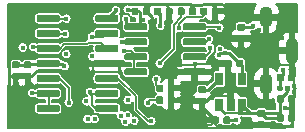
<source format=gbr>
G04 #@! TF.GenerationSoftware,KiCad,Pcbnew,(5.1.5-0-10_14)*
G04 #@! TF.CreationDate,2020-05-02T21:38:08-07:00*
G04 #@! TF.ProjectId,EOGlass,454f476c-6173-4732-9e6b-696361645f70,rev?*
G04 #@! TF.SameCoordinates,Original*
G04 #@! TF.FileFunction,Copper,L4,Bot*
G04 #@! TF.FilePolarity,Positive*
%FSLAX46Y46*%
G04 Gerber Fmt 4.6, Leading zero omitted, Abs format (unit mm)*
G04 Created by KiCad (PCBNEW (5.1.5-0-10_14)) date 2020-05-02 21:38:08*
%MOMM*%
%LPD*%
G04 APERTURE LIST*
%ADD10C,0.100000*%
%ADD11O,1.100000X1.800000*%
%ADD12O,1.100000X2.200000*%
%ADD13R,0.650000X1.060000*%
%ADD14C,0.450000*%
%ADD15C,0.130000*%
%ADD16C,0.250000*%
%ADD17C,0.150000*%
G04 APERTURE END LIST*
G04 #@! TA.AperFunction,SMDPad,CuDef*
D10*
G36*
X138476958Y-68180710D02*
G01*
X138491276Y-68182834D01*
X138505317Y-68186351D01*
X138518946Y-68191228D01*
X138532031Y-68197417D01*
X138544447Y-68204858D01*
X138556073Y-68213481D01*
X138566798Y-68223202D01*
X138576519Y-68233927D01*
X138585142Y-68245553D01*
X138592583Y-68257969D01*
X138598772Y-68271054D01*
X138603649Y-68284683D01*
X138607166Y-68298724D01*
X138609290Y-68313042D01*
X138610000Y-68327500D01*
X138610000Y-68672500D01*
X138609290Y-68686958D01*
X138607166Y-68701276D01*
X138603649Y-68715317D01*
X138598772Y-68728946D01*
X138592583Y-68742031D01*
X138585142Y-68754447D01*
X138576519Y-68766073D01*
X138566798Y-68776798D01*
X138556073Y-68786519D01*
X138544447Y-68795142D01*
X138532031Y-68802583D01*
X138518946Y-68808772D01*
X138505317Y-68813649D01*
X138491276Y-68817166D01*
X138476958Y-68819290D01*
X138462500Y-68820000D01*
X138167500Y-68820000D01*
X138153042Y-68819290D01*
X138138724Y-68817166D01*
X138124683Y-68813649D01*
X138111054Y-68808772D01*
X138097969Y-68802583D01*
X138085553Y-68795142D01*
X138073927Y-68786519D01*
X138063202Y-68776798D01*
X138053481Y-68766073D01*
X138044858Y-68754447D01*
X138037417Y-68742031D01*
X138031228Y-68728946D01*
X138026351Y-68715317D01*
X138022834Y-68701276D01*
X138020710Y-68686958D01*
X138020000Y-68672500D01*
X138020000Y-68327500D01*
X138020710Y-68313042D01*
X138022834Y-68298724D01*
X138026351Y-68284683D01*
X138031228Y-68271054D01*
X138037417Y-68257969D01*
X138044858Y-68245553D01*
X138053481Y-68233927D01*
X138063202Y-68223202D01*
X138073927Y-68213481D01*
X138085553Y-68204858D01*
X138097969Y-68197417D01*
X138111054Y-68191228D01*
X138124683Y-68186351D01*
X138138724Y-68182834D01*
X138153042Y-68180710D01*
X138167500Y-68180000D01*
X138462500Y-68180000D01*
X138476958Y-68180710D01*
G37*
G04 #@! TD.AperFunction*
G04 #@! TA.AperFunction,SMDPad,CuDef*
G36*
X139446958Y-68180710D02*
G01*
X139461276Y-68182834D01*
X139475317Y-68186351D01*
X139488946Y-68191228D01*
X139502031Y-68197417D01*
X139514447Y-68204858D01*
X139526073Y-68213481D01*
X139536798Y-68223202D01*
X139546519Y-68233927D01*
X139555142Y-68245553D01*
X139562583Y-68257969D01*
X139568772Y-68271054D01*
X139573649Y-68284683D01*
X139577166Y-68298724D01*
X139579290Y-68313042D01*
X139580000Y-68327500D01*
X139580000Y-68672500D01*
X139579290Y-68686958D01*
X139577166Y-68701276D01*
X139573649Y-68715317D01*
X139568772Y-68728946D01*
X139562583Y-68742031D01*
X139555142Y-68754447D01*
X139546519Y-68766073D01*
X139536798Y-68776798D01*
X139526073Y-68786519D01*
X139514447Y-68795142D01*
X139502031Y-68802583D01*
X139488946Y-68808772D01*
X139475317Y-68813649D01*
X139461276Y-68817166D01*
X139446958Y-68819290D01*
X139432500Y-68820000D01*
X139137500Y-68820000D01*
X139123042Y-68819290D01*
X139108724Y-68817166D01*
X139094683Y-68813649D01*
X139081054Y-68808772D01*
X139067969Y-68802583D01*
X139055553Y-68795142D01*
X139043927Y-68786519D01*
X139033202Y-68776798D01*
X139023481Y-68766073D01*
X139014858Y-68754447D01*
X139007417Y-68742031D01*
X139001228Y-68728946D01*
X138996351Y-68715317D01*
X138992834Y-68701276D01*
X138990710Y-68686958D01*
X138990000Y-68672500D01*
X138990000Y-68327500D01*
X138990710Y-68313042D01*
X138992834Y-68298724D01*
X138996351Y-68284683D01*
X139001228Y-68271054D01*
X139007417Y-68257969D01*
X139014858Y-68245553D01*
X139023481Y-68233927D01*
X139033202Y-68223202D01*
X139043927Y-68213481D01*
X139055553Y-68204858D01*
X139067969Y-68197417D01*
X139081054Y-68191228D01*
X139094683Y-68186351D01*
X139108724Y-68182834D01*
X139123042Y-68180710D01*
X139137500Y-68180000D01*
X139432500Y-68180000D01*
X139446958Y-68180710D01*
G37*
G04 #@! TD.AperFunction*
G04 #@! TA.AperFunction,SMDPad,CuDef*
G36*
X138476958Y-69980710D02*
G01*
X138491276Y-69982834D01*
X138505317Y-69986351D01*
X138518946Y-69991228D01*
X138532031Y-69997417D01*
X138544447Y-70004858D01*
X138556073Y-70013481D01*
X138566798Y-70023202D01*
X138576519Y-70033927D01*
X138585142Y-70045553D01*
X138592583Y-70057969D01*
X138598772Y-70071054D01*
X138603649Y-70084683D01*
X138607166Y-70098724D01*
X138609290Y-70113042D01*
X138610000Y-70127500D01*
X138610000Y-70472500D01*
X138609290Y-70486958D01*
X138607166Y-70501276D01*
X138603649Y-70515317D01*
X138598772Y-70528946D01*
X138592583Y-70542031D01*
X138585142Y-70554447D01*
X138576519Y-70566073D01*
X138566798Y-70576798D01*
X138556073Y-70586519D01*
X138544447Y-70595142D01*
X138532031Y-70602583D01*
X138518946Y-70608772D01*
X138505317Y-70613649D01*
X138491276Y-70617166D01*
X138476958Y-70619290D01*
X138462500Y-70620000D01*
X138167500Y-70620000D01*
X138153042Y-70619290D01*
X138138724Y-70617166D01*
X138124683Y-70613649D01*
X138111054Y-70608772D01*
X138097969Y-70602583D01*
X138085553Y-70595142D01*
X138073927Y-70586519D01*
X138063202Y-70576798D01*
X138053481Y-70566073D01*
X138044858Y-70554447D01*
X138037417Y-70542031D01*
X138031228Y-70528946D01*
X138026351Y-70515317D01*
X138022834Y-70501276D01*
X138020710Y-70486958D01*
X138020000Y-70472500D01*
X138020000Y-70127500D01*
X138020710Y-70113042D01*
X138022834Y-70098724D01*
X138026351Y-70084683D01*
X138031228Y-70071054D01*
X138037417Y-70057969D01*
X138044858Y-70045553D01*
X138053481Y-70033927D01*
X138063202Y-70023202D01*
X138073927Y-70013481D01*
X138085553Y-70004858D01*
X138097969Y-69997417D01*
X138111054Y-69991228D01*
X138124683Y-69986351D01*
X138138724Y-69982834D01*
X138153042Y-69980710D01*
X138167500Y-69980000D01*
X138462500Y-69980000D01*
X138476958Y-69980710D01*
G37*
G04 #@! TD.AperFunction*
G04 #@! TA.AperFunction,SMDPad,CuDef*
G36*
X139446958Y-69980710D02*
G01*
X139461276Y-69982834D01*
X139475317Y-69986351D01*
X139488946Y-69991228D01*
X139502031Y-69997417D01*
X139514447Y-70004858D01*
X139526073Y-70013481D01*
X139536798Y-70023202D01*
X139546519Y-70033927D01*
X139555142Y-70045553D01*
X139562583Y-70057969D01*
X139568772Y-70071054D01*
X139573649Y-70084683D01*
X139577166Y-70098724D01*
X139579290Y-70113042D01*
X139580000Y-70127500D01*
X139580000Y-70472500D01*
X139579290Y-70486958D01*
X139577166Y-70501276D01*
X139573649Y-70515317D01*
X139568772Y-70528946D01*
X139562583Y-70542031D01*
X139555142Y-70554447D01*
X139546519Y-70566073D01*
X139536798Y-70576798D01*
X139526073Y-70586519D01*
X139514447Y-70595142D01*
X139502031Y-70602583D01*
X139488946Y-70608772D01*
X139475317Y-70613649D01*
X139461276Y-70617166D01*
X139446958Y-70619290D01*
X139432500Y-70620000D01*
X139137500Y-70620000D01*
X139123042Y-70619290D01*
X139108724Y-70617166D01*
X139094683Y-70613649D01*
X139081054Y-70608772D01*
X139067969Y-70602583D01*
X139055553Y-70595142D01*
X139043927Y-70586519D01*
X139033202Y-70576798D01*
X139023481Y-70566073D01*
X139014858Y-70554447D01*
X139007417Y-70542031D01*
X139001228Y-70528946D01*
X138996351Y-70515317D01*
X138992834Y-70501276D01*
X138990710Y-70486958D01*
X138990000Y-70472500D01*
X138990000Y-70127500D01*
X138990710Y-70113042D01*
X138992834Y-70098724D01*
X138996351Y-70084683D01*
X139001228Y-70071054D01*
X139007417Y-70057969D01*
X139014858Y-70045553D01*
X139023481Y-70033927D01*
X139033202Y-70023202D01*
X139043927Y-70013481D01*
X139055553Y-70004858D01*
X139067969Y-69997417D01*
X139081054Y-69991228D01*
X139094683Y-69986351D01*
X139108724Y-69982834D01*
X139123042Y-69980710D01*
X139137500Y-69980000D01*
X139432500Y-69980000D01*
X139446958Y-69980710D01*
G37*
G04 #@! TD.AperFunction*
G04 #@! TA.AperFunction,SMDPad,CuDef*
G36*
X139446958Y-71580710D02*
G01*
X139461276Y-71582834D01*
X139475317Y-71586351D01*
X139488946Y-71591228D01*
X139502031Y-71597417D01*
X139514447Y-71604858D01*
X139526073Y-71613481D01*
X139536798Y-71623202D01*
X139546519Y-71633927D01*
X139555142Y-71645553D01*
X139562583Y-71657969D01*
X139568772Y-71671054D01*
X139573649Y-71684683D01*
X139577166Y-71698724D01*
X139579290Y-71713042D01*
X139580000Y-71727500D01*
X139580000Y-72072500D01*
X139579290Y-72086958D01*
X139577166Y-72101276D01*
X139573649Y-72115317D01*
X139568772Y-72128946D01*
X139562583Y-72142031D01*
X139555142Y-72154447D01*
X139546519Y-72166073D01*
X139536798Y-72176798D01*
X139526073Y-72186519D01*
X139514447Y-72195142D01*
X139502031Y-72202583D01*
X139488946Y-72208772D01*
X139475317Y-72213649D01*
X139461276Y-72217166D01*
X139446958Y-72219290D01*
X139432500Y-72220000D01*
X139137500Y-72220000D01*
X139123042Y-72219290D01*
X139108724Y-72217166D01*
X139094683Y-72213649D01*
X139081054Y-72208772D01*
X139067969Y-72202583D01*
X139055553Y-72195142D01*
X139043927Y-72186519D01*
X139033202Y-72176798D01*
X139023481Y-72166073D01*
X139014858Y-72154447D01*
X139007417Y-72142031D01*
X139001228Y-72128946D01*
X138996351Y-72115317D01*
X138992834Y-72101276D01*
X138990710Y-72086958D01*
X138990000Y-72072500D01*
X138990000Y-71727500D01*
X138990710Y-71713042D01*
X138992834Y-71698724D01*
X138996351Y-71684683D01*
X139001228Y-71671054D01*
X139007417Y-71657969D01*
X139014858Y-71645553D01*
X139023481Y-71633927D01*
X139033202Y-71623202D01*
X139043927Y-71613481D01*
X139055553Y-71604858D01*
X139067969Y-71597417D01*
X139081054Y-71591228D01*
X139094683Y-71586351D01*
X139108724Y-71582834D01*
X139123042Y-71580710D01*
X139137500Y-71580000D01*
X139432500Y-71580000D01*
X139446958Y-71580710D01*
G37*
G04 #@! TD.AperFunction*
G04 #@! TA.AperFunction,SMDPad,CuDef*
G36*
X138476958Y-71580710D02*
G01*
X138491276Y-71582834D01*
X138505317Y-71586351D01*
X138518946Y-71591228D01*
X138532031Y-71597417D01*
X138544447Y-71604858D01*
X138556073Y-71613481D01*
X138566798Y-71623202D01*
X138576519Y-71633927D01*
X138585142Y-71645553D01*
X138592583Y-71657969D01*
X138598772Y-71671054D01*
X138603649Y-71684683D01*
X138607166Y-71698724D01*
X138609290Y-71713042D01*
X138610000Y-71727500D01*
X138610000Y-72072500D01*
X138609290Y-72086958D01*
X138607166Y-72101276D01*
X138603649Y-72115317D01*
X138598772Y-72128946D01*
X138592583Y-72142031D01*
X138585142Y-72154447D01*
X138576519Y-72166073D01*
X138566798Y-72176798D01*
X138556073Y-72186519D01*
X138544447Y-72195142D01*
X138532031Y-72202583D01*
X138518946Y-72208772D01*
X138505317Y-72213649D01*
X138491276Y-72217166D01*
X138476958Y-72219290D01*
X138462500Y-72220000D01*
X138167500Y-72220000D01*
X138153042Y-72219290D01*
X138138724Y-72217166D01*
X138124683Y-72213649D01*
X138111054Y-72208772D01*
X138097969Y-72202583D01*
X138085553Y-72195142D01*
X138073927Y-72186519D01*
X138063202Y-72176798D01*
X138053481Y-72166073D01*
X138044858Y-72154447D01*
X138037417Y-72142031D01*
X138031228Y-72128946D01*
X138026351Y-72115317D01*
X138022834Y-72101276D01*
X138020710Y-72086958D01*
X138020000Y-72072500D01*
X138020000Y-71727500D01*
X138020710Y-71713042D01*
X138022834Y-71698724D01*
X138026351Y-71684683D01*
X138031228Y-71671054D01*
X138037417Y-71657969D01*
X138044858Y-71645553D01*
X138053481Y-71633927D01*
X138063202Y-71623202D01*
X138073927Y-71613481D01*
X138085553Y-71604858D01*
X138097969Y-71597417D01*
X138111054Y-71591228D01*
X138124683Y-71586351D01*
X138138724Y-71582834D01*
X138153042Y-71580710D01*
X138167500Y-71580000D01*
X138462500Y-71580000D01*
X138476958Y-71580710D01*
G37*
G04 #@! TD.AperFunction*
G04 #@! TA.AperFunction,SMDPad,CuDef*
G36*
X136886958Y-72190710D02*
G01*
X136901276Y-72192834D01*
X136915317Y-72196351D01*
X136928946Y-72201228D01*
X136942031Y-72207417D01*
X136954447Y-72214858D01*
X136966073Y-72223481D01*
X136976798Y-72233202D01*
X136986519Y-72243927D01*
X136995142Y-72255553D01*
X137002583Y-72267969D01*
X137008772Y-72281054D01*
X137013649Y-72294683D01*
X137017166Y-72308724D01*
X137019290Y-72323042D01*
X137020000Y-72337500D01*
X137020000Y-72632500D01*
X137019290Y-72646958D01*
X137017166Y-72661276D01*
X137013649Y-72675317D01*
X137008772Y-72688946D01*
X137002583Y-72702031D01*
X136995142Y-72714447D01*
X136986519Y-72726073D01*
X136976798Y-72736798D01*
X136966073Y-72746519D01*
X136954447Y-72755142D01*
X136942031Y-72762583D01*
X136928946Y-72768772D01*
X136915317Y-72773649D01*
X136901276Y-72777166D01*
X136886958Y-72779290D01*
X136872500Y-72780000D01*
X136527500Y-72780000D01*
X136513042Y-72779290D01*
X136498724Y-72777166D01*
X136484683Y-72773649D01*
X136471054Y-72768772D01*
X136457969Y-72762583D01*
X136445553Y-72755142D01*
X136433927Y-72746519D01*
X136423202Y-72736798D01*
X136413481Y-72726073D01*
X136404858Y-72714447D01*
X136397417Y-72702031D01*
X136391228Y-72688946D01*
X136386351Y-72675317D01*
X136382834Y-72661276D01*
X136380710Y-72646958D01*
X136380000Y-72632500D01*
X136380000Y-72337500D01*
X136380710Y-72323042D01*
X136382834Y-72308724D01*
X136386351Y-72294683D01*
X136391228Y-72281054D01*
X136397417Y-72267969D01*
X136404858Y-72255553D01*
X136413481Y-72243927D01*
X136423202Y-72233202D01*
X136433927Y-72223481D01*
X136445553Y-72214858D01*
X136457969Y-72207417D01*
X136471054Y-72201228D01*
X136484683Y-72196351D01*
X136498724Y-72192834D01*
X136513042Y-72190710D01*
X136527500Y-72190000D01*
X136872500Y-72190000D01*
X136886958Y-72190710D01*
G37*
G04 #@! TD.AperFunction*
G04 #@! TA.AperFunction,SMDPad,CuDef*
G36*
X136886958Y-71220710D02*
G01*
X136901276Y-71222834D01*
X136915317Y-71226351D01*
X136928946Y-71231228D01*
X136942031Y-71237417D01*
X136954447Y-71244858D01*
X136966073Y-71253481D01*
X136976798Y-71263202D01*
X136986519Y-71273927D01*
X136995142Y-71285553D01*
X137002583Y-71297969D01*
X137008772Y-71311054D01*
X137013649Y-71324683D01*
X137017166Y-71338724D01*
X137019290Y-71353042D01*
X137020000Y-71367500D01*
X137020000Y-71662500D01*
X137019290Y-71676958D01*
X137017166Y-71691276D01*
X137013649Y-71705317D01*
X137008772Y-71718946D01*
X137002583Y-71732031D01*
X136995142Y-71744447D01*
X136986519Y-71756073D01*
X136976798Y-71766798D01*
X136966073Y-71776519D01*
X136954447Y-71785142D01*
X136942031Y-71792583D01*
X136928946Y-71798772D01*
X136915317Y-71803649D01*
X136901276Y-71807166D01*
X136886958Y-71809290D01*
X136872500Y-71810000D01*
X136527500Y-71810000D01*
X136513042Y-71809290D01*
X136498724Y-71807166D01*
X136484683Y-71803649D01*
X136471054Y-71798772D01*
X136457969Y-71792583D01*
X136445553Y-71785142D01*
X136433927Y-71776519D01*
X136423202Y-71766798D01*
X136413481Y-71756073D01*
X136404858Y-71744447D01*
X136397417Y-71732031D01*
X136391228Y-71718946D01*
X136386351Y-71705317D01*
X136382834Y-71691276D01*
X136380710Y-71676958D01*
X136380000Y-71662500D01*
X136380000Y-71367500D01*
X136380710Y-71353042D01*
X136382834Y-71338724D01*
X136386351Y-71324683D01*
X136391228Y-71311054D01*
X136397417Y-71297969D01*
X136404858Y-71285553D01*
X136413481Y-71273927D01*
X136423202Y-71263202D01*
X136433927Y-71253481D01*
X136445553Y-71244858D01*
X136457969Y-71237417D01*
X136471054Y-71231228D01*
X136484683Y-71226351D01*
X136498724Y-71222834D01*
X136513042Y-71220710D01*
X136527500Y-71220000D01*
X136872500Y-71220000D01*
X136886958Y-71220710D01*
G37*
G04 #@! TD.AperFunction*
G04 #@! TA.AperFunction,SMDPad,CuDef*
G36*
X134076958Y-66980710D02*
G01*
X134091276Y-66982834D01*
X134105317Y-66986351D01*
X134118946Y-66991228D01*
X134132031Y-66997417D01*
X134144447Y-67004858D01*
X134156073Y-67013481D01*
X134166798Y-67023202D01*
X134176519Y-67033927D01*
X134185142Y-67045553D01*
X134192583Y-67057969D01*
X134198772Y-67071054D01*
X134203649Y-67084683D01*
X134207166Y-67098724D01*
X134209290Y-67113042D01*
X134210000Y-67127500D01*
X134210000Y-67472500D01*
X134209290Y-67486958D01*
X134207166Y-67501276D01*
X134203649Y-67515317D01*
X134198772Y-67528946D01*
X134192583Y-67542031D01*
X134185142Y-67554447D01*
X134176519Y-67566073D01*
X134166798Y-67576798D01*
X134156073Y-67586519D01*
X134144447Y-67595142D01*
X134132031Y-67602583D01*
X134118946Y-67608772D01*
X134105317Y-67613649D01*
X134091276Y-67617166D01*
X134076958Y-67619290D01*
X134062500Y-67620000D01*
X133767500Y-67620000D01*
X133753042Y-67619290D01*
X133738724Y-67617166D01*
X133724683Y-67613649D01*
X133711054Y-67608772D01*
X133697969Y-67602583D01*
X133685553Y-67595142D01*
X133673927Y-67586519D01*
X133663202Y-67576798D01*
X133653481Y-67566073D01*
X133644858Y-67554447D01*
X133637417Y-67542031D01*
X133631228Y-67528946D01*
X133626351Y-67515317D01*
X133622834Y-67501276D01*
X133620710Y-67486958D01*
X133620000Y-67472500D01*
X133620000Y-67127500D01*
X133620710Y-67113042D01*
X133622834Y-67098724D01*
X133626351Y-67084683D01*
X133631228Y-67071054D01*
X133637417Y-67057969D01*
X133644858Y-67045553D01*
X133653481Y-67033927D01*
X133663202Y-67023202D01*
X133673927Y-67013481D01*
X133685553Y-67004858D01*
X133697969Y-66997417D01*
X133711054Y-66991228D01*
X133724683Y-66986351D01*
X133738724Y-66982834D01*
X133753042Y-66980710D01*
X133767500Y-66980000D01*
X134062500Y-66980000D01*
X134076958Y-66980710D01*
G37*
G04 #@! TD.AperFunction*
G04 #@! TA.AperFunction,SMDPad,CuDef*
G36*
X135046958Y-66980710D02*
G01*
X135061276Y-66982834D01*
X135075317Y-66986351D01*
X135088946Y-66991228D01*
X135102031Y-66997417D01*
X135114447Y-67004858D01*
X135126073Y-67013481D01*
X135136798Y-67023202D01*
X135146519Y-67033927D01*
X135155142Y-67045553D01*
X135162583Y-67057969D01*
X135168772Y-67071054D01*
X135173649Y-67084683D01*
X135177166Y-67098724D01*
X135179290Y-67113042D01*
X135180000Y-67127500D01*
X135180000Y-67472500D01*
X135179290Y-67486958D01*
X135177166Y-67501276D01*
X135173649Y-67515317D01*
X135168772Y-67528946D01*
X135162583Y-67542031D01*
X135155142Y-67554447D01*
X135146519Y-67566073D01*
X135136798Y-67576798D01*
X135126073Y-67586519D01*
X135114447Y-67595142D01*
X135102031Y-67602583D01*
X135088946Y-67608772D01*
X135075317Y-67613649D01*
X135061276Y-67617166D01*
X135046958Y-67619290D01*
X135032500Y-67620000D01*
X134737500Y-67620000D01*
X134723042Y-67619290D01*
X134708724Y-67617166D01*
X134694683Y-67613649D01*
X134681054Y-67608772D01*
X134667969Y-67602583D01*
X134655553Y-67595142D01*
X134643927Y-67586519D01*
X134633202Y-67576798D01*
X134623481Y-67566073D01*
X134614858Y-67554447D01*
X134607417Y-67542031D01*
X134601228Y-67528946D01*
X134596351Y-67515317D01*
X134592834Y-67501276D01*
X134590710Y-67486958D01*
X134590000Y-67472500D01*
X134590000Y-67127500D01*
X134590710Y-67113042D01*
X134592834Y-67098724D01*
X134596351Y-67084683D01*
X134601228Y-67071054D01*
X134607417Y-67057969D01*
X134614858Y-67045553D01*
X134623481Y-67033927D01*
X134633202Y-67023202D01*
X134643927Y-67013481D01*
X134655553Y-67004858D01*
X134667969Y-66997417D01*
X134681054Y-66991228D01*
X134694683Y-66986351D01*
X134708724Y-66982834D01*
X134723042Y-66980710D01*
X134737500Y-66980000D01*
X135032500Y-66980000D01*
X135046958Y-66980710D01*
G37*
G04 #@! TD.AperFunction*
G04 #@! TA.AperFunction,SMDPad,CuDef*
G36*
X128276958Y-69080710D02*
G01*
X128291276Y-69082834D01*
X128305317Y-69086351D01*
X128318946Y-69091228D01*
X128332031Y-69097417D01*
X128344447Y-69104858D01*
X128356073Y-69113481D01*
X128366798Y-69123202D01*
X128376519Y-69133927D01*
X128385142Y-69145553D01*
X128392583Y-69157969D01*
X128398772Y-69171054D01*
X128403649Y-69184683D01*
X128407166Y-69198724D01*
X128409290Y-69213042D01*
X128410000Y-69227500D01*
X128410000Y-69572500D01*
X128409290Y-69586958D01*
X128407166Y-69601276D01*
X128403649Y-69615317D01*
X128398772Y-69628946D01*
X128392583Y-69642031D01*
X128385142Y-69654447D01*
X128376519Y-69666073D01*
X128366798Y-69676798D01*
X128356073Y-69686519D01*
X128344447Y-69695142D01*
X128332031Y-69702583D01*
X128318946Y-69708772D01*
X128305317Y-69713649D01*
X128291276Y-69717166D01*
X128276958Y-69719290D01*
X128262500Y-69720000D01*
X127967500Y-69720000D01*
X127953042Y-69719290D01*
X127938724Y-69717166D01*
X127924683Y-69713649D01*
X127911054Y-69708772D01*
X127897969Y-69702583D01*
X127885553Y-69695142D01*
X127873927Y-69686519D01*
X127863202Y-69676798D01*
X127853481Y-69666073D01*
X127844858Y-69654447D01*
X127837417Y-69642031D01*
X127831228Y-69628946D01*
X127826351Y-69615317D01*
X127822834Y-69601276D01*
X127820710Y-69586958D01*
X127820000Y-69572500D01*
X127820000Y-69227500D01*
X127820710Y-69213042D01*
X127822834Y-69198724D01*
X127826351Y-69184683D01*
X127831228Y-69171054D01*
X127837417Y-69157969D01*
X127844858Y-69145553D01*
X127853481Y-69133927D01*
X127863202Y-69123202D01*
X127873927Y-69113481D01*
X127885553Y-69104858D01*
X127897969Y-69097417D01*
X127911054Y-69091228D01*
X127924683Y-69086351D01*
X127938724Y-69082834D01*
X127953042Y-69080710D01*
X127967500Y-69080000D01*
X128262500Y-69080000D01*
X128276958Y-69080710D01*
G37*
G04 #@! TD.AperFunction*
G04 #@! TA.AperFunction,SMDPad,CuDef*
G36*
X129246958Y-69080710D02*
G01*
X129261276Y-69082834D01*
X129275317Y-69086351D01*
X129288946Y-69091228D01*
X129302031Y-69097417D01*
X129314447Y-69104858D01*
X129326073Y-69113481D01*
X129336798Y-69123202D01*
X129346519Y-69133927D01*
X129355142Y-69145553D01*
X129362583Y-69157969D01*
X129368772Y-69171054D01*
X129373649Y-69184683D01*
X129377166Y-69198724D01*
X129379290Y-69213042D01*
X129380000Y-69227500D01*
X129380000Y-69572500D01*
X129379290Y-69586958D01*
X129377166Y-69601276D01*
X129373649Y-69615317D01*
X129368772Y-69628946D01*
X129362583Y-69642031D01*
X129355142Y-69654447D01*
X129346519Y-69666073D01*
X129336798Y-69676798D01*
X129326073Y-69686519D01*
X129314447Y-69695142D01*
X129302031Y-69702583D01*
X129288946Y-69708772D01*
X129275317Y-69713649D01*
X129261276Y-69717166D01*
X129246958Y-69719290D01*
X129232500Y-69720000D01*
X128937500Y-69720000D01*
X128923042Y-69719290D01*
X128908724Y-69717166D01*
X128894683Y-69713649D01*
X128881054Y-69708772D01*
X128867969Y-69702583D01*
X128855553Y-69695142D01*
X128843927Y-69686519D01*
X128833202Y-69676798D01*
X128823481Y-69666073D01*
X128814858Y-69654447D01*
X128807417Y-69642031D01*
X128801228Y-69628946D01*
X128796351Y-69615317D01*
X128792834Y-69601276D01*
X128790710Y-69586958D01*
X128790000Y-69572500D01*
X128790000Y-69227500D01*
X128790710Y-69213042D01*
X128792834Y-69198724D01*
X128796351Y-69184683D01*
X128801228Y-69171054D01*
X128807417Y-69157969D01*
X128814858Y-69145553D01*
X128823481Y-69133927D01*
X128833202Y-69123202D01*
X128843927Y-69113481D01*
X128855553Y-69104858D01*
X128867969Y-69097417D01*
X128881054Y-69091228D01*
X128894683Y-69086351D01*
X128908724Y-69082834D01*
X128923042Y-69080710D01*
X128937500Y-69080000D01*
X129232500Y-69080000D01*
X129246958Y-69080710D01*
G37*
G04 #@! TD.AperFunction*
G04 #@! TA.AperFunction,SMDPad,CuDef*
G36*
X133946958Y-71780710D02*
G01*
X133961276Y-71782834D01*
X133975317Y-71786351D01*
X133988946Y-71791228D01*
X134002031Y-71797417D01*
X134014447Y-71804858D01*
X134026073Y-71813481D01*
X134036798Y-71823202D01*
X134046519Y-71833927D01*
X134055142Y-71845553D01*
X134062583Y-71857969D01*
X134068772Y-71871054D01*
X134073649Y-71884683D01*
X134077166Y-71898724D01*
X134079290Y-71913042D01*
X134080000Y-71927500D01*
X134080000Y-72272500D01*
X134079290Y-72286958D01*
X134077166Y-72301276D01*
X134073649Y-72315317D01*
X134068772Y-72328946D01*
X134062583Y-72342031D01*
X134055142Y-72354447D01*
X134046519Y-72366073D01*
X134036798Y-72376798D01*
X134026073Y-72386519D01*
X134014447Y-72395142D01*
X134002031Y-72402583D01*
X133988946Y-72408772D01*
X133975317Y-72413649D01*
X133961276Y-72417166D01*
X133946958Y-72419290D01*
X133932500Y-72420000D01*
X133637500Y-72420000D01*
X133623042Y-72419290D01*
X133608724Y-72417166D01*
X133594683Y-72413649D01*
X133581054Y-72408772D01*
X133567969Y-72402583D01*
X133555553Y-72395142D01*
X133543927Y-72386519D01*
X133533202Y-72376798D01*
X133523481Y-72366073D01*
X133514858Y-72354447D01*
X133507417Y-72342031D01*
X133501228Y-72328946D01*
X133496351Y-72315317D01*
X133492834Y-72301276D01*
X133490710Y-72286958D01*
X133490000Y-72272500D01*
X133490000Y-71927500D01*
X133490710Y-71913042D01*
X133492834Y-71898724D01*
X133496351Y-71884683D01*
X133501228Y-71871054D01*
X133507417Y-71857969D01*
X133514858Y-71845553D01*
X133523481Y-71833927D01*
X133533202Y-71823202D01*
X133543927Y-71813481D01*
X133555553Y-71804858D01*
X133567969Y-71797417D01*
X133581054Y-71791228D01*
X133594683Y-71786351D01*
X133608724Y-71782834D01*
X133623042Y-71780710D01*
X133637500Y-71780000D01*
X133932500Y-71780000D01*
X133946958Y-71780710D01*
G37*
G04 #@! TD.AperFunction*
G04 #@! TA.AperFunction,SMDPad,CuDef*
G36*
X132976958Y-71780710D02*
G01*
X132991276Y-71782834D01*
X133005317Y-71786351D01*
X133018946Y-71791228D01*
X133032031Y-71797417D01*
X133044447Y-71804858D01*
X133056073Y-71813481D01*
X133066798Y-71823202D01*
X133076519Y-71833927D01*
X133085142Y-71845553D01*
X133092583Y-71857969D01*
X133098772Y-71871054D01*
X133103649Y-71884683D01*
X133107166Y-71898724D01*
X133109290Y-71913042D01*
X133110000Y-71927500D01*
X133110000Y-72272500D01*
X133109290Y-72286958D01*
X133107166Y-72301276D01*
X133103649Y-72315317D01*
X133098772Y-72328946D01*
X133092583Y-72342031D01*
X133085142Y-72354447D01*
X133076519Y-72366073D01*
X133066798Y-72376798D01*
X133056073Y-72386519D01*
X133044447Y-72395142D01*
X133032031Y-72402583D01*
X133018946Y-72408772D01*
X133005317Y-72413649D01*
X132991276Y-72417166D01*
X132976958Y-72419290D01*
X132962500Y-72420000D01*
X132667500Y-72420000D01*
X132653042Y-72419290D01*
X132638724Y-72417166D01*
X132624683Y-72413649D01*
X132611054Y-72408772D01*
X132597969Y-72402583D01*
X132585553Y-72395142D01*
X132573927Y-72386519D01*
X132563202Y-72376798D01*
X132553481Y-72366073D01*
X132544858Y-72354447D01*
X132537417Y-72342031D01*
X132531228Y-72328946D01*
X132526351Y-72315317D01*
X132522834Y-72301276D01*
X132520710Y-72286958D01*
X132520000Y-72272500D01*
X132520000Y-71927500D01*
X132520710Y-71913042D01*
X132522834Y-71898724D01*
X132526351Y-71884683D01*
X132531228Y-71871054D01*
X132537417Y-71857969D01*
X132544858Y-71845553D01*
X132553481Y-71833927D01*
X132563202Y-71823202D01*
X132573927Y-71813481D01*
X132585553Y-71804858D01*
X132597969Y-71797417D01*
X132611054Y-71791228D01*
X132624683Y-71786351D01*
X132638724Y-71782834D01*
X132653042Y-71780710D01*
X132667500Y-71780000D01*
X132962500Y-71780000D01*
X132976958Y-71780710D01*
G37*
G04 #@! TD.AperFunction*
G04 #@! TA.AperFunction,SMDPad,CuDef*
G36*
X131046958Y-62550710D02*
G01*
X131061276Y-62552834D01*
X131075317Y-62556351D01*
X131088946Y-62561228D01*
X131102031Y-62567417D01*
X131114447Y-62574858D01*
X131126073Y-62583481D01*
X131136798Y-62593202D01*
X131146519Y-62603927D01*
X131155142Y-62615553D01*
X131162583Y-62627969D01*
X131168772Y-62641054D01*
X131173649Y-62654683D01*
X131177166Y-62668724D01*
X131179290Y-62683042D01*
X131180000Y-62697500D01*
X131180000Y-63042500D01*
X131179290Y-63056958D01*
X131177166Y-63071276D01*
X131173649Y-63085317D01*
X131168772Y-63098946D01*
X131162583Y-63112031D01*
X131155142Y-63124447D01*
X131146519Y-63136073D01*
X131136798Y-63146798D01*
X131126073Y-63156519D01*
X131114447Y-63165142D01*
X131102031Y-63172583D01*
X131088946Y-63178772D01*
X131075317Y-63183649D01*
X131061276Y-63187166D01*
X131046958Y-63189290D01*
X131032500Y-63190000D01*
X130737500Y-63190000D01*
X130723042Y-63189290D01*
X130708724Y-63187166D01*
X130694683Y-63183649D01*
X130681054Y-63178772D01*
X130667969Y-63172583D01*
X130655553Y-63165142D01*
X130643927Y-63156519D01*
X130633202Y-63146798D01*
X130623481Y-63136073D01*
X130614858Y-63124447D01*
X130607417Y-63112031D01*
X130601228Y-63098946D01*
X130596351Y-63085317D01*
X130592834Y-63071276D01*
X130590710Y-63056958D01*
X130590000Y-63042500D01*
X130590000Y-62697500D01*
X130590710Y-62683042D01*
X130592834Y-62668724D01*
X130596351Y-62654683D01*
X130601228Y-62641054D01*
X130607417Y-62627969D01*
X130614858Y-62615553D01*
X130623481Y-62603927D01*
X130633202Y-62593202D01*
X130643927Y-62583481D01*
X130655553Y-62574858D01*
X130667969Y-62567417D01*
X130681054Y-62561228D01*
X130694683Y-62556351D01*
X130708724Y-62552834D01*
X130723042Y-62550710D01*
X130737500Y-62550000D01*
X131032500Y-62550000D01*
X131046958Y-62550710D01*
G37*
G04 #@! TD.AperFunction*
G04 #@! TA.AperFunction,SMDPad,CuDef*
G36*
X130076958Y-62550710D02*
G01*
X130091276Y-62552834D01*
X130105317Y-62556351D01*
X130118946Y-62561228D01*
X130132031Y-62567417D01*
X130144447Y-62574858D01*
X130156073Y-62583481D01*
X130166798Y-62593202D01*
X130176519Y-62603927D01*
X130185142Y-62615553D01*
X130192583Y-62627969D01*
X130198772Y-62641054D01*
X130203649Y-62654683D01*
X130207166Y-62668724D01*
X130209290Y-62683042D01*
X130210000Y-62697500D01*
X130210000Y-63042500D01*
X130209290Y-63056958D01*
X130207166Y-63071276D01*
X130203649Y-63085317D01*
X130198772Y-63098946D01*
X130192583Y-63112031D01*
X130185142Y-63124447D01*
X130176519Y-63136073D01*
X130166798Y-63146798D01*
X130156073Y-63156519D01*
X130144447Y-63165142D01*
X130132031Y-63172583D01*
X130118946Y-63178772D01*
X130105317Y-63183649D01*
X130091276Y-63187166D01*
X130076958Y-63189290D01*
X130062500Y-63190000D01*
X129767500Y-63190000D01*
X129753042Y-63189290D01*
X129738724Y-63187166D01*
X129724683Y-63183649D01*
X129711054Y-63178772D01*
X129697969Y-63172583D01*
X129685553Y-63165142D01*
X129673927Y-63156519D01*
X129663202Y-63146798D01*
X129653481Y-63136073D01*
X129644858Y-63124447D01*
X129637417Y-63112031D01*
X129631228Y-63098946D01*
X129626351Y-63085317D01*
X129622834Y-63071276D01*
X129620710Y-63056958D01*
X129620000Y-63042500D01*
X129620000Y-62697500D01*
X129620710Y-62683042D01*
X129622834Y-62668724D01*
X129626351Y-62654683D01*
X129631228Y-62641054D01*
X129637417Y-62627969D01*
X129644858Y-62615553D01*
X129653481Y-62603927D01*
X129663202Y-62593202D01*
X129673927Y-62583481D01*
X129685553Y-62574858D01*
X129697969Y-62567417D01*
X129711054Y-62561228D01*
X129724683Y-62556351D01*
X129738724Y-62552834D01*
X129753042Y-62550710D01*
X129767500Y-62550000D01*
X130062500Y-62550000D01*
X130076958Y-62550710D01*
G37*
G04 #@! TD.AperFunction*
G04 #@! TA.AperFunction,SMDPad,CuDef*
G36*
X128276958Y-70080710D02*
G01*
X128291276Y-70082834D01*
X128305317Y-70086351D01*
X128318946Y-70091228D01*
X128332031Y-70097417D01*
X128344447Y-70104858D01*
X128356073Y-70113481D01*
X128366798Y-70123202D01*
X128376519Y-70133927D01*
X128385142Y-70145553D01*
X128392583Y-70157969D01*
X128398772Y-70171054D01*
X128403649Y-70184683D01*
X128407166Y-70198724D01*
X128409290Y-70213042D01*
X128410000Y-70227500D01*
X128410000Y-70572500D01*
X128409290Y-70586958D01*
X128407166Y-70601276D01*
X128403649Y-70615317D01*
X128398772Y-70628946D01*
X128392583Y-70642031D01*
X128385142Y-70654447D01*
X128376519Y-70666073D01*
X128366798Y-70676798D01*
X128356073Y-70686519D01*
X128344447Y-70695142D01*
X128332031Y-70702583D01*
X128318946Y-70708772D01*
X128305317Y-70713649D01*
X128291276Y-70717166D01*
X128276958Y-70719290D01*
X128262500Y-70720000D01*
X127967500Y-70720000D01*
X127953042Y-70719290D01*
X127938724Y-70717166D01*
X127924683Y-70713649D01*
X127911054Y-70708772D01*
X127897969Y-70702583D01*
X127885553Y-70695142D01*
X127873927Y-70686519D01*
X127863202Y-70676798D01*
X127853481Y-70666073D01*
X127844858Y-70654447D01*
X127837417Y-70642031D01*
X127831228Y-70628946D01*
X127826351Y-70615317D01*
X127822834Y-70601276D01*
X127820710Y-70586958D01*
X127820000Y-70572500D01*
X127820000Y-70227500D01*
X127820710Y-70213042D01*
X127822834Y-70198724D01*
X127826351Y-70184683D01*
X127831228Y-70171054D01*
X127837417Y-70157969D01*
X127844858Y-70145553D01*
X127853481Y-70133927D01*
X127863202Y-70123202D01*
X127873927Y-70113481D01*
X127885553Y-70104858D01*
X127897969Y-70097417D01*
X127911054Y-70091228D01*
X127924683Y-70086351D01*
X127938724Y-70082834D01*
X127953042Y-70080710D01*
X127967500Y-70080000D01*
X128262500Y-70080000D01*
X128276958Y-70080710D01*
G37*
G04 #@! TD.AperFunction*
G04 #@! TA.AperFunction,SMDPad,CuDef*
G36*
X129246958Y-70080710D02*
G01*
X129261276Y-70082834D01*
X129275317Y-70086351D01*
X129288946Y-70091228D01*
X129302031Y-70097417D01*
X129314447Y-70104858D01*
X129326073Y-70113481D01*
X129336798Y-70123202D01*
X129346519Y-70133927D01*
X129355142Y-70145553D01*
X129362583Y-70157969D01*
X129368772Y-70171054D01*
X129373649Y-70184683D01*
X129377166Y-70198724D01*
X129379290Y-70213042D01*
X129380000Y-70227500D01*
X129380000Y-70572500D01*
X129379290Y-70586958D01*
X129377166Y-70601276D01*
X129373649Y-70615317D01*
X129368772Y-70628946D01*
X129362583Y-70642031D01*
X129355142Y-70654447D01*
X129346519Y-70666073D01*
X129336798Y-70676798D01*
X129326073Y-70686519D01*
X129314447Y-70695142D01*
X129302031Y-70702583D01*
X129288946Y-70708772D01*
X129275317Y-70713649D01*
X129261276Y-70717166D01*
X129246958Y-70719290D01*
X129232500Y-70720000D01*
X128937500Y-70720000D01*
X128923042Y-70719290D01*
X128908724Y-70717166D01*
X128894683Y-70713649D01*
X128881054Y-70708772D01*
X128867969Y-70702583D01*
X128855553Y-70695142D01*
X128843927Y-70686519D01*
X128833202Y-70676798D01*
X128823481Y-70666073D01*
X128814858Y-70654447D01*
X128807417Y-70642031D01*
X128801228Y-70628946D01*
X128796351Y-70615317D01*
X128792834Y-70601276D01*
X128790710Y-70586958D01*
X128790000Y-70572500D01*
X128790000Y-70227500D01*
X128790710Y-70213042D01*
X128792834Y-70198724D01*
X128796351Y-70184683D01*
X128801228Y-70171054D01*
X128807417Y-70157969D01*
X128814858Y-70145553D01*
X128823481Y-70133927D01*
X128833202Y-70123202D01*
X128843927Y-70113481D01*
X128855553Y-70104858D01*
X128867969Y-70097417D01*
X128881054Y-70091228D01*
X128894683Y-70086351D01*
X128908724Y-70082834D01*
X128923042Y-70080710D01*
X128937500Y-70080000D01*
X129232500Y-70080000D01*
X129246958Y-70080710D01*
G37*
G04 #@! TD.AperFunction*
G04 #@! TA.AperFunction,SMDPad,CuDef*
G36*
X129056958Y-62560710D02*
G01*
X129071276Y-62562834D01*
X129085317Y-62566351D01*
X129098946Y-62571228D01*
X129112031Y-62577417D01*
X129124447Y-62584858D01*
X129136073Y-62593481D01*
X129146798Y-62603202D01*
X129156519Y-62613927D01*
X129165142Y-62625553D01*
X129172583Y-62637969D01*
X129178772Y-62651054D01*
X129183649Y-62664683D01*
X129187166Y-62678724D01*
X129189290Y-62693042D01*
X129190000Y-62707500D01*
X129190000Y-63052500D01*
X129189290Y-63066958D01*
X129187166Y-63081276D01*
X129183649Y-63095317D01*
X129178772Y-63108946D01*
X129172583Y-63122031D01*
X129165142Y-63134447D01*
X129156519Y-63146073D01*
X129146798Y-63156798D01*
X129136073Y-63166519D01*
X129124447Y-63175142D01*
X129112031Y-63182583D01*
X129098946Y-63188772D01*
X129085317Y-63193649D01*
X129071276Y-63197166D01*
X129056958Y-63199290D01*
X129042500Y-63200000D01*
X128747500Y-63200000D01*
X128733042Y-63199290D01*
X128718724Y-63197166D01*
X128704683Y-63193649D01*
X128691054Y-63188772D01*
X128677969Y-63182583D01*
X128665553Y-63175142D01*
X128653927Y-63166519D01*
X128643202Y-63156798D01*
X128633481Y-63146073D01*
X128624858Y-63134447D01*
X128617417Y-63122031D01*
X128611228Y-63108946D01*
X128606351Y-63095317D01*
X128602834Y-63081276D01*
X128600710Y-63066958D01*
X128600000Y-63052500D01*
X128600000Y-62707500D01*
X128600710Y-62693042D01*
X128602834Y-62678724D01*
X128606351Y-62664683D01*
X128611228Y-62651054D01*
X128617417Y-62637969D01*
X128624858Y-62625553D01*
X128633481Y-62613927D01*
X128643202Y-62603202D01*
X128653927Y-62593481D01*
X128665553Y-62584858D01*
X128677969Y-62577417D01*
X128691054Y-62571228D01*
X128704683Y-62566351D01*
X128718724Y-62562834D01*
X128733042Y-62560710D01*
X128747500Y-62560000D01*
X129042500Y-62560000D01*
X129056958Y-62560710D01*
G37*
G04 #@! TD.AperFunction*
G04 #@! TA.AperFunction,SMDPad,CuDef*
G36*
X128086958Y-62560710D02*
G01*
X128101276Y-62562834D01*
X128115317Y-62566351D01*
X128128946Y-62571228D01*
X128142031Y-62577417D01*
X128154447Y-62584858D01*
X128166073Y-62593481D01*
X128176798Y-62603202D01*
X128186519Y-62613927D01*
X128195142Y-62625553D01*
X128202583Y-62637969D01*
X128208772Y-62651054D01*
X128213649Y-62664683D01*
X128217166Y-62678724D01*
X128219290Y-62693042D01*
X128220000Y-62707500D01*
X128220000Y-63052500D01*
X128219290Y-63066958D01*
X128217166Y-63081276D01*
X128213649Y-63095317D01*
X128208772Y-63108946D01*
X128202583Y-63122031D01*
X128195142Y-63134447D01*
X128186519Y-63146073D01*
X128176798Y-63156798D01*
X128166073Y-63166519D01*
X128154447Y-63175142D01*
X128142031Y-63182583D01*
X128128946Y-63188772D01*
X128115317Y-63193649D01*
X128101276Y-63197166D01*
X128086958Y-63199290D01*
X128072500Y-63200000D01*
X127777500Y-63200000D01*
X127763042Y-63199290D01*
X127748724Y-63197166D01*
X127734683Y-63193649D01*
X127721054Y-63188772D01*
X127707969Y-63182583D01*
X127695553Y-63175142D01*
X127683927Y-63166519D01*
X127673202Y-63156798D01*
X127663481Y-63146073D01*
X127654858Y-63134447D01*
X127647417Y-63122031D01*
X127641228Y-63108946D01*
X127636351Y-63095317D01*
X127632834Y-63081276D01*
X127630710Y-63066958D01*
X127630000Y-63052500D01*
X127630000Y-62707500D01*
X127630710Y-62693042D01*
X127632834Y-62678724D01*
X127636351Y-62664683D01*
X127641228Y-62651054D01*
X127647417Y-62637969D01*
X127654858Y-62625553D01*
X127663481Y-62613927D01*
X127673202Y-62603202D01*
X127683927Y-62593481D01*
X127695553Y-62584858D01*
X127707969Y-62577417D01*
X127721054Y-62571228D01*
X127734683Y-62566351D01*
X127748724Y-62562834D01*
X127763042Y-62560710D01*
X127777500Y-62560000D01*
X128072500Y-62560000D01*
X128086958Y-62560710D01*
G37*
G04 #@! TD.AperFunction*
G04 #@! TA.AperFunction,SMDPad,CuDef*
G36*
X126176958Y-62560710D02*
G01*
X126191276Y-62562834D01*
X126205317Y-62566351D01*
X126218946Y-62571228D01*
X126232031Y-62577417D01*
X126244447Y-62584858D01*
X126256073Y-62593481D01*
X126266798Y-62603202D01*
X126276519Y-62613927D01*
X126285142Y-62625553D01*
X126292583Y-62637969D01*
X126298772Y-62651054D01*
X126303649Y-62664683D01*
X126307166Y-62678724D01*
X126309290Y-62693042D01*
X126310000Y-62707500D01*
X126310000Y-63052500D01*
X126309290Y-63066958D01*
X126307166Y-63081276D01*
X126303649Y-63095317D01*
X126298772Y-63108946D01*
X126292583Y-63122031D01*
X126285142Y-63134447D01*
X126276519Y-63146073D01*
X126266798Y-63156798D01*
X126256073Y-63166519D01*
X126244447Y-63175142D01*
X126232031Y-63182583D01*
X126218946Y-63188772D01*
X126205317Y-63193649D01*
X126191276Y-63197166D01*
X126176958Y-63199290D01*
X126162500Y-63200000D01*
X125867500Y-63200000D01*
X125853042Y-63199290D01*
X125838724Y-63197166D01*
X125824683Y-63193649D01*
X125811054Y-63188772D01*
X125797969Y-63182583D01*
X125785553Y-63175142D01*
X125773927Y-63166519D01*
X125763202Y-63156798D01*
X125753481Y-63146073D01*
X125744858Y-63134447D01*
X125737417Y-63122031D01*
X125731228Y-63108946D01*
X125726351Y-63095317D01*
X125722834Y-63081276D01*
X125720710Y-63066958D01*
X125720000Y-63052500D01*
X125720000Y-62707500D01*
X125720710Y-62693042D01*
X125722834Y-62678724D01*
X125726351Y-62664683D01*
X125731228Y-62651054D01*
X125737417Y-62637969D01*
X125744858Y-62625553D01*
X125753481Y-62613927D01*
X125763202Y-62603202D01*
X125773927Y-62593481D01*
X125785553Y-62584858D01*
X125797969Y-62577417D01*
X125811054Y-62571228D01*
X125824683Y-62566351D01*
X125838724Y-62562834D01*
X125853042Y-62560710D01*
X125867500Y-62560000D01*
X126162500Y-62560000D01*
X126176958Y-62560710D01*
G37*
G04 #@! TD.AperFunction*
G04 #@! TA.AperFunction,SMDPad,CuDef*
G36*
X127146958Y-62560710D02*
G01*
X127161276Y-62562834D01*
X127175317Y-62566351D01*
X127188946Y-62571228D01*
X127202031Y-62577417D01*
X127214447Y-62584858D01*
X127226073Y-62593481D01*
X127236798Y-62603202D01*
X127246519Y-62613927D01*
X127255142Y-62625553D01*
X127262583Y-62637969D01*
X127268772Y-62651054D01*
X127273649Y-62664683D01*
X127277166Y-62678724D01*
X127279290Y-62693042D01*
X127280000Y-62707500D01*
X127280000Y-63052500D01*
X127279290Y-63066958D01*
X127277166Y-63081276D01*
X127273649Y-63095317D01*
X127268772Y-63108946D01*
X127262583Y-63122031D01*
X127255142Y-63134447D01*
X127246519Y-63146073D01*
X127236798Y-63156798D01*
X127226073Y-63166519D01*
X127214447Y-63175142D01*
X127202031Y-63182583D01*
X127188946Y-63188772D01*
X127175317Y-63193649D01*
X127161276Y-63197166D01*
X127146958Y-63199290D01*
X127132500Y-63200000D01*
X126837500Y-63200000D01*
X126823042Y-63199290D01*
X126808724Y-63197166D01*
X126794683Y-63193649D01*
X126781054Y-63188772D01*
X126767969Y-63182583D01*
X126755553Y-63175142D01*
X126743927Y-63166519D01*
X126733202Y-63156798D01*
X126723481Y-63146073D01*
X126714858Y-63134447D01*
X126707417Y-63122031D01*
X126701228Y-63108946D01*
X126696351Y-63095317D01*
X126692834Y-63081276D01*
X126690710Y-63066958D01*
X126690000Y-63052500D01*
X126690000Y-62707500D01*
X126690710Y-62693042D01*
X126692834Y-62678724D01*
X126696351Y-62664683D01*
X126701228Y-62651054D01*
X126707417Y-62637969D01*
X126714858Y-62625553D01*
X126723481Y-62613927D01*
X126733202Y-62603202D01*
X126743927Y-62593481D01*
X126755553Y-62584858D01*
X126767969Y-62577417D01*
X126781054Y-62571228D01*
X126794683Y-62566351D01*
X126808724Y-62562834D01*
X126823042Y-62560710D01*
X126837500Y-62560000D01*
X127132500Y-62560000D01*
X127146958Y-62560710D01*
G37*
G04 #@! TD.AperFunction*
G04 #@! TA.AperFunction,SMDPad,CuDef*
G36*
X135186958Y-63920710D02*
G01*
X135201276Y-63922834D01*
X135215317Y-63926351D01*
X135228946Y-63931228D01*
X135242031Y-63937417D01*
X135254447Y-63944858D01*
X135266073Y-63953481D01*
X135276798Y-63963202D01*
X135286519Y-63973927D01*
X135295142Y-63985553D01*
X135302583Y-63997969D01*
X135308772Y-64011054D01*
X135313649Y-64024683D01*
X135317166Y-64038724D01*
X135319290Y-64053042D01*
X135320000Y-64067500D01*
X135320000Y-64362500D01*
X135319290Y-64376958D01*
X135317166Y-64391276D01*
X135313649Y-64405317D01*
X135308772Y-64418946D01*
X135302583Y-64432031D01*
X135295142Y-64444447D01*
X135286519Y-64456073D01*
X135276798Y-64466798D01*
X135266073Y-64476519D01*
X135254447Y-64485142D01*
X135242031Y-64492583D01*
X135228946Y-64498772D01*
X135215317Y-64503649D01*
X135201276Y-64507166D01*
X135186958Y-64509290D01*
X135172500Y-64510000D01*
X134827500Y-64510000D01*
X134813042Y-64509290D01*
X134798724Y-64507166D01*
X134784683Y-64503649D01*
X134771054Y-64498772D01*
X134757969Y-64492583D01*
X134745553Y-64485142D01*
X134733927Y-64476519D01*
X134723202Y-64466798D01*
X134713481Y-64456073D01*
X134704858Y-64444447D01*
X134697417Y-64432031D01*
X134691228Y-64418946D01*
X134686351Y-64405317D01*
X134682834Y-64391276D01*
X134680710Y-64376958D01*
X134680000Y-64362500D01*
X134680000Y-64067500D01*
X134680710Y-64053042D01*
X134682834Y-64038724D01*
X134686351Y-64024683D01*
X134691228Y-64011054D01*
X134697417Y-63997969D01*
X134704858Y-63985553D01*
X134713481Y-63973927D01*
X134723202Y-63963202D01*
X134733927Y-63953481D01*
X134745553Y-63944858D01*
X134757969Y-63937417D01*
X134771054Y-63931228D01*
X134784683Y-63926351D01*
X134798724Y-63922834D01*
X134813042Y-63920710D01*
X134827500Y-63920000D01*
X135172500Y-63920000D01*
X135186958Y-63920710D01*
G37*
G04 #@! TD.AperFunction*
G04 #@! TA.AperFunction,SMDPad,CuDef*
G36*
X135186958Y-64890710D02*
G01*
X135201276Y-64892834D01*
X135215317Y-64896351D01*
X135228946Y-64901228D01*
X135242031Y-64907417D01*
X135254447Y-64914858D01*
X135266073Y-64923481D01*
X135276798Y-64933202D01*
X135286519Y-64943927D01*
X135295142Y-64955553D01*
X135302583Y-64967969D01*
X135308772Y-64981054D01*
X135313649Y-64994683D01*
X135317166Y-65008724D01*
X135319290Y-65023042D01*
X135320000Y-65037500D01*
X135320000Y-65332500D01*
X135319290Y-65346958D01*
X135317166Y-65361276D01*
X135313649Y-65375317D01*
X135308772Y-65388946D01*
X135302583Y-65402031D01*
X135295142Y-65414447D01*
X135286519Y-65426073D01*
X135276798Y-65436798D01*
X135266073Y-65446519D01*
X135254447Y-65455142D01*
X135242031Y-65462583D01*
X135228946Y-65468772D01*
X135215317Y-65473649D01*
X135201276Y-65477166D01*
X135186958Y-65479290D01*
X135172500Y-65480000D01*
X134827500Y-65480000D01*
X134813042Y-65479290D01*
X134798724Y-65477166D01*
X134784683Y-65473649D01*
X134771054Y-65468772D01*
X134757969Y-65462583D01*
X134745553Y-65455142D01*
X134733927Y-65446519D01*
X134723202Y-65436798D01*
X134713481Y-65426073D01*
X134704858Y-65414447D01*
X134697417Y-65402031D01*
X134691228Y-65388946D01*
X134686351Y-65375317D01*
X134682834Y-65361276D01*
X134680710Y-65346958D01*
X134680000Y-65332500D01*
X134680000Y-65037500D01*
X134680710Y-65023042D01*
X134682834Y-65008724D01*
X134686351Y-64994683D01*
X134691228Y-64981054D01*
X134697417Y-64967969D01*
X134704858Y-64955553D01*
X134713481Y-64943927D01*
X134723202Y-64933202D01*
X134733927Y-64923481D01*
X134745553Y-64914858D01*
X134757969Y-64907417D01*
X134771054Y-64901228D01*
X134784683Y-64896351D01*
X134798724Y-64892834D01*
X134813042Y-64890710D01*
X134827500Y-64890000D01*
X135172500Y-64890000D01*
X135186958Y-64890710D01*
G37*
G04 #@! TD.AperFunction*
G04 #@! TA.AperFunction,SMDPad,CuDef*
G36*
X131886958Y-69220710D02*
G01*
X131901276Y-69222834D01*
X131915317Y-69226351D01*
X131928946Y-69231228D01*
X131942031Y-69237417D01*
X131954447Y-69244858D01*
X131966073Y-69253481D01*
X131976798Y-69263202D01*
X131986519Y-69273927D01*
X131995142Y-69285553D01*
X132002583Y-69297969D01*
X132008772Y-69311054D01*
X132013649Y-69324683D01*
X132017166Y-69338724D01*
X132019290Y-69353042D01*
X132020000Y-69367500D01*
X132020000Y-69662500D01*
X132019290Y-69676958D01*
X132017166Y-69691276D01*
X132013649Y-69705317D01*
X132008772Y-69718946D01*
X132002583Y-69732031D01*
X131995142Y-69744447D01*
X131986519Y-69756073D01*
X131976798Y-69766798D01*
X131966073Y-69776519D01*
X131954447Y-69785142D01*
X131942031Y-69792583D01*
X131928946Y-69798772D01*
X131915317Y-69803649D01*
X131901276Y-69807166D01*
X131886958Y-69809290D01*
X131872500Y-69810000D01*
X131527500Y-69810000D01*
X131513042Y-69809290D01*
X131498724Y-69807166D01*
X131484683Y-69803649D01*
X131471054Y-69798772D01*
X131457969Y-69792583D01*
X131445553Y-69785142D01*
X131433927Y-69776519D01*
X131423202Y-69766798D01*
X131413481Y-69756073D01*
X131404858Y-69744447D01*
X131397417Y-69732031D01*
X131391228Y-69718946D01*
X131386351Y-69705317D01*
X131382834Y-69691276D01*
X131380710Y-69676958D01*
X131380000Y-69662500D01*
X131380000Y-69367500D01*
X131380710Y-69353042D01*
X131382834Y-69338724D01*
X131386351Y-69324683D01*
X131391228Y-69311054D01*
X131397417Y-69297969D01*
X131404858Y-69285553D01*
X131413481Y-69273927D01*
X131423202Y-69263202D01*
X131433927Y-69253481D01*
X131445553Y-69244858D01*
X131457969Y-69237417D01*
X131471054Y-69231228D01*
X131484683Y-69226351D01*
X131498724Y-69222834D01*
X131513042Y-69220710D01*
X131527500Y-69220000D01*
X131872500Y-69220000D01*
X131886958Y-69220710D01*
G37*
G04 #@! TD.AperFunction*
G04 #@! TA.AperFunction,SMDPad,CuDef*
G36*
X131886958Y-70190710D02*
G01*
X131901276Y-70192834D01*
X131915317Y-70196351D01*
X131928946Y-70201228D01*
X131942031Y-70207417D01*
X131954447Y-70214858D01*
X131966073Y-70223481D01*
X131976798Y-70233202D01*
X131986519Y-70243927D01*
X131995142Y-70255553D01*
X132002583Y-70267969D01*
X132008772Y-70281054D01*
X132013649Y-70294683D01*
X132017166Y-70308724D01*
X132019290Y-70323042D01*
X132020000Y-70337500D01*
X132020000Y-70632500D01*
X132019290Y-70646958D01*
X132017166Y-70661276D01*
X132013649Y-70675317D01*
X132008772Y-70688946D01*
X132002583Y-70702031D01*
X131995142Y-70714447D01*
X131986519Y-70726073D01*
X131976798Y-70736798D01*
X131966073Y-70746519D01*
X131954447Y-70755142D01*
X131942031Y-70762583D01*
X131928946Y-70768772D01*
X131915317Y-70773649D01*
X131901276Y-70777166D01*
X131886958Y-70779290D01*
X131872500Y-70780000D01*
X131527500Y-70780000D01*
X131513042Y-70779290D01*
X131498724Y-70777166D01*
X131484683Y-70773649D01*
X131471054Y-70768772D01*
X131457969Y-70762583D01*
X131445553Y-70755142D01*
X131433927Y-70746519D01*
X131423202Y-70736798D01*
X131413481Y-70726073D01*
X131404858Y-70714447D01*
X131397417Y-70702031D01*
X131391228Y-70688946D01*
X131386351Y-70675317D01*
X131382834Y-70661276D01*
X131380710Y-70646958D01*
X131380000Y-70632500D01*
X131380000Y-70337500D01*
X131380710Y-70323042D01*
X131382834Y-70308724D01*
X131386351Y-70294683D01*
X131391228Y-70281054D01*
X131397417Y-70267969D01*
X131404858Y-70255553D01*
X131413481Y-70243927D01*
X131423202Y-70233202D01*
X131433927Y-70223481D01*
X131445553Y-70214858D01*
X131457969Y-70207417D01*
X131471054Y-70201228D01*
X131484683Y-70196351D01*
X131498724Y-70192834D01*
X131513042Y-70190710D01*
X131527500Y-70190000D01*
X131872500Y-70190000D01*
X131886958Y-70190710D01*
G37*
G04 #@! TD.AperFunction*
G04 #@! TA.AperFunction,SMDPad,CuDef*
G36*
X117116958Y-67120710D02*
G01*
X117131276Y-67122834D01*
X117145317Y-67126351D01*
X117158946Y-67131228D01*
X117172031Y-67137417D01*
X117184447Y-67144858D01*
X117196073Y-67153481D01*
X117206798Y-67163202D01*
X117216519Y-67173927D01*
X117225142Y-67185553D01*
X117232583Y-67197969D01*
X117238772Y-67211054D01*
X117243649Y-67224683D01*
X117247166Y-67238724D01*
X117249290Y-67253042D01*
X117250000Y-67267500D01*
X117250000Y-67562500D01*
X117249290Y-67576958D01*
X117247166Y-67591276D01*
X117243649Y-67605317D01*
X117238772Y-67618946D01*
X117232583Y-67632031D01*
X117225142Y-67644447D01*
X117216519Y-67656073D01*
X117206798Y-67666798D01*
X117196073Y-67676519D01*
X117184447Y-67685142D01*
X117172031Y-67692583D01*
X117158946Y-67698772D01*
X117145317Y-67703649D01*
X117131276Y-67707166D01*
X117116958Y-67709290D01*
X117102500Y-67710000D01*
X116757500Y-67710000D01*
X116743042Y-67709290D01*
X116728724Y-67707166D01*
X116714683Y-67703649D01*
X116701054Y-67698772D01*
X116687969Y-67692583D01*
X116675553Y-67685142D01*
X116663927Y-67676519D01*
X116653202Y-67666798D01*
X116643481Y-67656073D01*
X116634858Y-67644447D01*
X116627417Y-67632031D01*
X116621228Y-67618946D01*
X116616351Y-67605317D01*
X116612834Y-67591276D01*
X116610710Y-67576958D01*
X116610000Y-67562500D01*
X116610000Y-67267500D01*
X116610710Y-67253042D01*
X116612834Y-67238724D01*
X116616351Y-67224683D01*
X116621228Y-67211054D01*
X116627417Y-67197969D01*
X116634858Y-67185553D01*
X116643481Y-67173927D01*
X116653202Y-67163202D01*
X116663927Y-67153481D01*
X116675553Y-67144858D01*
X116687969Y-67137417D01*
X116701054Y-67131228D01*
X116714683Y-67126351D01*
X116728724Y-67122834D01*
X116743042Y-67120710D01*
X116757500Y-67120000D01*
X117102500Y-67120000D01*
X117116958Y-67120710D01*
G37*
G04 #@! TD.AperFunction*
G04 #@! TA.AperFunction,SMDPad,CuDef*
G36*
X117116958Y-68090710D02*
G01*
X117131276Y-68092834D01*
X117145317Y-68096351D01*
X117158946Y-68101228D01*
X117172031Y-68107417D01*
X117184447Y-68114858D01*
X117196073Y-68123481D01*
X117206798Y-68133202D01*
X117216519Y-68143927D01*
X117225142Y-68155553D01*
X117232583Y-68167969D01*
X117238772Y-68181054D01*
X117243649Y-68194683D01*
X117247166Y-68208724D01*
X117249290Y-68223042D01*
X117250000Y-68237500D01*
X117250000Y-68532500D01*
X117249290Y-68546958D01*
X117247166Y-68561276D01*
X117243649Y-68575317D01*
X117238772Y-68588946D01*
X117232583Y-68602031D01*
X117225142Y-68614447D01*
X117216519Y-68626073D01*
X117206798Y-68636798D01*
X117196073Y-68646519D01*
X117184447Y-68655142D01*
X117172031Y-68662583D01*
X117158946Y-68668772D01*
X117145317Y-68673649D01*
X117131276Y-68677166D01*
X117116958Y-68679290D01*
X117102500Y-68680000D01*
X116757500Y-68680000D01*
X116743042Y-68679290D01*
X116728724Y-68677166D01*
X116714683Y-68673649D01*
X116701054Y-68668772D01*
X116687969Y-68662583D01*
X116675553Y-68655142D01*
X116663927Y-68646519D01*
X116653202Y-68636798D01*
X116643481Y-68626073D01*
X116634858Y-68614447D01*
X116627417Y-68602031D01*
X116621228Y-68588946D01*
X116616351Y-68575317D01*
X116612834Y-68561276D01*
X116610710Y-68546958D01*
X116610000Y-68532500D01*
X116610000Y-68237500D01*
X116610710Y-68223042D01*
X116612834Y-68208724D01*
X116616351Y-68194683D01*
X116621228Y-68181054D01*
X116627417Y-68167969D01*
X116634858Y-68155553D01*
X116643481Y-68143927D01*
X116653202Y-68133202D01*
X116663927Y-68123481D01*
X116675553Y-68114858D01*
X116687969Y-68107417D01*
X116701054Y-68101228D01*
X116714683Y-68096351D01*
X116728724Y-68092834D01*
X116743042Y-68090710D01*
X116757500Y-68090000D01*
X117102500Y-68090000D01*
X117116958Y-68090710D01*
G37*
G04 #@! TD.AperFunction*
G04 #@! TA.AperFunction,SMDPad,CuDef*
G36*
X116116958Y-68090710D02*
G01*
X116131276Y-68092834D01*
X116145317Y-68096351D01*
X116158946Y-68101228D01*
X116172031Y-68107417D01*
X116184447Y-68114858D01*
X116196073Y-68123481D01*
X116206798Y-68133202D01*
X116216519Y-68143927D01*
X116225142Y-68155553D01*
X116232583Y-68167969D01*
X116238772Y-68181054D01*
X116243649Y-68194683D01*
X116247166Y-68208724D01*
X116249290Y-68223042D01*
X116250000Y-68237500D01*
X116250000Y-68532500D01*
X116249290Y-68546958D01*
X116247166Y-68561276D01*
X116243649Y-68575317D01*
X116238772Y-68588946D01*
X116232583Y-68602031D01*
X116225142Y-68614447D01*
X116216519Y-68626073D01*
X116206798Y-68636798D01*
X116196073Y-68646519D01*
X116184447Y-68655142D01*
X116172031Y-68662583D01*
X116158946Y-68668772D01*
X116145317Y-68673649D01*
X116131276Y-68677166D01*
X116116958Y-68679290D01*
X116102500Y-68680000D01*
X115757500Y-68680000D01*
X115743042Y-68679290D01*
X115728724Y-68677166D01*
X115714683Y-68673649D01*
X115701054Y-68668772D01*
X115687969Y-68662583D01*
X115675553Y-68655142D01*
X115663927Y-68646519D01*
X115653202Y-68636798D01*
X115643481Y-68626073D01*
X115634858Y-68614447D01*
X115627417Y-68602031D01*
X115621228Y-68588946D01*
X115616351Y-68575317D01*
X115612834Y-68561276D01*
X115610710Y-68546958D01*
X115610000Y-68532500D01*
X115610000Y-68237500D01*
X115610710Y-68223042D01*
X115612834Y-68208724D01*
X115616351Y-68194683D01*
X115621228Y-68181054D01*
X115627417Y-68167969D01*
X115634858Y-68155553D01*
X115643481Y-68143927D01*
X115653202Y-68133202D01*
X115663927Y-68123481D01*
X115675553Y-68114858D01*
X115687969Y-68107417D01*
X115701054Y-68101228D01*
X115714683Y-68096351D01*
X115728724Y-68092834D01*
X115743042Y-68090710D01*
X115757500Y-68090000D01*
X116102500Y-68090000D01*
X116116958Y-68090710D01*
G37*
G04 #@! TD.AperFunction*
G04 #@! TA.AperFunction,SMDPad,CuDef*
G36*
X116116958Y-67120710D02*
G01*
X116131276Y-67122834D01*
X116145317Y-67126351D01*
X116158946Y-67131228D01*
X116172031Y-67137417D01*
X116184447Y-67144858D01*
X116196073Y-67153481D01*
X116206798Y-67163202D01*
X116216519Y-67173927D01*
X116225142Y-67185553D01*
X116232583Y-67197969D01*
X116238772Y-67211054D01*
X116243649Y-67224683D01*
X116247166Y-67238724D01*
X116249290Y-67253042D01*
X116250000Y-67267500D01*
X116250000Y-67562500D01*
X116249290Y-67576958D01*
X116247166Y-67591276D01*
X116243649Y-67605317D01*
X116238772Y-67618946D01*
X116232583Y-67632031D01*
X116225142Y-67644447D01*
X116216519Y-67656073D01*
X116206798Y-67666798D01*
X116196073Y-67676519D01*
X116184447Y-67685142D01*
X116172031Y-67692583D01*
X116158946Y-67698772D01*
X116145317Y-67703649D01*
X116131276Y-67707166D01*
X116116958Y-67709290D01*
X116102500Y-67710000D01*
X115757500Y-67710000D01*
X115743042Y-67709290D01*
X115728724Y-67707166D01*
X115714683Y-67703649D01*
X115701054Y-67698772D01*
X115687969Y-67692583D01*
X115675553Y-67685142D01*
X115663927Y-67676519D01*
X115653202Y-67666798D01*
X115643481Y-67656073D01*
X115634858Y-67644447D01*
X115627417Y-67632031D01*
X115621228Y-67618946D01*
X115616351Y-67605317D01*
X115612834Y-67591276D01*
X115610710Y-67576958D01*
X115610000Y-67562500D01*
X115610000Y-67267500D01*
X115610710Y-67253042D01*
X115612834Y-67238724D01*
X115616351Y-67224683D01*
X115621228Y-67211054D01*
X115627417Y-67197969D01*
X115634858Y-67185553D01*
X115643481Y-67173927D01*
X115653202Y-67163202D01*
X115663927Y-67153481D01*
X115675553Y-67144858D01*
X115687969Y-67137417D01*
X115701054Y-67131228D01*
X115714683Y-67126351D01*
X115728724Y-67122834D01*
X115743042Y-67120710D01*
X115757500Y-67120000D01*
X116102500Y-67120000D01*
X116116958Y-67120710D01*
G37*
G04 #@! TD.AperFunction*
D11*
X137125000Y-69000000D03*
X137125000Y-63400000D03*
D12*
X139275000Y-66200000D03*
G04 #@! TA.AperFunction,SMDPad,CuDef*
D10*
G36*
X138419802Y-69200482D02*
G01*
X138429509Y-69201921D01*
X138439028Y-69204306D01*
X138448268Y-69207612D01*
X138457140Y-69211808D01*
X138465557Y-69216853D01*
X138473439Y-69222699D01*
X138480711Y-69229289D01*
X138487301Y-69236561D01*
X138493147Y-69244443D01*
X138498192Y-69252860D01*
X138502388Y-69261732D01*
X138505694Y-69270972D01*
X138508079Y-69280491D01*
X138509518Y-69290198D01*
X138510000Y-69300000D01*
X138510000Y-69500000D01*
X138509518Y-69509802D01*
X138508079Y-69519509D01*
X138505694Y-69529028D01*
X138502388Y-69538268D01*
X138498192Y-69547140D01*
X138493147Y-69555557D01*
X138487301Y-69563439D01*
X138480711Y-69570711D01*
X138473439Y-69577301D01*
X138465557Y-69583147D01*
X138457140Y-69588192D01*
X138448268Y-69592388D01*
X138439028Y-69595694D01*
X138429509Y-69598079D01*
X138419802Y-69599518D01*
X138410000Y-69600000D01*
X138150000Y-69600000D01*
X138140198Y-69599518D01*
X138130491Y-69598079D01*
X138120972Y-69595694D01*
X138111732Y-69592388D01*
X138102860Y-69588192D01*
X138094443Y-69583147D01*
X138086561Y-69577301D01*
X138079289Y-69570711D01*
X138072699Y-69563439D01*
X138066853Y-69555557D01*
X138061808Y-69547140D01*
X138057612Y-69538268D01*
X138054306Y-69529028D01*
X138051921Y-69519509D01*
X138050482Y-69509802D01*
X138050000Y-69500000D01*
X138050000Y-69300000D01*
X138050482Y-69290198D01*
X138051921Y-69280491D01*
X138054306Y-69270972D01*
X138057612Y-69261732D01*
X138061808Y-69252860D01*
X138066853Y-69244443D01*
X138072699Y-69236561D01*
X138079289Y-69229289D01*
X138086561Y-69222699D01*
X138094443Y-69216853D01*
X138102860Y-69211808D01*
X138111732Y-69207612D01*
X138120972Y-69204306D01*
X138130491Y-69201921D01*
X138140198Y-69200482D01*
X138150000Y-69200000D01*
X138410000Y-69200000D01*
X138419802Y-69200482D01*
G37*
G04 #@! TD.AperFunction*
G04 #@! TA.AperFunction,SMDPad,CuDef*
G36*
X139059802Y-69200482D02*
G01*
X139069509Y-69201921D01*
X139079028Y-69204306D01*
X139088268Y-69207612D01*
X139097140Y-69211808D01*
X139105557Y-69216853D01*
X139113439Y-69222699D01*
X139120711Y-69229289D01*
X139127301Y-69236561D01*
X139133147Y-69244443D01*
X139138192Y-69252860D01*
X139142388Y-69261732D01*
X139145694Y-69270972D01*
X139148079Y-69280491D01*
X139149518Y-69290198D01*
X139150000Y-69300000D01*
X139150000Y-69500000D01*
X139149518Y-69509802D01*
X139148079Y-69519509D01*
X139145694Y-69529028D01*
X139142388Y-69538268D01*
X139138192Y-69547140D01*
X139133147Y-69555557D01*
X139127301Y-69563439D01*
X139120711Y-69570711D01*
X139113439Y-69577301D01*
X139105557Y-69583147D01*
X139097140Y-69588192D01*
X139088268Y-69592388D01*
X139079028Y-69595694D01*
X139069509Y-69598079D01*
X139059802Y-69599518D01*
X139050000Y-69600000D01*
X138790000Y-69600000D01*
X138780198Y-69599518D01*
X138770491Y-69598079D01*
X138760972Y-69595694D01*
X138751732Y-69592388D01*
X138742860Y-69588192D01*
X138734443Y-69583147D01*
X138726561Y-69577301D01*
X138719289Y-69570711D01*
X138712699Y-69563439D01*
X138706853Y-69555557D01*
X138701808Y-69547140D01*
X138697612Y-69538268D01*
X138694306Y-69529028D01*
X138691921Y-69519509D01*
X138690482Y-69509802D01*
X138690000Y-69500000D01*
X138690000Y-69300000D01*
X138690482Y-69290198D01*
X138691921Y-69280491D01*
X138694306Y-69270972D01*
X138697612Y-69261732D01*
X138701808Y-69252860D01*
X138706853Y-69244443D01*
X138712699Y-69236561D01*
X138719289Y-69229289D01*
X138726561Y-69222699D01*
X138734443Y-69216853D01*
X138742860Y-69211808D01*
X138751732Y-69207612D01*
X138760972Y-69204306D01*
X138770491Y-69201921D01*
X138780198Y-69200482D01*
X138790000Y-69200000D01*
X139050000Y-69200000D01*
X139059802Y-69200482D01*
G37*
G04 #@! TD.AperFunction*
G04 #@! TA.AperFunction,SMDPad,CuDef*
G36*
X131996958Y-62560710D02*
G01*
X132011276Y-62562834D01*
X132025317Y-62566351D01*
X132038946Y-62571228D01*
X132052031Y-62577417D01*
X132064447Y-62584858D01*
X132076073Y-62593481D01*
X132086798Y-62603202D01*
X132096519Y-62613927D01*
X132105142Y-62625553D01*
X132112583Y-62637969D01*
X132118772Y-62651054D01*
X132123649Y-62664683D01*
X132127166Y-62678724D01*
X132129290Y-62693042D01*
X132130000Y-62707500D01*
X132130000Y-63052500D01*
X132129290Y-63066958D01*
X132127166Y-63081276D01*
X132123649Y-63095317D01*
X132118772Y-63108946D01*
X132112583Y-63122031D01*
X132105142Y-63134447D01*
X132096519Y-63146073D01*
X132086798Y-63156798D01*
X132076073Y-63166519D01*
X132064447Y-63175142D01*
X132052031Y-63182583D01*
X132038946Y-63188772D01*
X132025317Y-63193649D01*
X132011276Y-63197166D01*
X131996958Y-63199290D01*
X131982500Y-63200000D01*
X131687500Y-63200000D01*
X131673042Y-63199290D01*
X131658724Y-63197166D01*
X131644683Y-63193649D01*
X131631054Y-63188772D01*
X131617969Y-63182583D01*
X131605553Y-63175142D01*
X131593927Y-63166519D01*
X131583202Y-63156798D01*
X131573481Y-63146073D01*
X131564858Y-63134447D01*
X131557417Y-63122031D01*
X131551228Y-63108946D01*
X131546351Y-63095317D01*
X131542834Y-63081276D01*
X131540710Y-63066958D01*
X131540000Y-63052500D01*
X131540000Y-62707500D01*
X131540710Y-62693042D01*
X131542834Y-62678724D01*
X131546351Y-62664683D01*
X131551228Y-62651054D01*
X131557417Y-62637969D01*
X131564858Y-62625553D01*
X131573481Y-62613927D01*
X131583202Y-62603202D01*
X131593927Y-62593481D01*
X131605553Y-62584858D01*
X131617969Y-62577417D01*
X131631054Y-62571228D01*
X131644683Y-62566351D01*
X131658724Y-62562834D01*
X131673042Y-62560710D01*
X131687500Y-62560000D01*
X131982500Y-62560000D01*
X131996958Y-62560710D01*
G37*
G04 #@! TD.AperFunction*
G04 #@! TA.AperFunction,SMDPad,CuDef*
G36*
X132966958Y-62560710D02*
G01*
X132981276Y-62562834D01*
X132995317Y-62566351D01*
X133008946Y-62571228D01*
X133022031Y-62577417D01*
X133034447Y-62584858D01*
X133046073Y-62593481D01*
X133056798Y-62603202D01*
X133066519Y-62613927D01*
X133075142Y-62625553D01*
X133082583Y-62637969D01*
X133088772Y-62651054D01*
X133093649Y-62664683D01*
X133097166Y-62678724D01*
X133099290Y-62693042D01*
X133100000Y-62707500D01*
X133100000Y-63052500D01*
X133099290Y-63066958D01*
X133097166Y-63081276D01*
X133093649Y-63095317D01*
X133088772Y-63108946D01*
X133082583Y-63122031D01*
X133075142Y-63134447D01*
X133066519Y-63146073D01*
X133056798Y-63156798D01*
X133046073Y-63166519D01*
X133034447Y-63175142D01*
X133022031Y-63182583D01*
X133008946Y-63188772D01*
X132995317Y-63193649D01*
X132981276Y-63197166D01*
X132966958Y-63199290D01*
X132952500Y-63200000D01*
X132657500Y-63200000D01*
X132643042Y-63199290D01*
X132628724Y-63197166D01*
X132614683Y-63193649D01*
X132601054Y-63188772D01*
X132587969Y-63182583D01*
X132575553Y-63175142D01*
X132563927Y-63166519D01*
X132553202Y-63156798D01*
X132543481Y-63146073D01*
X132534858Y-63134447D01*
X132527417Y-63122031D01*
X132521228Y-63108946D01*
X132516351Y-63095317D01*
X132512834Y-63081276D01*
X132510710Y-63066958D01*
X132510000Y-63052500D01*
X132510000Y-62707500D01*
X132510710Y-62693042D01*
X132512834Y-62678724D01*
X132516351Y-62664683D01*
X132521228Y-62651054D01*
X132527417Y-62637969D01*
X132534858Y-62625553D01*
X132543481Y-62613927D01*
X132553202Y-62603202D01*
X132563927Y-62593481D01*
X132575553Y-62584858D01*
X132587969Y-62577417D01*
X132601054Y-62571228D01*
X132614683Y-62566351D01*
X132628724Y-62562834D01*
X132643042Y-62560710D01*
X132657500Y-62560000D01*
X132952500Y-62560000D01*
X132966958Y-62560710D01*
G37*
G04 #@! TD.AperFunction*
G04 #@! TA.AperFunction,SMDPad,CuDef*
G36*
X119504703Y-70810722D02*
G01*
X119519264Y-70812882D01*
X119533543Y-70816459D01*
X119547403Y-70821418D01*
X119560710Y-70827712D01*
X119573336Y-70835280D01*
X119585159Y-70844048D01*
X119596066Y-70853934D01*
X119605952Y-70864841D01*
X119614720Y-70876664D01*
X119622288Y-70889290D01*
X119628582Y-70902597D01*
X119633541Y-70916457D01*
X119637118Y-70930736D01*
X119639278Y-70945297D01*
X119640000Y-70960000D01*
X119640000Y-71260000D01*
X119639278Y-71274703D01*
X119637118Y-71289264D01*
X119633541Y-71303543D01*
X119628582Y-71317403D01*
X119622288Y-71330710D01*
X119614720Y-71343336D01*
X119605952Y-71355159D01*
X119596066Y-71366066D01*
X119585159Y-71375952D01*
X119573336Y-71384720D01*
X119560710Y-71392288D01*
X119547403Y-71398582D01*
X119533543Y-71403541D01*
X119519264Y-71407118D01*
X119504703Y-71409278D01*
X119490000Y-71410000D01*
X117840000Y-71410000D01*
X117825297Y-71409278D01*
X117810736Y-71407118D01*
X117796457Y-71403541D01*
X117782597Y-71398582D01*
X117769290Y-71392288D01*
X117756664Y-71384720D01*
X117744841Y-71375952D01*
X117733934Y-71366066D01*
X117724048Y-71355159D01*
X117715280Y-71343336D01*
X117707712Y-71330710D01*
X117701418Y-71317403D01*
X117696459Y-71303543D01*
X117692882Y-71289264D01*
X117690722Y-71274703D01*
X117690000Y-71260000D01*
X117690000Y-70960000D01*
X117690722Y-70945297D01*
X117692882Y-70930736D01*
X117696459Y-70916457D01*
X117701418Y-70902597D01*
X117707712Y-70889290D01*
X117715280Y-70876664D01*
X117724048Y-70864841D01*
X117733934Y-70853934D01*
X117744841Y-70844048D01*
X117756664Y-70835280D01*
X117769290Y-70827712D01*
X117782597Y-70821418D01*
X117796457Y-70816459D01*
X117810736Y-70812882D01*
X117825297Y-70810722D01*
X117840000Y-70810000D01*
X119490000Y-70810000D01*
X119504703Y-70810722D01*
G37*
G04 #@! TD.AperFunction*
G04 #@! TA.AperFunction,SMDPad,CuDef*
G36*
X119504703Y-69540722D02*
G01*
X119519264Y-69542882D01*
X119533543Y-69546459D01*
X119547403Y-69551418D01*
X119560710Y-69557712D01*
X119573336Y-69565280D01*
X119585159Y-69574048D01*
X119596066Y-69583934D01*
X119605952Y-69594841D01*
X119614720Y-69606664D01*
X119622288Y-69619290D01*
X119628582Y-69632597D01*
X119633541Y-69646457D01*
X119637118Y-69660736D01*
X119639278Y-69675297D01*
X119640000Y-69690000D01*
X119640000Y-69990000D01*
X119639278Y-70004703D01*
X119637118Y-70019264D01*
X119633541Y-70033543D01*
X119628582Y-70047403D01*
X119622288Y-70060710D01*
X119614720Y-70073336D01*
X119605952Y-70085159D01*
X119596066Y-70096066D01*
X119585159Y-70105952D01*
X119573336Y-70114720D01*
X119560710Y-70122288D01*
X119547403Y-70128582D01*
X119533543Y-70133541D01*
X119519264Y-70137118D01*
X119504703Y-70139278D01*
X119490000Y-70140000D01*
X117840000Y-70140000D01*
X117825297Y-70139278D01*
X117810736Y-70137118D01*
X117796457Y-70133541D01*
X117782597Y-70128582D01*
X117769290Y-70122288D01*
X117756664Y-70114720D01*
X117744841Y-70105952D01*
X117733934Y-70096066D01*
X117724048Y-70085159D01*
X117715280Y-70073336D01*
X117707712Y-70060710D01*
X117701418Y-70047403D01*
X117696459Y-70033543D01*
X117692882Y-70019264D01*
X117690722Y-70004703D01*
X117690000Y-69990000D01*
X117690000Y-69690000D01*
X117690722Y-69675297D01*
X117692882Y-69660736D01*
X117696459Y-69646457D01*
X117701418Y-69632597D01*
X117707712Y-69619290D01*
X117715280Y-69606664D01*
X117724048Y-69594841D01*
X117733934Y-69583934D01*
X117744841Y-69574048D01*
X117756664Y-69565280D01*
X117769290Y-69557712D01*
X117782597Y-69551418D01*
X117796457Y-69546459D01*
X117810736Y-69542882D01*
X117825297Y-69540722D01*
X117840000Y-69540000D01*
X119490000Y-69540000D01*
X119504703Y-69540722D01*
G37*
G04 #@! TD.AperFunction*
G04 #@! TA.AperFunction,SMDPad,CuDef*
G36*
X119504703Y-68270722D02*
G01*
X119519264Y-68272882D01*
X119533543Y-68276459D01*
X119547403Y-68281418D01*
X119560710Y-68287712D01*
X119573336Y-68295280D01*
X119585159Y-68304048D01*
X119596066Y-68313934D01*
X119605952Y-68324841D01*
X119614720Y-68336664D01*
X119622288Y-68349290D01*
X119628582Y-68362597D01*
X119633541Y-68376457D01*
X119637118Y-68390736D01*
X119639278Y-68405297D01*
X119640000Y-68420000D01*
X119640000Y-68720000D01*
X119639278Y-68734703D01*
X119637118Y-68749264D01*
X119633541Y-68763543D01*
X119628582Y-68777403D01*
X119622288Y-68790710D01*
X119614720Y-68803336D01*
X119605952Y-68815159D01*
X119596066Y-68826066D01*
X119585159Y-68835952D01*
X119573336Y-68844720D01*
X119560710Y-68852288D01*
X119547403Y-68858582D01*
X119533543Y-68863541D01*
X119519264Y-68867118D01*
X119504703Y-68869278D01*
X119490000Y-68870000D01*
X117840000Y-68870000D01*
X117825297Y-68869278D01*
X117810736Y-68867118D01*
X117796457Y-68863541D01*
X117782597Y-68858582D01*
X117769290Y-68852288D01*
X117756664Y-68844720D01*
X117744841Y-68835952D01*
X117733934Y-68826066D01*
X117724048Y-68815159D01*
X117715280Y-68803336D01*
X117707712Y-68790710D01*
X117701418Y-68777403D01*
X117696459Y-68763543D01*
X117692882Y-68749264D01*
X117690722Y-68734703D01*
X117690000Y-68720000D01*
X117690000Y-68420000D01*
X117690722Y-68405297D01*
X117692882Y-68390736D01*
X117696459Y-68376457D01*
X117701418Y-68362597D01*
X117707712Y-68349290D01*
X117715280Y-68336664D01*
X117724048Y-68324841D01*
X117733934Y-68313934D01*
X117744841Y-68304048D01*
X117756664Y-68295280D01*
X117769290Y-68287712D01*
X117782597Y-68281418D01*
X117796457Y-68276459D01*
X117810736Y-68272882D01*
X117825297Y-68270722D01*
X117840000Y-68270000D01*
X119490000Y-68270000D01*
X119504703Y-68270722D01*
G37*
G04 #@! TD.AperFunction*
G04 #@! TA.AperFunction,SMDPad,CuDef*
G36*
X119504703Y-67000722D02*
G01*
X119519264Y-67002882D01*
X119533543Y-67006459D01*
X119547403Y-67011418D01*
X119560710Y-67017712D01*
X119573336Y-67025280D01*
X119585159Y-67034048D01*
X119596066Y-67043934D01*
X119605952Y-67054841D01*
X119614720Y-67066664D01*
X119622288Y-67079290D01*
X119628582Y-67092597D01*
X119633541Y-67106457D01*
X119637118Y-67120736D01*
X119639278Y-67135297D01*
X119640000Y-67150000D01*
X119640000Y-67450000D01*
X119639278Y-67464703D01*
X119637118Y-67479264D01*
X119633541Y-67493543D01*
X119628582Y-67507403D01*
X119622288Y-67520710D01*
X119614720Y-67533336D01*
X119605952Y-67545159D01*
X119596066Y-67556066D01*
X119585159Y-67565952D01*
X119573336Y-67574720D01*
X119560710Y-67582288D01*
X119547403Y-67588582D01*
X119533543Y-67593541D01*
X119519264Y-67597118D01*
X119504703Y-67599278D01*
X119490000Y-67600000D01*
X117840000Y-67600000D01*
X117825297Y-67599278D01*
X117810736Y-67597118D01*
X117796457Y-67593541D01*
X117782597Y-67588582D01*
X117769290Y-67582288D01*
X117756664Y-67574720D01*
X117744841Y-67565952D01*
X117733934Y-67556066D01*
X117724048Y-67545159D01*
X117715280Y-67533336D01*
X117707712Y-67520710D01*
X117701418Y-67507403D01*
X117696459Y-67493543D01*
X117692882Y-67479264D01*
X117690722Y-67464703D01*
X117690000Y-67450000D01*
X117690000Y-67150000D01*
X117690722Y-67135297D01*
X117692882Y-67120736D01*
X117696459Y-67106457D01*
X117701418Y-67092597D01*
X117707712Y-67079290D01*
X117715280Y-67066664D01*
X117724048Y-67054841D01*
X117733934Y-67043934D01*
X117744841Y-67034048D01*
X117756664Y-67025280D01*
X117769290Y-67017712D01*
X117782597Y-67011418D01*
X117796457Y-67006459D01*
X117810736Y-67002882D01*
X117825297Y-67000722D01*
X117840000Y-67000000D01*
X119490000Y-67000000D01*
X119504703Y-67000722D01*
G37*
G04 #@! TD.AperFunction*
G04 #@! TA.AperFunction,SMDPad,CuDef*
G36*
X119504703Y-65730722D02*
G01*
X119519264Y-65732882D01*
X119533543Y-65736459D01*
X119547403Y-65741418D01*
X119560710Y-65747712D01*
X119573336Y-65755280D01*
X119585159Y-65764048D01*
X119596066Y-65773934D01*
X119605952Y-65784841D01*
X119614720Y-65796664D01*
X119622288Y-65809290D01*
X119628582Y-65822597D01*
X119633541Y-65836457D01*
X119637118Y-65850736D01*
X119639278Y-65865297D01*
X119640000Y-65880000D01*
X119640000Y-66180000D01*
X119639278Y-66194703D01*
X119637118Y-66209264D01*
X119633541Y-66223543D01*
X119628582Y-66237403D01*
X119622288Y-66250710D01*
X119614720Y-66263336D01*
X119605952Y-66275159D01*
X119596066Y-66286066D01*
X119585159Y-66295952D01*
X119573336Y-66304720D01*
X119560710Y-66312288D01*
X119547403Y-66318582D01*
X119533543Y-66323541D01*
X119519264Y-66327118D01*
X119504703Y-66329278D01*
X119490000Y-66330000D01*
X117840000Y-66330000D01*
X117825297Y-66329278D01*
X117810736Y-66327118D01*
X117796457Y-66323541D01*
X117782597Y-66318582D01*
X117769290Y-66312288D01*
X117756664Y-66304720D01*
X117744841Y-66295952D01*
X117733934Y-66286066D01*
X117724048Y-66275159D01*
X117715280Y-66263336D01*
X117707712Y-66250710D01*
X117701418Y-66237403D01*
X117696459Y-66223543D01*
X117692882Y-66209264D01*
X117690722Y-66194703D01*
X117690000Y-66180000D01*
X117690000Y-65880000D01*
X117690722Y-65865297D01*
X117692882Y-65850736D01*
X117696459Y-65836457D01*
X117701418Y-65822597D01*
X117707712Y-65809290D01*
X117715280Y-65796664D01*
X117724048Y-65784841D01*
X117733934Y-65773934D01*
X117744841Y-65764048D01*
X117756664Y-65755280D01*
X117769290Y-65747712D01*
X117782597Y-65741418D01*
X117796457Y-65736459D01*
X117810736Y-65732882D01*
X117825297Y-65730722D01*
X117840000Y-65730000D01*
X119490000Y-65730000D01*
X119504703Y-65730722D01*
G37*
G04 #@! TD.AperFunction*
G04 #@! TA.AperFunction,SMDPad,CuDef*
G36*
X119504703Y-64460722D02*
G01*
X119519264Y-64462882D01*
X119533543Y-64466459D01*
X119547403Y-64471418D01*
X119560710Y-64477712D01*
X119573336Y-64485280D01*
X119585159Y-64494048D01*
X119596066Y-64503934D01*
X119605952Y-64514841D01*
X119614720Y-64526664D01*
X119622288Y-64539290D01*
X119628582Y-64552597D01*
X119633541Y-64566457D01*
X119637118Y-64580736D01*
X119639278Y-64595297D01*
X119640000Y-64610000D01*
X119640000Y-64910000D01*
X119639278Y-64924703D01*
X119637118Y-64939264D01*
X119633541Y-64953543D01*
X119628582Y-64967403D01*
X119622288Y-64980710D01*
X119614720Y-64993336D01*
X119605952Y-65005159D01*
X119596066Y-65016066D01*
X119585159Y-65025952D01*
X119573336Y-65034720D01*
X119560710Y-65042288D01*
X119547403Y-65048582D01*
X119533543Y-65053541D01*
X119519264Y-65057118D01*
X119504703Y-65059278D01*
X119490000Y-65060000D01*
X117840000Y-65060000D01*
X117825297Y-65059278D01*
X117810736Y-65057118D01*
X117796457Y-65053541D01*
X117782597Y-65048582D01*
X117769290Y-65042288D01*
X117756664Y-65034720D01*
X117744841Y-65025952D01*
X117733934Y-65016066D01*
X117724048Y-65005159D01*
X117715280Y-64993336D01*
X117707712Y-64980710D01*
X117701418Y-64967403D01*
X117696459Y-64953543D01*
X117692882Y-64939264D01*
X117690722Y-64924703D01*
X117690000Y-64910000D01*
X117690000Y-64610000D01*
X117690722Y-64595297D01*
X117692882Y-64580736D01*
X117696459Y-64566457D01*
X117701418Y-64552597D01*
X117707712Y-64539290D01*
X117715280Y-64526664D01*
X117724048Y-64514841D01*
X117733934Y-64503934D01*
X117744841Y-64494048D01*
X117756664Y-64485280D01*
X117769290Y-64477712D01*
X117782597Y-64471418D01*
X117796457Y-64466459D01*
X117810736Y-64462882D01*
X117825297Y-64460722D01*
X117840000Y-64460000D01*
X119490000Y-64460000D01*
X119504703Y-64460722D01*
G37*
G04 #@! TD.AperFunction*
G04 #@! TA.AperFunction,SMDPad,CuDef*
G36*
X119504703Y-63190722D02*
G01*
X119519264Y-63192882D01*
X119533543Y-63196459D01*
X119547403Y-63201418D01*
X119560710Y-63207712D01*
X119573336Y-63215280D01*
X119585159Y-63224048D01*
X119596066Y-63233934D01*
X119605952Y-63244841D01*
X119614720Y-63256664D01*
X119622288Y-63269290D01*
X119628582Y-63282597D01*
X119633541Y-63296457D01*
X119637118Y-63310736D01*
X119639278Y-63325297D01*
X119640000Y-63340000D01*
X119640000Y-63640000D01*
X119639278Y-63654703D01*
X119637118Y-63669264D01*
X119633541Y-63683543D01*
X119628582Y-63697403D01*
X119622288Y-63710710D01*
X119614720Y-63723336D01*
X119605952Y-63735159D01*
X119596066Y-63746066D01*
X119585159Y-63755952D01*
X119573336Y-63764720D01*
X119560710Y-63772288D01*
X119547403Y-63778582D01*
X119533543Y-63783541D01*
X119519264Y-63787118D01*
X119504703Y-63789278D01*
X119490000Y-63790000D01*
X117840000Y-63790000D01*
X117825297Y-63789278D01*
X117810736Y-63787118D01*
X117796457Y-63783541D01*
X117782597Y-63778582D01*
X117769290Y-63772288D01*
X117756664Y-63764720D01*
X117744841Y-63755952D01*
X117733934Y-63746066D01*
X117724048Y-63735159D01*
X117715280Y-63723336D01*
X117707712Y-63710710D01*
X117701418Y-63697403D01*
X117696459Y-63683543D01*
X117692882Y-63669264D01*
X117690722Y-63654703D01*
X117690000Y-63640000D01*
X117690000Y-63340000D01*
X117690722Y-63325297D01*
X117692882Y-63310736D01*
X117696459Y-63296457D01*
X117701418Y-63282597D01*
X117707712Y-63269290D01*
X117715280Y-63256664D01*
X117724048Y-63244841D01*
X117733934Y-63233934D01*
X117744841Y-63224048D01*
X117756664Y-63215280D01*
X117769290Y-63207712D01*
X117782597Y-63201418D01*
X117796457Y-63196459D01*
X117810736Y-63192882D01*
X117825297Y-63190722D01*
X117840000Y-63190000D01*
X119490000Y-63190000D01*
X119504703Y-63190722D01*
G37*
G04 #@! TD.AperFunction*
G04 #@! TA.AperFunction,SMDPad,CuDef*
G36*
X124454703Y-63190722D02*
G01*
X124469264Y-63192882D01*
X124483543Y-63196459D01*
X124497403Y-63201418D01*
X124510710Y-63207712D01*
X124523336Y-63215280D01*
X124535159Y-63224048D01*
X124546066Y-63233934D01*
X124555952Y-63244841D01*
X124564720Y-63256664D01*
X124572288Y-63269290D01*
X124578582Y-63282597D01*
X124583541Y-63296457D01*
X124587118Y-63310736D01*
X124589278Y-63325297D01*
X124590000Y-63340000D01*
X124590000Y-63640000D01*
X124589278Y-63654703D01*
X124587118Y-63669264D01*
X124583541Y-63683543D01*
X124578582Y-63697403D01*
X124572288Y-63710710D01*
X124564720Y-63723336D01*
X124555952Y-63735159D01*
X124546066Y-63746066D01*
X124535159Y-63755952D01*
X124523336Y-63764720D01*
X124510710Y-63772288D01*
X124497403Y-63778582D01*
X124483543Y-63783541D01*
X124469264Y-63787118D01*
X124454703Y-63789278D01*
X124440000Y-63790000D01*
X122790000Y-63790000D01*
X122775297Y-63789278D01*
X122760736Y-63787118D01*
X122746457Y-63783541D01*
X122732597Y-63778582D01*
X122719290Y-63772288D01*
X122706664Y-63764720D01*
X122694841Y-63755952D01*
X122683934Y-63746066D01*
X122674048Y-63735159D01*
X122665280Y-63723336D01*
X122657712Y-63710710D01*
X122651418Y-63697403D01*
X122646459Y-63683543D01*
X122642882Y-63669264D01*
X122640722Y-63654703D01*
X122640000Y-63640000D01*
X122640000Y-63340000D01*
X122640722Y-63325297D01*
X122642882Y-63310736D01*
X122646459Y-63296457D01*
X122651418Y-63282597D01*
X122657712Y-63269290D01*
X122665280Y-63256664D01*
X122674048Y-63244841D01*
X122683934Y-63233934D01*
X122694841Y-63224048D01*
X122706664Y-63215280D01*
X122719290Y-63207712D01*
X122732597Y-63201418D01*
X122746457Y-63196459D01*
X122760736Y-63192882D01*
X122775297Y-63190722D01*
X122790000Y-63190000D01*
X124440000Y-63190000D01*
X124454703Y-63190722D01*
G37*
G04 #@! TD.AperFunction*
G04 #@! TA.AperFunction,SMDPad,CuDef*
G36*
X124454703Y-64460722D02*
G01*
X124469264Y-64462882D01*
X124483543Y-64466459D01*
X124497403Y-64471418D01*
X124510710Y-64477712D01*
X124523336Y-64485280D01*
X124535159Y-64494048D01*
X124546066Y-64503934D01*
X124555952Y-64514841D01*
X124564720Y-64526664D01*
X124572288Y-64539290D01*
X124578582Y-64552597D01*
X124583541Y-64566457D01*
X124587118Y-64580736D01*
X124589278Y-64595297D01*
X124590000Y-64610000D01*
X124590000Y-64910000D01*
X124589278Y-64924703D01*
X124587118Y-64939264D01*
X124583541Y-64953543D01*
X124578582Y-64967403D01*
X124572288Y-64980710D01*
X124564720Y-64993336D01*
X124555952Y-65005159D01*
X124546066Y-65016066D01*
X124535159Y-65025952D01*
X124523336Y-65034720D01*
X124510710Y-65042288D01*
X124497403Y-65048582D01*
X124483543Y-65053541D01*
X124469264Y-65057118D01*
X124454703Y-65059278D01*
X124440000Y-65060000D01*
X122790000Y-65060000D01*
X122775297Y-65059278D01*
X122760736Y-65057118D01*
X122746457Y-65053541D01*
X122732597Y-65048582D01*
X122719290Y-65042288D01*
X122706664Y-65034720D01*
X122694841Y-65025952D01*
X122683934Y-65016066D01*
X122674048Y-65005159D01*
X122665280Y-64993336D01*
X122657712Y-64980710D01*
X122651418Y-64967403D01*
X122646459Y-64953543D01*
X122642882Y-64939264D01*
X122640722Y-64924703D01*
X122640000Y-64910000D01*
X122640000Y-64610000D01*
X122640722Y-64595297D01*
X122642882Y-64580736D01*
X122646459Y-64566457D01*
X122651418Y-64552597D01*
X122657712Y-64539290D01*
X122665280Y-64526664D01*
X122674048Y-64514841D01*
X122683934Y-64503934D01*
X122694841Y-64494048D01*
X122706664Y-64485280D01*
X122719290Y-64477712D01*
X122732597Y-64471418D01*
X122746457Y-64466459D01*
X122760736Y-64462882D01*
X122775297Y-64460722D01*
X122790000Y-64460000D01*
X124440000Y-64460000D01*
X124454703Y-64460722D01*
G37*
G04 #@! TD.AperFunction*
G04 #@! TA.AperFunction,SMDPad,CuDef*
G36*
X124454703Y-65730722D02*
G01*
X124469264Y-65732882D01*
X124483543Y-65736459D01*
X124497403Y-65741418D01*
X124510710Y-65747712D01*
X124523336Y-65755280D01*
X124535159Y-65764048D01*
X124546066Y-65773934D01*
X124555952Y-65784841D01*
X124564720Y-65796664D01*
X124572288Y-65809290D01*
X124578582Y-65822597D01*
X124583541Y-65836457D01*
X124587118Y-65850736D01*
X124589278Y-65865297D01*
X124590000Y-65880000D01*
X124590000Y-66180000D01*
X124589278Y-66194703D01*
X124587118Y-66209264D01*
X124583541Y-66223543D01*
X124578582Y-66237403D01*
X124572288Y-66250710D01*
X124564720Y-66263336D01*
X124555952Y-66275159D01*
X124546066Y-66286066D01*
X124535159Y-66295952D01*
X124523336Y-66304720D01*
X124510710Y-66312288D01*
X124497403Y-66318582D01*
X124483543Y-66323541D01*
X124469264Y-66327118D01*
X124454703Y-66329278D01*
X124440000Y-66330000D01*
X122790000Y-66330000D01*
X122775297Y-66329278D01*
X122760736Y-66327118D01*
X122746457Y-66323541D01*
X122732597Y-66318582D01*
X122719290Y-66312288D01*
X122706664Y-66304720D01*
X122694841Y-66295952D01*
X122683934Y-66286066D01*
X122674048Y-66275159D01*
X122665280Y-66263336D01*
X122657712Y-66250710D01*
X122651418Y-66237403D01*
X122646459Y-66223543D01*
X122642882Y-66209264D01*
X122640722Y-66194703D01*
X122640000Y-66180000D01*
X122640000Y-65880000D01*
X122640722Y-65865297D01*
X122642882Y-65850736D01*
X122646459Y-65836457D01*
X122651418Y-65822597D01*
X122657712Y-65809290D01*
X122665280Y-65796664D01*
X122674048Y-65784841D01*
X122683934Y-65773934D01*
X122694841Y-65764048D01*
X122706664Y-65755280D01*
X122719290Y-65747712D01*
X122732597Y-65741418D01*
X122746457Y-65736459D01*
X122760736Y-65732882D01*
X122775297Y-65730722D01*
X122790000Y-65730000D01*
X124440000Y-65730000D01*
X124454703Y-65730722D01*
G37*
G04 #@! TD.AperFunction*
G04 #@! TA.AperFunction,SMDPad,CuDef*
G36*
X124454703Y-67000722D02*
G01*
X124469264Y-67002882D01*
X124483543Y-67006459D01*
X124497403Y-67011418D01*
X124510710Y-67017712D01*
X124523336Y-67025280D01*
X124535159Y-67034048D01*
X124546066Y-67043934D01*
X124555952Y-67054841D01*
X124564720Y-67066664D01*
X124572288Y-67079290D01*
X124578582Y-67092597D01*
X124583541Y-67106457D01*
X124587118Y-67120736D01*
X124589278Y-67135297D01*
X124590000Y-67150000D01*
X124590000Y-67450000D01*
X124589278Y-67464703D01*
X124587118Y-67479264D01*
X124583541Y-67493543D01*
X124578582Y-67507403D01*
X124572288Y-67520710D01*
X124564720Y-67533336D01*
X124555952Y-67545159D01*
X124546066Y-67556066D01*
X124535159Y-67565952D01*
X124523336Y-67574720D01*
X124510710Y-67582288D01*
X124497403Y-67588582D01*
X124483543Y-67593541D01*
X124469264Y-67597118D01*
X124454703Y-67599278D01*
X124440000Y-67600000D01*
X122790000Y-67600000D01*
X122775297Y-67599278D01*
X122760736Y-67597118D01*
X122746457Y-67593541D01*
X122732597Y-67588582D01*
X122719290Y-67582288D01*
X122706664Y-67574720D01*
X122694841Y-67565952D01*
X122683934Y-67556066D01*
X122674048Y-67545159D01*
X122665280Y-67533336D01*
X122657712Y-67520710D01*
X122651418Y-67507403D01*
X122646459Y-67493543D01*
X122642882Y-67479264D01*
X122640722Y-67464703D01*
X122640000Y-67450000D01*
X122640000Y-67150000D01*
X122640722Y-67135297D01*
X122642882Y-67120736D01*
X122646459Y-67106457D01*
X122651418Y-67092597D01*
X122657712Y-67079290D01*
X122665280Y-67066664D01*
X122674048Y-67054841D01*
X122683934Y-67043934D01*
X122694841Y-67034048D01*
X122706664Y-67025280D01*
X122719290Y-67017712D01*
X122732597Y-67011418D01*
X122746457Y-67006459D01*
X122760736Y-67002882D01*
X122775297Y-67000722D01*
X122790000Y-67000000D01*
X124440000Y-67000000D01*
X124454703Y-67000722D01*
G37*
G04 #@! TD.AperFunction*
G04 #@! TA.AperFunction,SMDPad,CuDef*
G36*
X124454703Y-68270722D02*
G01*
X124469264Y-68272882D01*
X124483543Y-68276459D01*
X124497403Y-68281418D01*
X124510710Y-68287712D01*
X124523336Y-68295280D01*
X124535159Y-68304048D01*
X124546066Y-68313934D01*
X124555952Y-68324841D01*
X124564720Y-68336664D01*
X124572288Y-68349290D01*
X124578582Y-68362597D01*
X124583541Y-68376457D01*
X124587118Y-68390736D01*
X124589278Y-68405297D01*
X124590000Y-68420000D01*
X124590000Y-68720000D01*
X124589278Y-68734703D01*
X124587118Y-68749264D01*
X124583541Y-68763543D01*
X124578582Y-68777403D01*
X124572288Y-68790710D01*
X124564720Y-68803336D01*
X124555952Y-68815159D01*
X124546066Y-68826066D01*
X124535159Y-68835952D01*
X124523336Y-68844720D01*
X124510710Y-68852288D01*
X124497403Y-68858582D01*
X124483543Y-68863541D01*
X124469264Y-68867118D01*
X124454703Y-68869278D01*
X124440000Y-68870000D01*
X122790000Y-68870000D01*
X122775297Y-68869278D01*
X122760736Y-68867118D01*
X122746457Y-68863541D01*
X122732597Y-68858582D01*
X122719290Y-68852288D01*
X122706664Y-68844720D01*
X122694841Y-68835952D01*
X122683934Y-68826066D01*
X122674048Y-68815159D01*
X122665280Y-68803336D01*
X122657712Y-68790710D01*
X122651418Y-68777403D01*
X122646459Y-68763543D01*
X122642882Y-68749264D01*
X122640722Y-68734703D01*
X122640000Y-68720000D01*
X122640000Y-68420000D01*
X122640722Y-68405297D01*
X122642882Y-68390736D01*
X122646459Y-68376457D01*
X122651418Y-68362597D01*
X122657712Y-68349290D01*
X122665280Y-68336664D01*
X122674048Y-68324841D01*
X122683934Y-68313934D01*
X122694841Y-68304048D01*
X122706664Y-68295280D01*
X122719290Y-68287712D01*
X122732597Y-68281418D01*
X122746457Y-68276459D01*
X122760736Y-68272882D01*
X122775297Y-68270722D01*
X122790000Y-68270000D01*
X124440000Y-68270000D01*
X124454703Y-68270722D01*
G37*
G04 #@! TD.AperFunction*
G04 #@! TA.AperFunction,SMDPad,CuDef*
G36*
X124454703Y-69540722D02*
G01*
X124469264Y-69542882D01*
X124483543Y-69546459D01*
X124497403Y-69551418D01*
X124510710Y-69557712D01*
X124523336Y-69565280D01*
X124535159Y-69574048D01*
X124546066Y-69583934D01*
X124555952Y-69594841D01*
X124564720Y-69606664D01*
X124572288Y-69619290D01*
X124578582Y-69632597D01*
X124583541Y-69646457D01*
X124587118Y-69660736D01*
X124589278Y-69675297D01*
X124590000Y-69690000D01*
X124590000Y-69990000D01*
X124589278Y-70004703D01*
X124587118Y-70019264D01*
X124583541Y-70033543D01*
X124578582Y-70047403D01*
X124572288Y-70060710D01*
X124564720Y-70073336D01*
X124555952Y-70085159D01*
X124546066Y-70096066D01*
X124535159Y-70105952D01*
X124523336Y-70114720D01*
X124510710Y-70122288D01*
X124497403Y-70128582D01*
X124483543Y-70133541D01*
X124469264Y-70137118D01*
X124454703Y-70139278D01*
X124440000Y-70140000D01*
X122790000Y-70140000D01*
X122775297Y-70139278D01*
X122760736Y-70137118D01*
X122746457Y-70133541D01*
X122732597Y-70128582D01*
X122719290Y-70122288D01*
X122706664Y-70114720D01*
X122694841Y-70105952D01*
X122683934Y-70096066D01*
X122674048Y-70085159D01*
X122665280Y-70073336D01*
X122657712Y-70060710D01*
X122651418Y-70047403D01*
X122646459Y-70033543D01*
X122642882Y-70019264D01*
X122640722Y-70004703D01*
X122640000Y-69990000D01*
X122640000Y-69690000D01*
X122640722Y-69675297D01*
X122642882Y-69660736D01*
X122646459Y-69646457D01*
X122651418Y-69632597D01*
X122657712Y-69619290D01*
X122665280Y-69606664D01*
X122674048Y-69594841D01*
X122683934Y-69583934D01*
X122694841Y-69574048D01*
X122706664Y-69565280D01*
X122719290Y-69557712D01*
X122732597Y-69551418D01*
X122746457Y-69546459D01*
X122760736Y-69542882D01*
X122775297Y-69540722D01*
X122790000Y-69540000D01*
X124440000Y-69540000D01*
X124454703Y-69540722D01*
G37*
G04 #@! TD.AperFunction*
G04 #@! TA.AperFunction,SMDPad,CuDef*
G36*
X124454703Y-70810722D02*
G01*
X124469264Y-70812882D01*
X124483543Y-70816459D01*
X124497403Y-70821418D01*
X124510710Y-70827712D01*
X124523336Y-70835280D01*
X124535159Y-70844048D01*
X124546066Y-70853934D01*
X124555952Y-70864841D01*
X124564720Y-70876664D01*
X124572288Y-70889290D01*
X124578582Y-70902597D01*
X124583541Y-70916457D01*
X124587118Y-70930736D01*
X124589278Y-70945297D01*
X124590000Y-70960000D01*
X124590000Y-71260000D01*
X124589278Y-71274703D01*
X124587118Y-71289264D01*
X124583541Y-71303543D01*
X124578582Y-71317403D01*
X124572288Y-71330710D01*
X124564720Y-71343336D01*
X124555952Y-71355159D01*
X124546066Y-71366066D01*
X124535159Y-71375952D01*
X124523336Y-71384720D01*
X124510710Y-71392288D01*
X124497403Y-71398582D01*
X124483543Y-71403541D01*
X124469264Y-71407118D01*
X124454703Y-71409278D01*
X124440000Y-71410000D01*
X122790000Y-71410000D01*
X122775297Y-71409278D01*
X122760736Y-71407118D01*
X122746457Y-71403541D01*
X122732597Y-71398582D01*
X122719290Y-71392288D01*
X122706664Y-71384720D01*
X122694841Y-71375952D01*
X122683934Y-71366066D01*
X122674048Y-71355159D01*
X122665280Y-71343336D01*
X122657712Y-71330710D01*
X122651418Y-71317403D01*
X122646459Y-71303543D01*
X122642882Y-71289264D01*
X122640722Y-71274703D01*
X122640000Y-71260000D01*
X122640000Y-70960000D01*
X122640722Y-70945297D01*
X122642882Y-70930736D01*
X122646459Y-70916457D01*
X122651418Y-70902597D01*
X122657712Y-70889290D01*
X122665280Y-70876664D01*
X122674048Y-70864841D01*
X122683934Y-70853934D01*
X122694841Y-70844048D01*
X122706664Y-70835280D01*
X122719290Y-70827712D01*
X122732597Y-70821418D01*
X122746457Y-70816459D01*
X122760736Y-70812882D01*
X122775297Y-70810722D01*
X122790000Y-70810000D01*
X124440000Y-70810000D01*
X124454703Y-70810722D01*
G37*
G04 #@! TD.AperFunction*
D13*
X135050000Y-70800000D03*
X134100000Y-70800000D03*
X133150000Y-70800000D03*
X133150000Y-68600000D03*
X135050000Y-68600000D03*
G04 #@! TA.AperFunction,SMDPad,CuDef*
D10*
G36*
X131884703Y-63895722D02*
G01*
X131899264Y-63897882D01*
X131913543Y-63901459D01*
X131927403Y-63906418D01*
X131940710Y-63912712D01*
X131953336Y-63920280D01*
X131965159Y-63929048D01*
X131976066Y-63938934D01*
X131985952Y-63949841D01*
X131994720Y-63961664D01*
X132002288Y-63974290D01*
X132008582Y-63987597D01*
X132013541Y-64001457D01*
X132017118Y-64015736D01*
X132019278Y-64030297D01*
X132020000Y-64045000D01*
X132020000Y-64345000D01*
X132019278Y-64359703D01*
X132017118Y-64374264D01*
X132013541Y-64388543D01*
X132008582Y-64402403D01*
X132002288Y-64415710D01*
X131994720Y-64428336D01*
X131985952Y-64440159D01*
X131976066Y-64451066D01*
X131965159Y-64460952D01*
X131953336Y-64469720D01*
X131940710Y-64477288D01*
X131927403Y-64483582D01*
X131913543Y-64488541D01*
X131899264Y-64492118D01*
X131884703Y-64494278D01*
X131870000Y-64495000D01*
X130220000Y-64495000D01*
X130205297Y-64494278D01*
X130190736Y-64492118D01*
X130176457Y-64488541D01*
X130162597Y-64483582D01*
X130149290Y-64477288D01*
X130136664Y-64469720D01*
X130124841Y-64460952D01*
X130113934Y-64451066D01*
X130104048Y-64440159D01*
X130095280Y-64428336D01*
X130087712Y-64415710D01*
X130081418Y-64402403D01*
X130076459Y-64388543D01*
X130072882Y-64374264D01*
X130070722Y-64359703D01*
X130070000Y-64345000D01*
X130070000Y-64045000D01*
X130070722Y-64030297D01*
X130072882Y-64015736D01*
X130076459Y-64001457D01*
X130081418Y-63987597D01*
X130087712Y-63974290D01*
X130095280Y-63961664D01*
X130104048Y-63949841D01*
X130113934Y-63938934D01*
X130124841Y-63929048D01*
X130136664Y-63920280D01*
X130149290Y-63912712D01*
X130162597Y-63906418D01*
X130176457Y-63901459D01*
X130190736Y-63897882D01*
X130205297Y-63895722D01*
X130220000Y-63895000D01*
X131870000Y-63895000D01*
X131884703Y-63895722D01*
G37*
G04 #@! TD.AperFunction*
G04 #@! TA.AperFunction,SMDPad,CuDef*
G36*
X131884703Y-65165722D02*
G01*
X131899264Y-65167882D01*
X131913543Y-65171459D01*
X131927403Y-65176418D01*
X131940710Y-65182712D01*
X131953336Y-65190280D01*
X131965159Y-65199048D01*
X131976066Y-65208934D01*
X131985952Y-65219841D01*
X131994720Y-65231664D01*
X132002288Y-65244290D01*
X132008582Y-65257597D01*
X132013541Y-65271457D01*
X132017118Y-65285736D01*
X132019278Y-65300297D01*
X132020000Y-65315000D01*
X132020000Y-65615000D01*
X132019278Y-65629703D01*
X132017118Y-65644264D01*
X132013541Y-65658543D01*
X132008582Y-65672403D01*
X132002288Y-65685710D01*
X131994720Y-65698336D01*
X131985952Y-65710159D01*
X131976066Y-65721066D01*
X131965159Y-65730952D01*
X131953336Y-65739720D01*
X131940710Y-65747288D01*
X131927403Y-65753582D01*
X131913543Y-65758541D01*
X131899264Y-65762118D01*
X131884703Y-65764278D01*
X131870000Y-65765000D01*
X130220000Y-65765000D01*
X130205297Y-65764278D01*
X130190736Y-65762118D01*
X130176457Y-65758541D01*
X130162597Y-65753582D01*
X130149290Y-65747288D01*
X130136664Y-65739720D01*
X130124841Y-65730952D01*
X130113934Y-65721066D01*
X130104048Y-65710159D01*
X130095280Y-65698336D01*
X130087712Y-65685710D01*
X130081418Y-65672403D01*
X130076459Y-65658543D01*
X130072882Y-65644264D01*
X130070722Y-65629703D01*
X130070000Y-65615000D01*
X130070000Y-65315000D01*
X130070722Y-65300297D01*
X130072882Y-65285736D01*
X130076459Y-65271457D01*
X130081418Y-65257597D01*
X130087712Y-65244290D01*
X130095280Y-65231664D01*
X130104048Y-65219841D01*
X130113934Y-65208934D01*
X130124841Y-65199048D01*
X130136664Y-65190280D01*
X130149290Y-65182712D01*
X130162597Y-65176418D01*
X130176457Y-65171459D01*
X130190736Y-65167882D01*
X130205297Y-65165722D01*
X130220000Y-65165000D01*
X131870000Y-65165000D01*
X131884703Y-65165722D01*
G37*
G04 #@! TD.AperFunction*
G04 #@! TA.AperFunction,SMDPad,CuDef*
G36*
X131884703Y-66435722D02*
G01*
X131899264Y-66437882D01*
X131913543Y-66441459D01*
X131927403Y-66446418D01*
X131940710Y-66452712D01*
X131953336Y-66460280D01*
X131965159Y-66469048D01*
X131976066Y-66478934D01*
X131985952Y-66489841D01*
X131994720Y-66501664D01*
X132002288Y-66514290D01*
X132008582Y-66527597D01*
X132013541Y-66541457D01*
X132017118Y-66555736D01*
X132019278Y-66570297D01*
X132020000Y-66585000D01*
X132020000Y-66885000D01*
X132019278Y-66899703D01*
X132017118Y-66914264D01*
X132013541Y-66928543D01*
X132008582Y-66942403D01*
X132002288Y-66955710D01*
X131994720Y-66968336D01*
X131985952Y-66980159D01*
X131976066Y-66991066D01*
X131965159Y-67000952D01*
X131953336Y-67009720D01*
X131940710Y-67017288D01*
X131927403Y-67023582D01*
X131913543Y-67028541D01*
X131899264Y-67032118D01*
X131884703Y-67034278D01*
X131870000Y-67035000D01*
X130220000Y-67035000D01*
X130205297Y-67034278D01*
X130190736Y-67032118D01*
X130176457Y-67028541D01*
X130162597Y-67023582D01*
X130149290Y-67017288D01*
X130136664Y-67009720D01*
X130124841Y-67000952D01*
X130113934Y-66991066D01*
X130104048Y-66980159D01*
X130095280Y-66968336D01*
X130087712Y-66955710D01*
X130081418Y-66942403D01*
X130076459Y-66928543D01*
X130072882Y-66914264D01*
X130070722Y-66899703D01*
X130070000Y-66885000D01*
X130070000Y-66585000D01*
X130070722Y-66570297D01*
X130072882Y-66555736D01*
X130076459Y-66541457D01*
X130081418Y-66527597D01*
X130087712Y-66514290D01*
X130095280Y-66501664D01*
X130104048Y-66489841D01*
X130113934Y-66478934D01*
X130124841Y-66469048D01*
X130136664Y-66460280D01*
X130149290Y-66452712D01*
X130162597Y-66446418D01*
X130176457Y-66441459D01*
X130190736Y-66437882D01*
X130205297Y-66435722D01*
X130220000Y-66435000D01*
X131870000Y-66435000D01*
X131884703Y-66435722D01*
G37*
G04 #@! TD.AperFunction*
G04 #@! TA.AperFunction,SMDPad,CuDef*
G36*
X131884703Y-67705722D02*
G01*
X131899264Y-67707882D01*
X131913543Y-67711459D01*
X131927403Y-67716418D01*
X131940710Y-67722712D01*
X131953336Y-67730280D01*
X131965159Y-67739048D01*
X131976066Y-67748934D01*
X131985952Y-67759841D01*
X131994720Y-67771664D01*
X132002288Y-67784290D01*
X132008582Y-67797597D01*
X132013541Y-67811457D01*
X132017118Y-67825736D01*
X132019278Y-67840297D01*
X132020000Y-67855000D01*
X132020000Y-68155000D01*
X132019278Y-68169703D01*
X132017118Y-68184264D01*
X132013541Y-68198543D01*
X132008582Y-68212403D01*
X132002288Y-68225710D01*
X131994720Y-68238336D01*
X131985952Y-68250159D01*
X131976066Y-68261066D01*
X131965159Y-68270952D01*
X131953336Y-68279720D01*
X131940710Y-68287288D01*
X131927403Y-68293582D01*
X131913543Y-68298541D01*
X131899264Y-68302118D01*
X131884703Y-68304278D01*
X131870000Y-68305000D01*
X130220000Y-68305000D01*
X130205297Y-68304278D01*
X130190736Y-68302118D01*
X130176457Y-68298541D01*
X130162597Y-68293582D01*
X130149290Y-68287288D01*
X130136664Y-68279720D01*
X130124841Y-68270952D01*
X130113934Y-68261066D01*
X130104048Y-68250159D01*
X130095280Y-68238336D01*
X130087712Y-68225710D01*
X130081418Y-68212403D01*
X130076459Y-68198543D01*
X130072882Y-68184264D01*
X130070722Y-68169703D01*
X130070000Y-68155000D01*
X130070000Y-67855000D01*
X130070722Y-67840297D01*
X130072882Y-67825736D01*
X130076459Y-67811457D01*
X130081418Y-67797597D01*
X130087712Y-67784290D01*
X130095280Y-67771664D01*
X130104048Y-67759841D01*
X130113934Y-67748934D01*
X130124841Y-67739048D01*
X130136664Y-67730280D01*
X130149290Y-67722712D01*
X130162597Y-67716418D01*
X130176457Y-67711459D01*
X130190736Y-67707882D01*
X130205297Y-67705722D01*
X130220000Y-67705000D01*
X131870000Y-67705000D01*
X131884703Y-67705722D01*
G37*
G04 #@! TD.AperFunction*
G04 #@! TA.AperFunction,SMDPad,CuDef*
G36*
X126934703Y-67705722D02*
G01*
X126949264Y-67707882D01*
X126963543Y-67711459D01*
X126977403Y-67716418D01*
X126990710Y-67722712D01*
X127003336Y-67730280D01*
X127015159Y-67739048D01*
X127026066Y-67748934D01*
X127035952Y-67759841D01*
X127044720Y-67771664D01*
X127052288Y-67784290D01*
X127058582Y-67797597D01*
X127063541Y-67811457D01*
X127067118Y-67825736D01*
X127069278Y-67840297D01*
X127070000Y-67855000D01*
X127070000Y-68155000D01*
X127069278Y-68169703D01*
X127067118Y-68184264D01*
X127063541Y-68198543D01*
X127058582Y-68212403D01*
X127052288Y-68225710D01*
X127044720Y-68238336D01*
X127035952Y-68250159D01*
X127026066Y-68261066D01*
X127015159Y-68270952D01*
X127003336Y-68279720D01*
X126990710Y-68287288D01*
X126977403Y-68293582D01*
X126963543Y-68298541D01*
X126949264Y-68302118D01*
X126934703Y-68304278D01*
X126920000Y-68305000D01*
X125270000Y-68305000D01*
X125255297Y-68304278D01*
X125240736Y-68302118D01*
X125226457Y-68298541D01*
X125212597Y-68293582D01*
X125199290Y-68287288D01*
X125186664Y-68279720D01*
X125174841Y-68270952D01*
X125163934Y-68261066D01*
X125154048Y-68250159D01*
X125145280Y-68238336D01*
X125137712Y-68225710D01*
X125131418Y-68212403D01*
X125126459Y-68198543D01*
X125122882Y-68184264D01*
X125120722Y-68169703D01*
X125120000Y-68155000D01*
X125120000Y-67855000D01*
X125120722Y-67840297D01*
X125122882Y-67825736D01*
X125126459Y-67811457D01*
X125131418Y-67797597D01*
X125137712Y-67784290D01*
X125145280Y-67771664D01*
X125154048Y-67759841D01*
X125163934Y-67748934D01*
X125174841Y-67739048D01*
X125186664Y-67730280D01*
X125199290Y-67722712D01*
X125212597Y-67716418D01*
X125226457Y-67711459D01*
X125240736Y-67707882D01*
X125255297Y-67705722D01*
X125270000Y-67705000D01*
X126920000Y-67705000D01*
X126934703Y-67705722D01*
G37*
G04 #@! TD.AperFunction*
G04 #@! TA.AperFunction,SMDPad,CuDef*
G36*
X126934703Y-66435722D02*
G01*
X126949264Y-66437882D01*
X126963543Y-66441459D01*
X126977403Y-66446418D01*
X126990710Y-66452712D01*
X127003336Y-66460280D01*
X127015159Y-66469048D01*
X127026066Y-66478934D01*
X127035952Y-66489841D01*
X127044720Y-66501664D01*
X127052288Y-66514290D01*
X127058582Y-66527597D01*
X127063541Y-66541457D01*
X127067118Y-66555736D01*
X127069278Y-66570297D01*
X127070000Y-66585000D01*
X127070000Y-66885000D01*
X127069278Y-66899703D01*
X127067118Y-66914264D01*
X127063541Y-66928543D01*
X127058582Y-66942403D01*
X127052288Y-66955710D01*
X127044720Y-66968336D01*
X127035952Y-66980159D01*
X127026066Y-66991066D01*
X127015159Y-67000952D01*
X127003336Y-67009720D01*
X126990710Y-67017288D01*
X126977403Y-67023582D01*
X126963543Y-67028541D01*
X126949264Y-67032118D01*
X126934703Y-67034278D01*
X126920000Y-67035000D01*
X125270000Y-67035000D01*
X125255297Y-67034278D01*
X125240736Y-67032118D01*
X125226457Y-67028541D01*
X125212597Y-67023582D01*
X125199290Y-67017288D01*
X125186664Y-67009720D01*
X125174841Y-67000952D01*
X125163934Y-66991066D01*
X125154048Y-66980159D01*
X125145280Y-66968336D01*
X125137712Y-66955710D01*
X125131418Y-66942403D01*
X125126459Y-66928543D01*
X125122882Y-66914264D01*
X125120722Y-66899703D01*
X125120000Y-66885000D01*
X125120000Y-66585000D01*
X125120722Y-66570297D01*
X125122882Y-66555736D01*
X125126459Y-66541457D01*
X125131418Y-66527597D01*
X125137712Y-66514290D01*
X125145280Y-66501664D01*
X125154048Y-66489841D01*
X125163934Y-66478934D01*
X125174841Y-66469048D01*
X125186664Y-66460280D01*
X125199290Y-66452712D01*
X125212597Y-66446418D01*
X125226457Y-66441459D01*
X125240736Y-66437882D01*
X125255297Y-66435722D01*
X125270000Y-66435000D01*
X126920000Y-66435000D01*
X126934703Y-66435722D01*
G37*
G04 #@! TD.AperFunction*
G04 #@! TA.AperFunction,SMDPad,CuDef*
G36*
X126934703Y-65165722D02*
G01*
X126949264Y-65167882D01*
X126963543Y-65171459D01*
X126977403Y-65176418D01*
X126990710Y-65182712D01*
X127003336Y-65190280D01*
X127015159Y-65199048D01*
X127026066Y-65208934D01*
X127035952Y-65219841D01*
X127044720Y-65231664D01*
X127052288Y-65244290D01*
X127058582Y-65257597D01*
X127063541Y-65271457D01*
X127067118Y-65285736D01*
X127069278Y-65300297D01*
X127070000Y-65315000D01*
X127070000Y-65615000D01*
X127069278Y-65629703D01*
X127067118Y-65644264D01*
X127063541Y-65658543D01*
X127058582Y-65672403D01*
X127052288Y-65685710D01*
X127044720Y-65698336D01*
X127035952Y-65710159D01*
X127026066Y-65721066D01*
X127015159Y-65730952D01*
X127003336Y-65739720D01*
X126990710Y-65747288D01*
X126977403Y-65753582D01*
X126963543Y-65758541D01*
X126949264Y-65762118D01*
X126934703Y-65764278D01*
X126920000Y-65765000D01*
X125270000Y-65765000D01*
X125255297Y-65764278D01*
X125240736Y-65762118D01*
X125226457Y-65758541D01*
X125212597Y-65753582D01*
X125199290Y-65747288D01*
X125186664Y-65739720D01*
X125174841Y-65730952D01*
X125163934Y-65721066D01*
X125154048Y-65710159D01*
X125145280Y-65698336D01*
X125137712Y-65685710D01*
X125131418Y-65672403D01*
X125126459Y-65658543D01*
X125122882Y-65644264D01*
X125120722Y-65629703D01*
X125120000Y-65615000D01*
X125120000Y-65315000D01*
X125120722Y-65300297D01*
X125122882Y-65285736D01*
X125126459Y-65271457D01*
X125131418Y-65257597D01*
X125137712Y-65244290D01*
X125145280Y-65231664D01*
X125154048Y-65219841D01*
X125163934Y-65208934D01*
X125174841Y-65199048D01*
X125186664Y-65190280D01*
X125199290Y-65182712D01*
X125212597Y-65176418D01*
X125226457Y-65171459D01*
X125240736Y-65167882D01*
X125255297Y-65165722D01*
X125270000Y-65165000D01*
X126920000Y-65165000D01*
X126934703Y-65165722D01*
G37*
G04 #@! TD.AperFunction*
G04 #@! TA.AperFunction,SMDPad,CuDef*
G36*
X126934703Y-63895722D02*
G01*
X126949264Y-63897882D01*
X126963543Y-63901459D01*
X126977403Y-63906418D01*
X126990710Y-63912712D01*
X127003336Y-63920280D01*
X127015159Y-63929048D01*
X127026066Y-63938934D01*
X127035952Y-63949841D01*
X127044720Y-63961664D01*
X127052288Y-63974290D01*
X127058582Y-63987597D01*
X127063541Y-64001457D01*
X127067118Y-64015736D01*
X127069278Y-64030297D01*
X127070000Y-64045000D01*
X127070000Y-64345000D01*
X127069278Y-64359703D01*
X127067118Y-64374264D01*
X127063541Y-64388543D01*
X127058582Y-64402403D01*
X127052288Y-64415710D01*
X127044720Y-64428336D01*
X127035952Y-64440159D01*
X127026066Y-64451066D01*
X127015159Y-64460952D01*
X127003336Y-64469720D01*
X126990710Y-64477288D01*
X126977403Y-64483582D01*
X126963543Y-64488541D01*
X126949264Y-64492118D01*
X126934703Y-64494278D01*
X126920000Y-64495000D01*
X125270000Y-64495000D01*
X125255297Y-64494278D01*
X125240736Y-64492118D01*
X125226457Y-64488541D01*
X125212597Y-64483582D01*
X125199290Y-64477288D01*
X125186664Y-64469720D01*
X125174841Y-64460952D01*
X125163934Y-64451066D01*
X125154048Y-64440159D01*
X125145280Y-64428336D01*
X125137712Y-64415710D01*
X125131418Y-64402403D01*
X125126459Y-64388543D01*
X125122882Y-64374264D01*
X125120722Y-64359703D01*
X125120000Y-64345000D01*
X125120000Y-64045000D01*
X125120722Y-64030297D01*
X125122882Y-64015736D01*
X125126459Y-64001457D01*
X125131418Y-63987597D01*
X125137712Y-63974290D01*
X125145280Y-63961664D01*
X125154048Y-63949841D01*
X125163934Y-63938934D01*
X125174841Y-63929048D01*
X125186664Y-63920280D01*
X125199290Y-63912712D01*
X125212597Y-63906418D01*
X125226457Y-63901459D01*
X125240736Y-63897882D01*
X125255297Y-63895722D01*
X125270000Y-63895000D01*
X126920000Y-63895000D01*
X126934703Y-63895722D01*
G37*
G04 #@! TD.AperFunction*
D14*
X116500000Y-65950000D03*
X121900000Y-70500000D03*
X120200000Y-66500000D03*
X125400000Y-70400000D03*
X125400000Y-71700000D03*
X124843539Y-71705758D03*
X122600000Y-72000000D03*
X122000000Y-72000000D03*
X127830000Y-68630000D03*
X122400000Y-66700000D03*
X120036424Y-67518962D03*
X137680000Y-72470000D03*
X135900000Y-71000000D03*
X137470000Y-70930000D03*
X121412500Y-69287500D03*
X120800000Y-72500000D03*
X139300000Y-71100000D03*
X139300000Y-72597600D03*
X134400000Y-62600000D03*
X135500000Y-72600000D03*
X128100000Y-67897597D03*
X133922753Y-69664493D03*
X133900000Y-68300000D03*
X130900000Y-70200000D03*
X130900000Y-68800000D03*
X134400000Y-63100000D03*
X117187872Y-69199073D03*
X124735046Y-70462031D03*
X122500000Y-68000000D03*
X139500000Y-69700000D03*
X139500000Y-67800000D03*
X127000000Y-71400000D03*
X131981386Y-72492754D03*
X115930000Y-69010000D03*
X115460000Y-66240000D03*
X123540000Y-62500000D03*
X120530000Y-62480000D03*
X119990000Y-64260000D03*
X119840000Y-62530000D03*
X123070000Y-62500000D03*
X135910000Y-62550000D03*
X135990000Y-63390000D03*
X138320000Y-63390000D03*
X138420000Y-62470000D03*
X139500000Y-62460000D03*
X139470000Y-64340000D03*
X139530000Y-63450000D03*
X139500000Y-69210000D03*
X136920000Y-70680000D03*
X135660000Y-72050000D03*
X130680000Y-72550000D03*
X130020000Y-72550000D03*
X131360000Y-72550000D03*
X121790000Y-72550000D03*
X121260000Y-72540000D03*
X116970000Y-70360000D03*
X129850000Y-67420000D03*
X129260000Y-67440000D03*
X129480000Y-66800000D03*
X127970000Y-65290000D03*
X127960000Y-65940000D03*
X127950000Y-66530000D03*
X128860000Y-65590000D03*
X131060000Y-67360000D03*
X130230000Y-69400000D03*
X130230000Y-70210000D03*
X133770000Y-65740000D03*
X133060000Y-67280000D03*
X132580000Y-66890000D03*
X132850000Y-65490000D03*
X131000000Y-66100000D03*
X118640000Y-67940000D03*
X118690000Y-65400000D03*
X122980000Y-70470000D03*
X134290000Y-72600000D03*
X119500000Y-70470000D03*
X118720000Y-69200000D03*
X136097984Y-64884733D03*
X138500000Y-64600000D03*
X138500000Y-65100000D03*
X136500000Y-64500000D03*
X136200000Y-65500000D03*
X138705000Y-71100000D03*
X122980000Y-70470000D03*
X123200000Y-71900000D03*
X117100000Y-64700000D03*
X134200000Y-63900000D03*
X133900000Y-64900000D03*
X128600000Y-64900000D03*
X127480000Y-63690000D03*
X124950000Y-64810000D03*
X122250000Y-65910000D03*
X119180000Y-66660000D03*
X118610000Y-66660000D03*
X138120000Y-64230000D03*
X129080000Y-68140000D03*
X122020000Y-69100000D03*
X119500000Y-67930000D03*
X130840000Y-64830000D03*
X133300000Y-65000000D03*
X126330000Y-72540000D03*
X125790000Y-63520000D03*
X136200000Y-67300000D03*
X129700000Y-68000000D03*
X124900000Y-67200000D03*
X133200000Y-72600000D03*
X119700000Y-65400000D03*
X117400000Y-65200000D03*
X128702403Y-64200000D03*
X138510000Y-67850000D03*
X133600000Y-66400000D03*
X128162297Y-64096135D03*
X134600000Y-72100000D03*
X125195735Y-72210664D03*
X125946937Y-72145329D03*
X136000000Y-64100000D03*
X126724228Y-63575772D03*
X125400000Y-62740000D03*
X125239228Y-63520772D03*
X133100000Y-66600000D03*
X133200000Y-66100000D03*
X120100000Y-64800000D03*
X120200000Y-63500000D03*
X128100000Y-67295194D03*
X127100000Y-70600000D03*
X120400000Y-70600000D03*
X122370000Y-65030000D03*
X129700000Y-64300000D03*
X127400000Y-72200000D03*
X133142400Y-64274038D03*
X132290618Y-65220000D03*
X132400000Y-66000000D03*
X124900000Y-65500000D03*
X124400000Y-62800000D03*
X125100000Y-66200000D03*
X117300000Y-69800000D03*
X117400000Y-65900000D03*
X122200000Y-69700000D03*
D15*
X118610000Y-67415000D02*
X118725000Y-67300000D01*
X117000000Y-67415000D02*
X118610000Y-67415000D01*
X127830000Y-69115000D02*
X128115000Y-69400000D01*
X127830000Y-68630000D02*
X127830000Y-69115000D01*
D16*
X119817462Y-67300000D02*
X118665000Y-67300000D01*
X120036424Y-67518962D02*
X119817462Y-67300000D01*
X117045000Y-67300000D02*
X116930000Y-67415000D01*
X118665000Y-67300000D02*
X117045000Y-67300000D01*
X116930000Y-67415000D02*
X115930000Y-67415000D01*
D15*
X116930000Y-68385000D02*
X115930000Y-68385000D01*
X139285000Y-71085000D02*
X139300000Y-71100000D01*
X139285000Y-70300000D02*
X139285000Y-71085000D01*
X139285000Y-71115000D02*
X139300000Y-71100000D01*
X139285000Y-71900000D02*
X139285000Y-71115000D01*
X135515000Y-72585000D02*
X135500000Y-72600000D01*
X136500000Y-72485000D02*
X135815000Y-72485000D01*
X129085000Y-69080000D02*
X129085000Y-69400000D01*
X129085000Y-68564399D02*
X129085000Y-69080000D01*
X128418198Y-67897597D02*
X129085000Y-68564399D01*
X128100000Y-67897597D02*
X128418198Y-67897597D01*
X134100000Y-69841740D02*
X133922753Y-69664493D01*
X134100000Y-70800000D02*
X134100000Y-69841740D01*
X133922753Y-68322753D02*
X133900000Y-68300000D01*
X133922753Y-69664493D02*
X133922753Y-68322753D01*
X133900000Y-67315000D02*
X133915000Y-67300000D01*
X133900000Y-68300000D02*
X133900000Y-67315000D01*
X134100000Y-70140000D02*
X134100000Y-70800000D01*
X134012599Y-70052599D02*
X134100000Y-70140000D01*
X132020000Y-70485000D02*
X132452401Y-70052599D01*
X132452401Y-70052599D02*
X134012599Y-70052599D01*
X131185000Y-70485000D02*
X130900000Y-70200000D01*
X131700000Y-70485000D02*
X131185000Y-70485000D01*
X130875000Y-68775000D02*
X130900000Y-68800000D01*
X130875000Y-68105000D02*
X130875000Y-68775000D01*
X134300000Y-63000000D02*
X134400000Y-63100000D01*
X132785000Y-63000000D02*
X134300000Y-63000000D01*
X116930000Y-68385000D02*
X116930000Y-68941201D01*
X116930000Y-68941201D02*
X117187872Y-69199073D01*
X122700000Y-67300000D02*
X122500000Y-67500000D01*
X122500000Y-67500000D02*
X122500000Y-68000000D01*
X123675000Y-67300000D02*
X122700000Y-67300000D01*
X139500000Y-68715000D02*
X139500000Y-69210000D01*
X139285000Y-68500000D02*
X139500000Y-68715000D01*
X128702403Y-63182597D02*
X128885000Y-63000000D01*
X128702403Y-64200000D02*
X128702403Y-63182597D01*
X132422246Y-72492754D02*
X132815000Y-72100000D01*
X131981386Y-72492754D02*
X132422246Y-72492754D01*
X139500000Y-69210000D02*
X139500000Y-69700000D01*
X139159999Y-67459999D02*
X138259999Y-67459999D01*
X139500000Y-67800000D02*
X139159999Y-67459999D01*
X138259999Y-67459999D02*
X137900000Y-67100000D01*
X137900000Y-67100000D02*
X137900000Y-66500000D01*
X137900000Y-66500000D02*
X138200000Y-66200000D01*
X138200000Y-66200000D02*
X139275000Y-66200000D01*
X135797717Y-65185000D02*
X136097984Y-64884733D01*
X135000000Y-65185000D02*
X135797717Y-65185000D01*
X138120000Y-63590000D02*
X138320000Y-63390000D01*
X138120000Y-64230000D02*
X138120000Y-63590000D01*
X131000000Y-67420000D02*
X131060000Y-67360000D01*
X129850000Y-67420000D02*
X131000000Y-67420000D01*
X132980000Y-67360000D02*
X133060000Y-67280000D01*
X131060000Y-67360000D02*
X132980000Y-67360000D01*
X123858198Y-62500000D02*
X124028198Y-62330000D01*
X123540000Y-62500000D02*
X123858198Y-62500000D01*
X126755000Y-62330000D02*
X126985000Y-62560000D01*
X128895000Y-62560000D02*
X128895000Y-62880000D01*
X128665000Y-62330000D02*
X128895000Y-62560000D01*
X130665000Y-62330000D02*
X130885000Y-62550000D01*
X132575000Y-62330000D02*
X132805000Y-62560000D01*
X130665000Y-62330000D02*
X132575000Y-62330000D01*
X132575000Y-62330000D02*
X134130000Y-62330000D01*
X127602403Y-67897597D02*
X128100000Y-67897597D01*
X127400000Y-68400000D02*
X127400000Y-68100000D01*
X127400000Y-68100000D02*
X127602403Y-67897597D01*
X127100000Y-68700000D02*
X127400000Y-68400000D01*
X124800000Y-68400000D02*
X125100000Y-68700000D01*
X125100000Y-68700000D02*
X127100000Y-68700000D01*
X124600000Y-68000000D02*
X124800000Y-68200000D01*
X122500000Y-68000000D02*
X124600000Y-68000000D01*
X124800000Y-68200000D02*
X124800000Y-68400000D01*
X122909999Y-71609999D02*
X122209999Y-71609999D01*
X123200000Y-71900000D02*
X122909999Y-71609999D01*
X121412500Y-70812500D02*
X121412500Y-69287500D01*
X122209999Y-71609999D02*
X121412500Y-70812500D01*
X123200000Y-72218198D02*
X123200000Y-71900000D01*
X119038198Y-69200000D02*
X118720000Y-69200000D01*
X119445494Y-69200000D02*
X119038198Y-69200000D01*
X119805010Y-69559516D02*
X119445494Y-69200000D01*
X119805010Y-70164990D02*
X119805010Y-69559516D01*
X119500000Y-70470000D02*
X119805010Y-70164990D01*
X118401802Y-69200000D02*
X118720000Y-69200000D01*
X117450000Y-69200000D02*
X118401802Y-69200000D01*
X116930000Y-68680000D02*
X117450000Y-69200000D01*
X116930000Y-68385000D02*
X116930000Y-68680000D01*
X126985000Y-62880000D02*
X126985000Y-62775000D01*
X130840000Y-64830000D02*
X132500000Y-64830000D01*
X132500000Y-64830000D02*
X132665961Y-64664039D01*
X132964039Y-64664039D02*
X133300000Y-65000000D01*
X132665961Y-64664039D02*
X132964039Y-64664039D01*
X132064401Y-64830000D02*
X132219828Y-64674573D01*
X130840000Y-64830000D02*
X132064401Y-64830000D01*
X134032247Y-72717753D02*
X134150000Y-72600000D01*
X132206385Y-72717753D02*
X134032247Y-72717753D01*
X134150000Y-72600000D02*
X134290000Y-72600000D01*
X131981386Y-72492754D02*
X132206385Y-72717753D01*
X133971802Y-72600000D02*
X134290000Y-72600000D01*
X132815000Y-72420000D02*
X132995000Y-72600000D01*
X132815000Y-72100000D02*
X132815000Y-72420000D01*
X131060000Y-67990000D02*
X131045000Y-68005000D01*
X131060000Y-67360000D02*
X131060000Y-67990000D01*
X121790000Y-72550000D02*
X121850000Y-72550000D01*
X122000000Y-72700000D02*
X122700000Y-72700000D01*
X121850000Y-72550000D02*
X122000000Y-72700000D01*
X122700000Y-72700000D02*
X123200000Y-72218198D01*
X119180000Y-66660000D02*
X119498198Y-66660000D01*
X124452203Y-62275001D02*
X123764999Y-62275001D01*
X124790001Y-62987201D02*
X124790001Y-62612799D01*
X123764999Y-62275001D02*
X123540000Y-62500000D01*
X124790001Y-62612799D02*
X124452203Y-62275001D01*
X125400001Y-63130001D02*
X124930001Y-63130001D01*
X124930001Y-63130001D02*
X124900000Y-63100000D01*
X124900000Y-63100000D02*
X124790001Y-62987201D01*
X125790000Y-63520000D02*
X125400001Y-63130001D01*
X124902800Y-63100000D02*
X124900000Y-63100000D01*
X124849227Y-64391029D02*
X124849227Y-62550773D01*
X124950000Y-64491802D02*
X124849227Y-64391029D01*
X124950000Y-64810000D02*
X124950000Y-64491802D01*
X124849227Y-62550773D02*
X124598454Y-62300000D01*
X124598454Y-62300000D02*
X124400000Y-62300000D01*
X124028198Y-62330000D02*
X124400000Y-62300000D01*
X128770000Y-62330000D02*
X128800000Y-62300000D01*
X126755000Y-62330000D02*
X128770000Y-62330000D01*
X128800000Y-62300000D02*
X130665000Y-62330000D01*
X128665000Y-62330000D02*
X128800000Y-62300000D01*
D16*
X127480000Y-63375000D02*
X126985000Y-62880000D01*
X127480000Y-63690000D02*
X127480000Y-63375000D01*
X128702403Y-64200000D02*
X128702403Y-63072597D01*
X139500000Y-68285000D02*
X139285000Y-68500000D01*
X139500000Y-67800000D02*
X139500000Y-68285000D01*
X139500000Y-70085000D02*
X139285000Y-70300000D01*
X139500000Y-69700000D02*
X139500000Y-70085000D01*
X139285000Y-70300000D02*
X139285000Y-71900000D01*
X139300000Y-71915000D02*
X139285000Y-71900000D01*
X139300000Y-72597600D02*
X139300000Y-71915000D01*
X135615000Y-72485000D02*
X135500000Y-72600000D01*
X136700000Y-72485000D02*
X135615000Y-72485000D01*
X136095000Y-72485000D02*
X135660000Y-72050000D01*
X136700000Y-72485000D02*
X136095000Y-72485000D01*
X135500000Y-72600000D02*
X134290000Y-72600000D01*
X139300000Y-72597600D02*
X137497600Y-72597600D01*
X137625200Y-72470000D02*
X137680000Y-72470000D01*
X137497600Y-72597600D02*
X137625200Y-72470000D01*
X137665000Y-72485000D02*
X137680000Y-72470000D01*
X136700000Y-72485000D02*
X137665000Y-72485000D01*
X138705000Y-71100000D02*
X139300000Y-71100000D01*
X117735000Y-67900000D02*
X118300000Y-67900000D01*
X117250000Y-68385000D02*
X117735000Y-67900000D01*
X116930000Y-68385000D02*
X117250000Y-68385000D01*
D15*
X118300000Y-67900000D02*
X118640000Y-67940000D01*
D16*
X124590000Y-67300000D02*
X124645000Y-67355000D01*
X123615000Y-67300000D02*
X124590000Y-67300000D01*
X124645000Y-67845000D02*
X124800000Y-68000000D01*
X124645000Y-67355000D02*
X124645000Y-67845000D01*
D15*
X124800000Y-68000000D02*
X124800000Y-68200000D01*
D16*
X130635000Y-62300000D02*
X128800000Y-62300000D01*
X130885000Y-62550000D02*
X130635000Y-62300000D01*
X130885000Y-62870000D02*
X130885000Y-62550000D01*
X126985000Y-62560000D02*
X126985000Y-62880000D01*
X127245000Y-62300000D02*
X126985000Y-62560000D01*
X127900000Y-62300000D02*
X127700000Y-62300000D01*
D15*
X124400000Y-62300000D02*
X126000000Y-62300000D01*
X126000000Y-62300000D02*
X126755000Y-62330000D01*
D16*
X127700000Y-62300000D02*
X126000000Y-62300000D01*
X128800000Y-62300000D02*
X127900000Y-62300000D01*
X127900000Y-62300000D02*
X127245000Y-62300000D01*
X134130000Y-62330000D02*
X134400000Y-62600000D01*
X132805000Y-62560000D02*
X132800000Y-62555000D01*
X132805000Y-62880000D02*
X132805000Y-62560000D01*
X132800000Y-62300000D02*
X134130000Y-62330000D01*
X132800000Y-62555000D02*
X132800000Y-62300000D01*
X130665000Y-62330000D02*
X132800000Y-62300000D01*
X131700000Y-70985000D02*
X131700000Y-70485000D01*
X132815000Y-72100000D02*
X131700000Y-70985000D01*
X133604555Y-69664493D02*
X133922753Y-69664493D01*
X132840507Y-69664493D02*
X133604555Y-69664493D01*
X132020000Y-70485000D02*
X132840507Y-69664493D01*
X131700000Y-70485000D02*
X132020000Y-70485000D01*
X115460000Y-66558198D02*
X115384990Y-66633208D01*
X115460000Y-66240000D02*
X115460000Y-66558198D01*
X115485000Y-68385000D02*
X115930000Y-68385000D01*
X115384990Y-68284990D02*
X115485000Y-68385000D01*
X115384990Y-66633208D02*
X115384990Y-68284990D01*
X115384990Y-68284990D02*
X115384990Y-69984990D01*
D15*
X132850000Y-65808198D02*
X132850000Y-65490000D01*
X132809999Y-66312799D02*
X132809999Y-65848199D01*
X132580000Y-66542798D02*
X132809999Y-66312799D01*
X132809999Y-65848199D02*
X132850000Y-65808198D01*
X132580000Y-66890000D02*
X132580000Y-66542798D01*
X129705000Y-68005000D02*
X129700000Y-68000000D01*
X131045000Y-68005000D02*
X129705000Y-68005000D01*
X128702403Y-63072597D02*
X128895000Y-62880000D01*
X128702403Y-64100000D02*
X128702403Y-63072597D01*
X124800000Y-67300000D02*
X124900000Y-67200000D01*
X123615000Y-67300000D02*
X124800000Y-67300000D01*
X133200000Y-72600000D02*
X133971802Y-72600000D01*
X132995000Y-72600000D02*
X133200000Y-72600000D01*
X122275001Y-69075001D02*
X122275001Y-68224999D01*
X122400000Y-69200000D02*
X122275001Y-69075001D01*
X122275001Y-68224999D02*
X122500000Y-68000000D01*
X124600000Y-69200000D02*
X122400000Y-69200000D01*
X124960045Y-69560045D02*
X124600000Y-69200000D01*
X124960045Y-70237032D02*
X124960045Y-69560045D01*
X124735046Y-70462031D02*
X124960045Y-70237032D01*
X129085000Y-71092202D02*
X129085000Y-70720000D01*
X129085000Y-70720000D02*
X129085000Y-70400000D01*
X127587201Y-72590001D02*
X129085000Y-71092202D01*
X127146521Y-72590001D02*
X127587201Y-72590001D01*
X126004728Y-71448208D02*
X127146521Y-72590001D01*
X125721223Y-71448208D02*
X126004728Y-71448208D01*
X124735046Y-70462031D02*
X125721223Y-71448208D01*
X119455494Y-66660000D02*
X120015494Y-66100000D01*
X119180000Y-66660000D02*
X119455494Y-66660000D01*
X121634999Y-66134999D02*
X122025001Y-66134999D01*
X121600000Y-66100000D02*
X121634999Y-66134999D01*
X122025001Y-66134999D02*
X122250000Y-65910000D01*
X120015494Y-66100000D02*
X121600000Y-66100000D01*
X120700000Y-65400000D02*
X121300000Y-64800000D01*
X120760000Y-64260000D02*
X119990000Y-64260000D01*
X121300000Y-64800000D02*
X120760000Y-64260000D01*
X118690000Y-65400000D02*
X119700000Y-65400000D01*
X120700000Y-65400000D02*
X119700000Y-65400000D01*
D16*
X138510000Y-68305000D02*
X138315000Y-68500000D01*
X138510000Y-67850000D02*
X138510000Y-68305000D01*
X138315000Y-69365000D02*
X138280000Y-69400000D01*
X138315000Y-68500000D02*
X138315000Y-69365000D01*
D15*
X136080000Y-71615000D02*
X136180000Y-71515000D01*
X135205000Y-71615000D02*
X136080000Y-71615000D01*
X135050000Y-71460000D02*
X135205000Y-71615000D01*
X135014999Y-71495001D02*
X135050000Y-71460000D01*
X135050000Y-71460000D02*
X135050000Y-70800000D01*
D16*
X138920000Y-69695000D02*
X138315000Y-70300000D01*
X138920000Y-69400000D02*
X138920000Y-69695000D01*
X138254999Y-70680001D02*
X138315000Y-70620000D01*
X138254999Y-71316001D02*
X138254999Y-70680001D01*
X138315000Y-70620000D02*
X138315000Y-70300000D01*
X138315000Y-71376002D02*
X138254999Y-71316001D01*
X138315000Y-71900000D02*
X138315000Y-71376002D01*
X137085000Y-71900000D02*
X136700000Y-71515000D01*
X138315000Y-71900000D02*
X137085000Y-71900000D01*
X138235000Y-71500000D02*
X137900000Y-71500000D01*
X138315000Y-71580000D02*
X138235000Y-71500000D01*
X138315000Y-71900000D02*
X138315000Y-71580000D01*
X136700000Y-71515000D02*
X137785000Y-71515000D01*
D15*
X137800000Y-71500000D02*
X137900000Y-71500000D01*
X136180000Y-71515000D02*
X137800000Y-71500000D01*
D16*
X137700000Y-71500000D02*
X137800000Y-71500000D01*
X137900000Y-71500000D02*
X137700000Y-71500000D01*
X137785000Y-71515000D02*
X137700000Y-71500000D01*
X135765000Y-71515000D02*
X135050000Y-70800000D01*
X136700000Y-71515000D02*
X135765000Y-71515000D01*
X133150000Y-71050000D02*
X133600000Y-71500000D01*
X133150000Y-70800000D02*
X133150000Y-71050000D01*
X134700000Y-71460002D02*
X134700000Y-71500000D01*
X135050000Y-70800000D02*
X135050000Y-71110002D01*
D15*
X134700000Y-71500000D02*
X135014999Y-71495001D01*
D16*
X135050000Y-71110002D02*
X134700000Y-71460002D01*
D15*
X133600000Y-71500000D02*
X134700000Y-71500000D01*
D16*
X134754998Y-71515000D02*
X136700000Y-71515000D01*
X134700000Y-71460002D02*
X134754998Y-71515000D01*
D15*
X128162297Y-64096135D02*
X128162297Y-63247297D01*
X128162297Y-63247297D02*
X127915000Y-63000000D01*
X126714228Y-63575772D02*
X126095000Y-64195000D01*
X126724228Y-63575772D02*
X126714228Y-63575772D01*
D16*
X128162297Y-63117297D02*
X127925000Y-62880000D01*
X128162297Y-64096135D02*
X128162297Y-63117297D01*
X126310000Y-62880000D02*
X126015000Y-62880000D01*
X126395000Y-62965000D02*
X126310000Y-62880000D01*
X126395000Y-63895000D02*
X126395000Y-62965000D01*
X126095000Y-64195000D02*
X126395000Y-63895000D01*
X125239228Y-63838970D02*
X125239228Y-63520772D01*
X125595258Y-64195000D02*
X125239228Y-63838970D01*
X126095000Y-64195000D02*
X125595258Y-64195000D01*
X125875000Y-62740000D02*
X125400000Y-62740000D01*
X126015000Y-62880000D02*
X125875000Y-62740000D01*
X133785000Y-72100000D02*
X134600000Y-72100000D01*
X135050000Y-67465000D02*
X134885000Y-67300000D01*
X135050000Y-68600000D02*
X135050000Y-67465000D01*
X133985000Y-66400000D02*
X133700000Y-66400000D01*
X134885000Y-67300000D02*
X133985000Y-66400000D01*
X135885000Y-64215000D02*
X136000000Y-64100000D01*
X135000000Y-64215000D02*
X135885000Y-64215000D01*
X133200000Y-66400000D02*
X133100000Y-66500000D01*
X133700000Y-66400000D02*
X133200000Y-66400000D01*
D15*
X119828198Y-64760000D02*
X119640000Y-64760000D01*
X119640000Y-64760000D02*
X118665000Y-64760000D01*
X120060000Y-64760000D02*
X120100000Y-64800000D01*
X119828198Y-64760000D02*
X120060000Y-64760000D01*
X118735000Y-63500000D02*
X118725000Y-63490000D01*
X120200000Y-63500000D02*
X118735000Y-63500000D01*
X129915000Y-62870000D02*
X129915000Y-63385000D01*
X129915000Y-63385000D02*
X129300000Y-64000000D01*
X129300000Y-64000000D02*
X129300000Y-66100000D01*
X129300000Y-66100000D02*
X128100000Y-67295194D01*
X128115000Y-70400000D02*
X127300000Y-70400000D01*
X127300000Y-70400000D02*
X127100000Y-70600000D01*
X119640000Y-68570000D02*
X118665000Y-68570000D01*
X120400000Y-69330000D02*
X119640000Y-68570000D01*
X120400000Y-70600000D02*
X120400000Y-69330000D01*
D16*
X132235000Y-69515000D02*
X133150000Y-68600000D01*
X131700000Y-69515000D02*
X132235000Y-69515000D01*
D15*
X122400000Y-65060000D02*
X122370000Y-65030000D01*
X123315000Y-65060000D02*
X122400000Y-65060000D01*
X123615000Y-64760000D02*
X123315000Y-65060000D01*
X131679990Y-63355010D02*
X131835000Y-63200000D01*
X130326792Y-63355010D02*
X131679990Y-63355010D01*
X131835000Y-63200000D02*
X131835000Y-62880000D01*
X129700000Y-63981802D02*
X130326792Y-63355010D01*
X129700000Y-64300000D02*
X129700000Y-63981802D01*
X123130000Y-68570000D02*
X123675000Y-68570000D01*
X126100000Y-71218198D02*
X127081802Y-72200000D01*
X127081802Y-72200000D02*
X127400000Y-72200000D01*
X126100000Y-70080000D02*
X126100000Y-71218198D01*
X124590000Y-68570000D02*
X126100000Y-70080000D01*
X123615000Y-68570000D02*
X124590000Y-68570000D01*
X133063362Y-64195000D02*
X133142400Y-64274038D01*
X131045000Y-64195000D02*
X133063362Y-64195000D01*
X131045000Y-65465000D02*
X132045618Y-65465000D01*
X132045618Y-65465000D02*
X132290618Y-65220000D01*
X132400000Y-66285000D02*
X132400000Y-66000000D01*
X131850000Y-66835000D02*
X132400000Y-66285000D01*
X130875000Y-66835000D02*
X131850000Y-66835000D01*
X125890000Y-65600000D02*
X125925000Y-65565000D01*
X124900000Y-65500000D02*
X126190000Y-65500000D01*
X125925000Y-66835000D02*
X125925000Y-68105000D01*
X124365000Y-62800000D02*
X123675000Y-63490000D01*
X124400000Y-62800000D02*
X124365000Y-62800000D01*
X126225000Y-66735000D02*
X125690000Y-66200000D01*
X125690000Y-66200000D02*
X125000000Y-66200000D01*
D16*
X123710000Y-63490000D02*
X124400000Y-62800000D01*
X123615000Y-63490000D02*
X123710000Y-63490000D01*
D15*
X118725000Y-71110000D02*
X118725000Y-69840000D01*
X118685000Y-69800000D02*
X118725000Y-69840000D01*
X117300000Y-69800000D02*
X118685000Y-69800000D01*
X119370000Y-66030000D02*
X118725000Y-66030000D01*
X118535000Y-65900000D02*
X118665000Y-66030000D01*
X117400000Y-65900000D02*
X118535000Y-65900000D01*
X123315000Y-65730000D02*
X123615000Y-66030000D01*
X123104999Y-65519999D02*
X123315000Y-65730000D01*
X122062799Y-65519999D02*
X123104999Y-65519999D01*
X121932798Y-65650000D02*
X122062799Y-65519999D01*
X120020000Y-65650000D02*
X121932798Y-65650000D01*
X119640000Y-66030000D02*
X120020000Y-65650000D01*
X118665000Y-66030000D02*
X119640000Y-66030000D01*
X122200000Y-69859598D02*
X122400000Y-70059598D01*
X122700000Y-71110000D02*
X123675000Y-71110000D01*
X122400000Y-70810000D02*
X122700000Y-71110000D01*
X122400000Y-70059598D02*
X122400000Y-70810000D01*
X122200000Y-69700000D02*
X122200000Y-69859598D01*
X122340000Y-69840000D02*
X122200000Y-69700000D01*
X123615000Y-69840000D02*
X122340000Y-69840000D01*
D17*
G36*
X135093485Y-71884221D02*
G01*
X135131566Y-71895773D01*
X135148149Y-71900804D01*
X135154141Y-71901394D01*
X135190755Y-71905000D01*
X135190761Y-71905000D01*
X135204999Y-71906402D01*
X135219237Y-71905000D01*
X135871403Y-71905000D01*
X135844384Y-71952721D01*
X135808385Y-72061773D01*
X135797000Y-72160250D01*
X135942750Y-72306000D01*
X136521000Y-72306000D01*
X136521000Y-72286000D01*
X136879000Y-72286000D01*
X136879000Y-72306000D01*
X137457250Y-72306000D01*
X137513250Y-72250000D01*
X137840809Y-72250000D01*
X137856873Y-72280054D01*
X137903333Y-72336667D01*
X137959946Y-72383127D01*
X138024534Y-72417650D01*
X138094617Y-72438910D01*
X138167500Y-72446088D01*
X138451101Y-72446088D01*
X138495137Y-72533523D01*
X138565811Y-72624042D01*
X138652786Y-72699034D01*
X138698647Y-72725000D01*
X137518250Y-72725000D01*
X137457250Y-72664000D01*
X136879000Y-72664000D01*
X136879000Y-72684000D01*
X136521000Y-72684000D01*
X136521000Y-72664000D01*
X135942750Y-72664000D01*
X135881750Y-72725000D01*
X133609156Y-72725000D01*
X133648899Y-72646088D01*
X133932500Y-72646088D01*
X134005383Y-72638910D01*
X134075466Y-72617650D01*
X134140054Y-72583127D01*
X134196667Y-72536667D01*
X134243127Y-72480054D01*
X134259191Y-72450000D01*
X134313833Y-72450000D01*
X134386845Y-72498785D01*
X134468740Y-72532706D01*
X134555679Y-72550000D01*
X134644321Y-72550000D01*
X134731260Y-72532706D01*
X134813155Y-72498785D01*
X134886858Y-72449538D01*
X134949538Y-72386858D01*
X134998785Y-72313155D01*
X135032706Y-72231260D01*
X135050000Y-72144321D01*
X135050000Y-72055679D01*
X135032706Y-71968740D01*
X134998785Y-71886845D01*
X134984189Y-71865000D01*
X135057524Y-71865000D01*
X135093485Y-71884221D01*
G37*
X135093485Y-71884221D02*
X135131566Y-71895773D01*
X135148149Y-71900804D01*
X135154141Y-71901394D01*
X135190755Y-71905000D01*
X135190761Y-71905000D01*
X135204999Y-71906402D01*
X135219237Y-71905000D01*
X135871403Y-71905000D01*
X135844384Y-71952721D01*
X135808385Y-72061773D01*
X135797000Y-72160250D01*
X135942750Y-72306000D01*
X136521000Y-72306000D01*
X136521000Y-72286000D01*
X136879000Y-72286000D01*
X136879000Y-72306000D01*
X137457250Y-72306000D01*
X137513250Y-72250000D01*
X137840809Y-72250000D01*
X137856873Y-72280054D01*
X137903333Y-72336667D01*
X137959946Y-72383127D01*
X138024534Y-72417650D01*
X138094617Y-72438910D01*
X138167500Y-72446088D01*
X138451101Y-72446088D01*
X138495137Y-72533523D01*
X138565811Y-72624042D01*
X138652786Y-72699034D01*
X138698647Y-72725000D01*
X137518250Y-72725000D01*
X137457250Y-72664000D01*
X136879000Y-72664000D01*
X136879000Y-72684000D01*
X136521000Y-72684000D01*
X136521000Y-72664000D01*
X135942750Y-72664000D01*
X135881750Y-72725000D01*
X133609156Y-72725000D01*
X133648899Y-72646088D01*
X133932500Y-72646088D01*
X134005383Y-72638910D01*
X134075466Y-72617650D01*
X134140054Y-72583127D01*
X134196667Y-72536667D01*
X134243127Y-72480054D01*
X134259191Y-72450000D01*
X134313833Y-72450000D01*
X134386845Y-72498785D01*
X134468740Y-72532706D01*
X134555679Y-72550000D01*
X134644321Y-72550000D01*
X134731260Y-72532706D01*
X134813155Y-72498785D01*
X134886858Y-72449538D01*
X134949538Y-72386858D01*
X134998785Y-72313155D01*
X135032706Y-72231260D01*
X135050000Y-72144321D01*
X135050000Y-72055679D01*
X135032706Y-71968740D01*
X134998785Y-71886845D01*
X134984189Y-71865000D01*
X135057524Y-71865000D01*
X135093485Y-71884221D01*
G36*
X126151101Y-62333912D02*
G01*
X125867500Y-62333912D01*
X125794617Y-62341090D01*
X125724534Y-62362350D01*
X125680228Y-62386032D01*
X125613155Y-62341215D01*
X125531260Y-62307294D01*
X125444321Y-62290000D01*
X125355679Y-62290000D01*
X125268740Y-62307294D01*
X125186845Y-62341215D01*
X125113142Y-62390462D01*
X125050462Y-62453142D01*
X125001215Y-62526845D01*
X124967294Y-62608740D01*
X124950000Y-62695679D01*
X124950000Y-62784321D01*
X124967294Y-62871260D01*
X125001215Y-62953155D01*
X125050462Y-63026858D01*
X125111056Y-63087452D01*
X125107968Y-63088066D01*
X125026073Y-63121987D01*
X124952370Y-63171234D01*
X124889690Y-63233914D01*
X124840443Y-63307617D01*
X124816088Y-63366417D01*
X124816088Y-63340000D01*
X124808862Y-63266629D01*
X124787460Y-63196077D01*
X124752706Y-63131057D01*
X124731355Y-63105041D01*
X124749538Y-63086858D01*
X124798785Y-63013155D01*
X124832706Y-62931260D01*
X124850000Y-62844321D01*
X124850000Y-62755679D01*
X124832706Y-62668740D01*
X124798785Y-62586845D01*
X124749538Y-62513142D01*
X124686858Y-62450462D01*
X124613155Y-62401215D01*
X124531260Y-62367294D01*
X124444321Y-62350000D01*
X124355679Y-62350000D01*
X124268740Y-62367294D01*
X124186845Y-62401215D01*
X124113142Y-62450462D01*
X124050462Y-62513142D01*
X124001215Y-62586845D01*
X123967294Y-62668740D01*
X123950162Y-62754863D01*
X123741114Y-62963912D01*
X122790000Y-62963912D01*
X122716629Y-62971138D01*
X122646077Y-62992540D01*
X122581057Y-63027294D01*
X122524066Y-63074066D01*
X122477294Y-63131057D01*
X122442540Y-63196077D01*
X122421138Y-63266629D01*
X122413912Y-63340000D01*
X122413912Y-63640000D01*
X122421138Y-63713371D01*
X122442540Y-63783923D01*
X122477294Y-63848943D01*
X122524066Y-63905934D01*
X122581057Y-63952706D01*
X122646077Y-63987460D01*
X122716629Y-64008862D01*
X122790000Y-64016088D01*
X124440000Y-64016088D01*
X124513371Y-64008862D01*
X124583923Y-63987460D01*
X124648943Y-63952706D01*
X124705934Y-63905934D01*
X124752706Y-63848943D01*
X124787460Y-63783923D01*
X124808862Y-63713371D01*
X124813293Y-63668379D01*
X124840443Y-63733927D01*
X124889228Y-63806939D01*
X124889228Y-63821782D01*
X124887535Y-63838970D01*
X124889228Y-63856158D01*
X124894293Y-63907581D01*
X124907430Y-63950888D01*
X124901138Y-63971629D01*
X124893912Y-64045000D01*
X124893912Y-64345000D01*
X124901138Y-64418371D01*
X124922540Y-64488923D01*
X124957294Y-64553943D01*
X125004066Y-64610934D01*
X125061057Y-64657706D01*
X125126077Y-64692460D01*
X125196629Y-64713862D01*
X125270000Y-64721088D01*
X126920000Y-64721088D01*
X126993371Y-64713862D01*
X127063923Y-64692460D01*
X127128943Y-64657706D01*
X127185934Y-64610934D01*
X127232706Y-64553943D01*
X127267460Y-64488923D01*
X127288862Y-64418371D01*
X127296088Y-64345000D01*
X127296088Y-64045000D01*
X127288862Y-63971629D01*
X127267460Y-63901077D01*
X127232706Y-63836057D01*
X127185934Y-63779066D01*
X127164002Y-63761066D01*
X127164002Y-63671499D01*
X127169684Y-63642934D01*
X127309750Y-63783000D01*
X127408227Y-63771615D01*
X127517279Y-63735616D01*
X127617214Y-63679034D01*
X127704189Y-63604042D01*
X127774863Y-63513523D01*
X127812298Y-63439195D01*
X127812297Y-63809968D01*
X127763512Y-63882980D01*
X127729591Y-63964875D01*
X127712297Y-64051814D01*
X127712297Y-64140456D01*
X127729591Y-64227395D01*
X127763512Y-64309290D01*
X127812759Y-64382993D01*
X127875439Y-64445673D01*
X127949142Y-64494920D01*
X128031037Y-64528841D01*
X128117976Y-64546135D01*
X128206618Y-64546135D01*
X128293557Y-64528841D01*
X128375452Y-64494920D01*
X128449155Y-64445673D01*
X128511835Y-64382993D01*
X128561082Y-64309290D01*
X128595003Y-64227395D01*
X128612297Y-64140456D01*
X128612297Y-64051814D01*
X128595003Y-63964875D01*
X128561082Y-63882980D01*
X128512297Y-63809968D01*
X128512297Y-63776300D01*
X128570250Y-63783000D01*
X128716000Y-63637250D01*
X128716000Y-63059000D01*
X128696000Y-63059000D01*
X128696000Y-62701000D01*
X128716000Y-62701000D01*
X128716000Y-62681000D01*
X129074000Y-62681000D01*
X129074000Y-62701000D01*
X129094000Y-62701000D01*
X129094000Y-63059000D01*
X129074000Y-63059000D01*
X129074000Y-63637250D01*
X129163314Y-63726564D01*
X129105017Y-63784862D01*
X129093947Y-63793947D01*
X129057707Y-63838106D01*
X129030779Y-63888486D01*
X129014196Y-63943151D01*
X129010000Y-63985756D01*
X129010000Y-63985762D01*
X129008598Y-64000000D01*
X129010000Y-64014238D01*
X129010001Y-65979536D01*
X128140863Y-66845194D01*
X128055679Y-66845194D01*
X127968740Y-66862488D01*
X127886845Y-66896409D01*
X127813142Y-66945656D01*
X127750462Y-67008336D01*
X127701215Y-67082039D01*
X127667294Y-67163934D01*
X127650000Y-67250873D01*
X127650000Y-67339515D01*
X127667294Y-67426454D01*
X127701215Y-67508349D01*
X127750462Y-67582052D01*
X127813142Y-67644732D01*
X127886845Y-67693979D01*
X127968740Y-67727900D01*
X128055679Y-67745194D01*
X128144321Y-67745194D01*
X128231260Y-67727900D01*
X128313155Y-67693979D01*
X128333701Y-67680250D01*
X129487000Y-67680250D01*
X129632750Y-67826000D01*
X130866000Y-67826000D01*
X130866000Y-67806000D01*
X131224000Y-67806000D01*
X131224000Y-67826000D01*
X132457250Y-67826000D01*
X132603000Y-67680250D01*
X132593421Y-67585104D01*
X132559012Y-67475539D01*
X132503889Y-67374792D01*
X132430171Y-67286734D01*
X132340690Y-67214751D01*
X132238885Y-67161607D01*
X132148812Y-67135242D01*
X132182706Y-67093943D01*
X132217460Y-67028923D01*
X132238862Y-66958371D01*
X132246088Y-66885000D01*
X132246088Y-66849033D01*
X132594989Y-66500133D01*
X132606053Y-66491053D01*
X132642293Y-66446895D01*
X132669221Y-66396515D01*
X132682611Y-66352376D01*
X132686858Y-66349538D01*
X132749538Y-66286858D01*
X132774715Y-66249177D01*
X132786346Y-66277258D01*
X132750462Y-66313142D01*
X132701215Y-66386845D01*
X132667294Y-66468740D01*
X132650000Y-66555679D01*
X132650000Y-66644321D01*
X132667294Y-66731260D01*
X132701215Y-66813155D01*
X132750462Y-66886858D01*
X132813142Y-66949538D01*
X132886845Y-66998785D01*
X132968740Y-67032706D01*
X133055679Y-67050000D01*
X133111750Y-67050000D01*
X133182750Y-67121000D01*
X133736000Y-67121000D01*
X133736000Y-67101000D01*
X134094000Y-67101000D01*
X134094000Y-67121000D01*
X134114000Y-67121000D01*
X134114000Y-67479000D01*
X134094000Y-67479000D01*
X134094000Y-68057250D01*
X134239750Y-68203000D01*
X134338227Y-68191615D01*
X134447279Y-68155616D01*
X134498912Y-68126382D01*
X134498912Y-69130000D01*
X134503256Y-69174108D01*
X134516122Y-69216520D01*
X134537015Y-69255608D01*
X134565132Y-69289868D01*
X134599392Y-69317985D01*
X134638480Y-69338878D01*
X134680892Y-69351744D01*
X134725000Y-69356088D01*
X135375000Y-69356088D01*
X135419108Y-69351744D01*
X135461520Y-69338878D01*
X135500608Y-69317985D01*
X135534868Y-69289868D01*
X135562985Y-69255608D01*
X135583878Y-69216520D01*
X135596744Y-69174108D01*
X135601088Y-69130000D01*
X135601088Y-68639555D01*
X135965944Y-68639555D01*
X136124330Y-68821000D01*
X136946000Y-68821000D01*
X136946000Y-67679113D01*
X136773189Y-67573005D01*
X136691098Y-67575175D01*
X136489747Y-67680478D01*
X136312809Y-67823039D01*
X136167083Y-67997379D01*
X136058169Y-68196799D01*
X135990253Y-68413635D01*
X135965944Y-68639555D01*
X135601088Y-68639555D01*
X135601088Y-68070000D01*
X135596744Y-68025892D01*
X135583878Y-67983480D01*
X135562985Y-67944392D01*
X135534868Y-67910132D01*
X135500608Y-67882015D01*
X135461520Y-67861122D01*
X135419108Y-67848256D01*
X135400000Y-67846374D01*
X135400000Y-67534316D01*
X135406088Y-67472500D01*
X135406088Y-67127500D01*
X135398910Y-67054617D01*
X135377650Y-66984534D01*
X135343127Y-66919946D01*
X135296667Y-66863333D01*
X135240054Y-66816873D01*
X135175466Y-66782350D01*
X135105383Y-66761090D01*
X135032500Y-66753912D01*
X134833886Y-66753912D01*
X134244653Y-66164680D01*
X134233685Y-66151315D01*
X134180390Y-66107578D01*
X134119587Y-66075078D01*
X134053612Y-66055065D01*
X134002189Y-66050000D01*
X134002188Y-66050000D01*
X133985000Y-66048307D01*
X133967812Y-66050000D01*
X133886167Y-66050000D01*
X133813155Y-66001215D01*
X133731260Y-65967294D01*
X133644321Y-65950000D01*
X133624944Y-65950000D01*
X133598785Y-65886845D01*
X133549538Y-65813142D01*
X133486858Y-65750462D01*
X133413155Y-65701215D01*
X133331260Y-65667294D01*
X133244321Y-65650000D01*
X133155679Y-65650000D01*
X133068740Y-65667294D01*
X132986845Y-65701215D01*
X132913142Y-65750462D01*
X132850462Y-65813142D01*
X132825285Y-65850823D01*
X132798785Y-65786845D01*
X132749538Y-65713142D01*
X132686858Y-65650462D01*
X132613155Y-65601215D01*
X132561863Y-65579970D01*
X132577476Y-65569538D01*
X132637264Y-65509750D01*
X134097000Y-65509750D01*
X134108385Y-65608227D01*
X134144384Y-65717279D01*
X134200966Y-65817214D01*
X134275958Y-65904189D01*
X134366477Y-65974863D01*
X134469044Y-66026520D01*
X134579718Y-66057174D01*
X134675250Y-66063000D01*
X134821000Y-65917250D01*
X134821000Y-65364000D01*
X135179000Y-65364000D01*
X135179000Y-65917250D01*
X135324750Y-66063000D01*
X135420282Y-66057174D01*
X135530956Y-66026520D01*
X135633523Y-65974863D01*
X135724042Y-65904189D01*
X135799034Y-65817214D01*
X135855616Y-65717279D01*
X135891615Y-65608227D01*
X135903000Y-65509750D01*
X135864250Y-65471000D01*
X138142000Y-65471000D01*
X138142000Y-66021000D01*
X139096000Y-66021000D01*
X139096000Y-64679113D01*
X138923189Y-64573005D01*
X138794371Y-64608497D01*
X138600419Y-64722275D01*
X138432391Y-64871705D01*
X138296744Y-65051045D01*
X138198691Y-65253402D01*
X138142000Y-65471000D01*
X135864250Y-65471000D01*
X135757250Y-65364000D01*
X135179000Y-65364000D01*
X134821000Y-65364000D01*
X134242750Y-65364000D01*
X134097000Y-65509750D01*
X132637264Y-65509750D01*
X132640156Y-65506858D01*
X132689403Y-65433155D01*
X132723324Y-65351260D01*
X132740618Y-65264321D01*
X132740618Y-65175679D01*
X132723324Y-65088740D01*
X132689403Y-65006845D01*
X132640156Y-64933142D01*
X132577476Y-64870462D01*
X132562193Y-64860250D01*
X134097000Y-64860250D01*
X134242750Y-65006000D01*
X134821000Y-65006000D01*
X134821000Y-64986000D01*
X135179000Y-64986000D01*
X135179000Y-65006000D01*
X135757250Y-65006000D01*
X135903000Y-64860250D01*
X135891615Y-64761773D01*
X135855616Y-64652721D01*
X135805949Y-64565000D01*
X135867812Y-64565000D01*
X135885000Y-64566693D01*
X135902188Y-64565000D01*
X135902189Y-64565000D01*
X135953612Y-64559935D01*
X135986364Y-64550000D01*
X136044321Y-64550000D01*
X136131260Y-64532706D01*
X136213155Y-64498785D01*
X136235169Y-64484076D01*
X136312809Y-64576961D01*
X136489747Y-64719522D01*
X136691098Y-64824825D01*
X136773189Y-64826995D01*
X136946000Y-64720887D01*
X136946000Y-63579000D01*
X137304000Y-63579000D01*
X137304000Y-64720887D01*
X137476811Y-64826995D01*
X137558902Y-64824825D01*
X137760253Y-64719522D01*
X137937191Y-64576961D01*
X138082917Y-64402621D01*
X138191831Y-64203201D01*
X138259747Y-63986365D01*
X138284056Y-63760445D01*
X138125670Y-63579000D01*
X137304000Y-63579000D01*
X136946000Y-63579000D01*
X136124330Y-63579000D01*
X136059685Y-63653056D01*
X136044321Y-63650000D01*
X135955679Y-63650000D01*
X135868740Y-63667294D01*
X135786845Y-63701215D01*
X135713142Y-63750462D01*
X135650462Y-63813142D01*
X135615811Y-63865000D01*
X135485828Y-63865000D01*
X135483127Y-63859946D01*
X135436667Y-63803333D01*
X135380054Y-63756873D01*
X135315466Y-63722350D01*
X135245383Y-63701090D01*
X135172500Y-63693912D01*
X134827500Y-63693912D01*
X134754617Y-63701090D01*
X134684534Y-63722350D01*
X134619946Y-63756873D01*
X134563333Y-63803333D01*
X134516873Y-63859946D01*
X134482350Y-63924534D01*
X134461090Y-63994617D01*
X134453912Y-64067500D01*
X134453912Y-64351101D01*
X134366477Y-64395137D01*
X134275958Y-64465811D01*
X134200966Y-64552786D01*
X134144384Y-64652721D01*
X134108385Y-64761773D01*
X134097000Y-64860250D01*
X132562193Y-64860250D01*
X132503773Y-64821215D01*
X132421878Y-64787294D01*
X132334939Y-64770000D01*
X132246297Y-64770000D01*
X132159358Y-64787294D01*
X132077463Y-64821215D01*
X132003760Y-64870462D01*
X131941080Y-64933142D01*
X131933074Y-64945124D01*
X131870000Y-64938912D01*
X130220000Y-64938912D01*
X130146629Y-64946138D01*
X130076077Y-64967540D01*
X130011057Y-65002294D01*
X129954066Y-65049066D01*
X129907294Y-65106057D01*
X129872540Y-65171077D01*
X129851138Y-65241629D01*
X129843912Y-65315000D01*
X129843912Y-65615000D01*
X129851138Y-65688371D01*
X129872540Y-65758923D01*
X129907294Y-65823943D01*
X129954066Y-65880934D01*
X130011057Y-65927706D01*
X130076077Y-65962460D01*
X130146629Y-65983862D01*
X130220000Y-65991088D01*
X131870000Y-65991088D01*
X131943371Y-65983862D01*
X131950000Y-65981851D01*
X131950000Y-66044321D01*
X131967294Y-66131260D01*
X132001215Y-66213155D01*
X132019501Y-66240521D01*
X132013923Y-66237540D01*
X131943371Y-66216138D01*
X131870000Y-66208912D01*
X130220000Y-66208912D01*
X130146629Y-66216138D01*
X130076077Y-66237540D01*
X130011057Y-66272294D01*
X129954066Y-66319066D01*
X129907294Y-66376057D01*
X129872540Y-66441077D01*
X129851138Y-66511629D01*
X129843912Y-66585000D01*
X129843912Y-66885000D01*
X129851138Y-66958371D01*
X129872540Y-67028923D01*
X129907294Y-67093943D01*
X129941188Y-67135242D01*
X129851115Y-67161607D01*
X129749310Y-67214751D01*
X129659829Y-67286734D01*
X129586111Y-67374792D01*
X129530988Y-67475539D01*
X129496579Y-67585104D01*
X129487000Y-67680250D01*
X128333701Y-67680250D01*
X128386858Y-67644732D01*
X128449538Y-67582052D01*
X128498785Y-67508349D01*
X128532706Y-67426454D01*
X128550000Y-67339515D01*
X128550000Y-67256297D01*
X129494760Y-66315321D01*
X129506053Y-66306053D01*
X129524136Y-66284018D01*
X129541967Y-66262381D01*
X129542105Y-66262124D01*
X129542293Y-66261895D01*
X129555696Y-66236819D01*
X129568996Y-66212056D01*
X129569082Y-66211776D01*
X129569221Y-66211515D01*
X129577465Y-66184340D01*
X129585689Y-66157424D01*
X129585718Y-66157133D01*
X129585804Y-66156850D01*
X129588590Y-66128563D01*
X129591402Y-66100585D01*
X129590000Y-66086051D01*
X129590000Y-64736935D01*
X129655679Y-64750000D01*
X129744321Y-64750000D01*
X129831260Y-64732706D01*
X129913155Y-64698785D01*
X129986858Y-64649538D01*
X129993280Y-64643116D01*
X130011057Y-64657706D01*
X130076077Y-64692460D01*
X130146629Y-64713862D01*
X130220000Y-64721088D01*
X131870000Y-64721088D01*
X131943371Y-64713862D01*
X132013923Y-64692460D01*
X132078943Y-64657706D01*
X132135934Y-64610934D01*
X132182706Y-64553943D01*
X132217460Y-64488923D01*
X132218650Y-64485000D01*
X132742707Y-64485000D01*
X132743615Y-64487193D01*
X132792862Y-64560896D01*
X132855542Y-64623576D01*
X132929245Y-64672823D01*
X133011140Y-64706744D01*
X133098079Y-64724038D01*
X133186721Y-64724038D01*
X133273660Y-64706744D01*
X133355555Y-64672823D01*
X133429258Y-64623576D01*
X133491938Y-64560896D01*
X133541185Y-64487193D01*
X133575106Y-64405298D01*
X133592400Y-64318359D01*
X133592400Y-64229717D01*
X133575106Y-64142778D01*
X133541185Y-64060883D01*
X133491938Y-63987180D01*
X133429258Y-63924500D01*
X133355555Y-63875253D01*
X133273660Y-63841332D01*
X133186721Y-63824038D01*
X133098079Y-63824038D01*
X133011140Y-63841332D01*
X132929245Y-63875253D01*
X132884726Y-63905000D01*
X132218650Y-63905000D01*
X132217460Y-63901077D01*
X132182706Y-63836057D01*
X132135934Y-63779066D01*
X132078943Y-63732294D01*
X132013923Y-63697540D01*
X131943371Y-63676138D01*
X131870000Y-63668912D01*
X131517355Y-63668912D01*
X131545077Y-63645010D01*
X131665752Y-63645010D01*
X131679990Y-63646412D01*
X131694228Y-63645010D01*
X131694235Y-63645010D01*
X131736840Y-63640814D01*
X131791505Y-63624231D01*
X131841885Y-63597303D01*
X131886043Y-63561063D01*
X131895128Y-63549993D01*
X131987156Y-63457965D01*
X132015137Y-63513523D01*
X132085811Y-63604042D01*
X132172786Y-63679034D01*
X132272721Y-63735616D01*
X132381773Y-63771615D01*
X132480250Y-63783000D01*
X132626000Y-63637250D01*
X132626000Y-63059000D01*
X132984000Y-63059000D01*
X132984000Y-63637250D01*
X133129750Y-63783000D01*
X133228227Y-63771615D01*
X133337279Y-63735616D01*
X133437214Y-63679034D01*
X133524189Y-63604042D01*
X133594863Y-63513523D01*
X133646520Y-63410956D01*
X133677174Y-63300282D01*
X133683000Y-63204750D01*
X133537250Y-63059000D01*
X132984000Y-63059000D01*
X132626000Y-63059000D01*
X132606000Y-63059000D01*
X132606000Y-62701000D01*
X132626000Y-62701000D01*
X132626000Y-62681000D01*
X132984000Y-62681000D01*
X132984000Y-62701000D01*
X133537250Y-62701000D01*
X133683000Y-62555250D01*
X133677174Y-62459718D01*
X133646520Y-62349044D01*
X133609228Y-62275000D01*
X136269376Y-62275000D01*
X136167083Y-62397379D01*
X136058169Y-62596799D01*
X135990253Y-62813635D01*
X135965944Y-63039555D01*
X136124330Y-63221000D01*
X136946000Y-63221000D01*
X136946000Y-63201000D01*
X137304000Y-63201000D01*
X137304000Y-63221000D01*
X138125670Y-63221000D01*
X138284056Y-63039555D01*
X138259747Y-62813635D01*
X138191831Y-62596799D01*
X138082917Y-62397379D01*
X137980624Y-62275000D01*
X139725000Y-62275000D01*
X139725000Y-64600058D01*
X139626811Y-64573005D01*
X139454000Y-64679113D01*
X139454000Y-66021000D01*
X139474000Y-66021000D01*
X139474000Y-66379000D01*
X139454000Y-66379000D01*
X139454000Y-67720887D01*
X139473741Y-67733009D01*
X139464000Y-67742750D01*
X139464000Y-68321000D01*
X139484000Y-68321000D01*
X139484000Y-68679000D01*
X139464000Y-68679000D01*
X139464000Y-68699000D01*
X139106000Y-68699000D01*
X139106000Y-68679000D01*
X139086000Y-68679000D01*
X139086000Y-68321000D01*
X139106000Y-68321000D01*
X139106000Y-67742750D01*
X139088650Y-67725400D01*
X139096000Y-67720887D01*
X139096000Y-66379000D01*
X138142000Y-66379000D01*
X138142000Y-66929000D01*
X138198691Y-67146598D01*
X138296744Y-67348955D01*
X138355663Y-67426852D01*
X138296845Y-67451215D01*
X138223142Y-67500462D01*
X138160462Y-67563142D01*
X138111215Y-67636845D01*
X138077294Y-67718740D01*
X138060000Y-67805679D01*
X138060000Y-67894321D01*
X138074496Y-67967194D01*
X138061086Y-67971262D01*
X137937191Y-67823039D01*
X137760253Y-67680478D01*
X137558902Y-67575175D01*
X137476811Y-67573005D01*
X137304000Y-67679113D01*
X137304000Y-68821000D01*
X137324000Y-68821000D01*
X137324000Y-69179000D01*
X137304000Y-69179000D01*
X137304000Y-70320887D01*
X137476811Y-70426995D01*
X137558902Y-70424825D01*
X137760253Y-70319522D01*
X137793912Y-70292403D01*
X137793912Y-70472500D01*
X137801090Y-70545383D01*
X137822350Y-70615466D01*
X137856873Y-70680054D01*
X137903333Y-70736667D01*
X137905000Y-70738035D01*
X137904999Y-71150000D01*
X137713382Y-71150000D01*
X137692377Y-71148390D01*
X137661925Y-71152057D01*
X137631388Y-71155065D01*
X137627727Y-71156175D01*
X137623928Y-71156633D01*
X137598355Y-71165000D01*
X137185828Y-71165000D01*
X137183127Y-71159946D01*
X137136667Y-71103333D01*
X137080054Y-71056873D01*
X137015466Y-71022350D01*
X136945383Y-71001090D01*
X136872500Y-70993912D01*
X136527500Y-70993912D01*
X136454617Y-71001090D01*
X136384534Y-71022350D01*
X136319946Y-71056873D01*
X136263333Y-71103333D01*
X136216873Y-71159946D01*
X136214172Y-71165000D01*
X135909975Y-71165000D01*
X135601088Y-70856114D01*
X135601088Y-70270000D01*
X135596744Y-70225892D01*
X135583878Y-70183480D01*
X135562985Y-70144392D01*
X135534868Y-70110132D01*
X135500608Y-70082015D01*
X135461520Y-70061122D01*
X135419108Y-70048256D01*
X135375000Y-70043912D01*
X134965210Y-70043912D01*
X134912092Y-69944535D01*
X134839238Y-69855762D01*
X134750465Y-69782908D01*
X134649184Y-69728772D01*
X134539288Y-69695435D01*
X134425000Y-69684179D01*
X134424750Y-69687000D01*
X134279000Y-69832750D01*
X134279000Y-70621000D01*
X134299000Y-70621000D01*
X134299000Y-70979000D01*
X134279000Y-70979000D01*
X134279000Y-70999000D01*
X133921000Y-70999000D01*
X133921000Y-70979000D01*
X133901000Y-70979000D01*
X133901000Y-70621000D01*
X133921000Y-70621000D01*
X133921000Y-69832750D01*
X133775250Y-69687000D01*
X133775000Y-69684179D01*
X133660712Y-69695435D01*
X133550816Y-69728772D01*
X133449535Y-69782908D01*
X133360762Y-69855762D01*
X133287908Y-69944535D01*
X133234790Y-70043912D01*
X132825000Y-70043912D01*
X132780892Y-70048256D01*
X132738480Y-70061122D01*
X132699392Y-70082015D01*
X132665132Y-70110132D01*
X132637015Y-70144392D01*
X132616122Y-70183480D01*
X132603256Y-70225892D01*
X132598912Y-70270000D01*
X132598912Y-70305998D01*
X132457252Y-70305998D01*
X132603000Y-70160250D01*
X132591615Y-70061773D01*
X132555616Y-69952721D01*
X132499034Y-69852786D01*
X132447683Y-69793230D01*
X132483685Y-69763685D01*
X132494653Y-69750320D01*
X132884528Y-69360445D01*
X135965944Y-69360445D01*
X135990253Y-69586365D01*
X136058169Y-69803201D01*
X136167083Y-70002621D01*
X136312809Y-70176961D01*
X136489747Y-70319522D01*
X136691098Y-70424825D01*
X136773189Y-70426995D01*
X136946000Y-70320887D01*
X136946000Y-69179000D01*
X136124330Y-69179000D01*
X135965944Y-69360445D01*
X132884528Y-69360445D01*
X132888886Y-69356088D01*
X133475000Y-69356088D01*
X133519108Y-69351744D01*
X133561520Y-69338878D01*
X133600608Y-69317985D01*
X133634868Y-69289868D01*
X133662985Y-69255608D01*
X133683878Y-69216520D01*
X133696744Y-69174108D01*
X133701088Y-69130000D01*
X133701088Y-68092162D01*
X133736000Y-68057250D01*
X133736000Y-67479000D01*
X133182750Y-67479000D01*
X133037000Y-67624750D01*
X133042826Y-67720282D01*
X133073480Y-67830956D01*
X133080005Y-67843912D01*
X132825000Y-67843912D01*
X132780892Y-67848256D01*
X132738480Y-67861122D01*
X132699392Y-67882015D01*
X132665132Y-67910132D01*
X132637015Y-67944392D01*
X132616122Y-67983480D01*
X132603256Y-68025892D01*
X132598912Y-68070000D01*
X132598912Y-68325662D01*
X132457250Y-68184000D01*
X131224000Y-68184000D01*
X131224000Y-68742250D01*
X131369750Y-68888000D01*
X132014276Y-68890793D01*
X132128669Y-68880654D01*
X132238885Y-68848393D01*
X132340690Y-68795249D01*
X132430171Y-68723266D01*
X132503889Y-68635208D01*
X132559012Y-68534461D01*
X132593421Y-68424896D01*
X132598912Y-68370355D01*
X132598912Y-68656114D01*
X132143440Y-69111586D01*
X132136667Y-69103333D01*
X132080054Y-69056873D01*
X132015466Y-69022350D01*
X131945383Y-69001090D01*
X131872500Y-68993912D01*
X131527500Y-68993912D01*
X131454617Y-69001090D01*
X131384534Y-69022350D01*
X131319946Y-69056873D01*
X131263333Y-69103333D01*
X131216873Y-69159946D01*
X131182350Y-69224534D01*
X131161090Y-69294617D01*
X131153912Y-69367500D01*
X131153912Y-69651101D01*
X131066477Y-69695137D01*
X130975958Y-69765811D01*
X130900966Y-69852786D01*
X130844384Y-69952721D01*
X130808385Y-70061773D01*
X130797000Y-70160250D01*
X130942750Y-70306000D01*
X131521000Y-70306000D01*
X131521000Y-70286000D01*
X131879000Y-70286000D01*
X131879000Y-70306000D01*
X131899000Y-70306000D01*
X131899000Y-70664000D01*
X131879000Y-70664000D01*
X131879000Y-71217250D01*
X132024750Y-71363000D01*
X132117392Y-71357350D01*
X132095811Y-71375958D01*
X132025137Y-71466477D01*
X131973480Y-71569044D01*
X131942826Y-71679718D01*
X131937000Y-71775250D01*
X132082750Y-71921000D01*
X132636000Y-71921000D01*
X132636000Y-71901000D01*
X132994000Y-71901000D01*
X132994000Y-71921000D01*
X133014000Y-71921000D01*
X133014000Y-72279000D01*
X132994000Y-72279000D01*
X132994000Y-72299000D01*
X132636000Y-72299000D01*
X132636000Y-72279000D01*
X132082750Y-72279000D01*
X131937000Y-72424750D01*
X131942826Y-72520282D01*
X131973480Y-72630956D01*
X132020844Y-72725000D01*
X115275000Y-72725000D01*
X115275000Y-69755679D01*
X116850000Y-69755679D01*
X116850000Y-69844321D01*
X116867294Y-69931260D01*
X116901215Y-70013155D01*
X116950462Y-70086858D01*
X117013142Y-70149538D01*
X117086845Y-70198785D01*
X117168740Y-70232706D01*
X117255679Y-70250000D01*
X117344321Y-70250000D01*
X117431260Y-70232706D01*
X117513155Y-70198785D01*
X117523511Y-70191865D01*
X117527294Y-70198943D01*
X117574066Y-70255934D01*
X117631057Y-70302706D01*
X117696077Y-70337460D01*
X117766629Y-70358862D01*
X117840000Y-70366088D01*
X118435001Y-70366088D01*
X118435000Y-70583912D01*
X117840000Y-70583912D01*
X117766629Y-70591138D01*
X117696077Y-70612540D01*
X117631057Y-70647294D01*
X117574066Y-70694066D01*
X117527294Y-70751057D01*
X117492540Y-70816077D01*
X117471138Y-70886629D01*
X117463912Y-70960000D01*
X117463912Y-71260000D01*
X117471138Y-71333371D01*
X117492540Y-71403923D01*
X117527294Y-71468943D01*
X117574066Y-71525934D01*
X117631057Y-71572706D01*
X117696077Y-71607460D01*
X117766629Y-71628862D01*
X117840000Y-71636088D01*
X119490000Y-71636088D01*
X119563371Y-71628862D01*
X119633923Y-71607460D01*
X119698943Y-71572706D01*
X119755934Y-71525934D01*
X119802706Y-71468943D01*
X119837460Y-71403923D01*
X119858862Y-71333371D01*
X119866088Y-71260000D01*
X119866088Y-70960000D01*
X119858862Y-70886629D01*
X119837460Y-70816077D01*
X119802706Y-70751057D01*
X119755934Y-70694066D01*
X119698943Y-70647294D01*
X119633923Y-70612540D01*
X119563371Y-70591138D01*
X119490000Y-70583912D01*
X119015000Y-70583912D01*
X119015000Y-70366088D01*
X119490000Y-70366088D01*
X119563371Y-70358862D01*
X119633923Y-70337460D01*
X119698943Y-70302706D01*
X119755934Y-70255934D01*
X119802706Y-70198943D01*
X119837460Y-70133923D01*
X119858862Y-70063371D01*
X119866088Y-69990000D01*
X119866088Y-69690000D01*
X119858862Y-69616629D01*
X119837460Y-69546077D01*
X119802706Y-69481057D01*
X119755934Y-69424066D01*
X119698943Y-69377294D01*
X119633923Y-69342540D01*
X119563371Y-69321138D01*
X119490000Y-69313912D01*
X117840000Y-69313912D01*
X117766629Y-69321138D01*
X117696077Y-69342540D01*
X117631057Y-69377294D01*
X117574066Y-69424066D01*
X117564606Y-69435593D01*
X117513155Y-69401215D01*
X117431260Y-69367294D01*
X117344321Y-69350000D01*
X117255679Y-69350000D01*
X117168740Y-69367294D01*
X117086845Y-69401215D01*
X117013142Y-69450462D01*
X116950462Y-69513142D01*
X116901215Y-69586845D01*
X116867294Y-69668740D01*
X116850000Y-69755679D01*
X115275000Y-69755679D01*
X115275000Y-69158094D01*
X115296477Y-69174863D01*
X115399044Y-69226520D01*
X115509718Y-69257174D01*
X115605250Y-69263000D01*
X115751000Y-69117250D01*
X115751000Y-68709750D01*
X116027000Y-68709750D01*
X116038385Y-68808227D01*
X116074384Y-68917279D01*
X116109000Y-68978418D01*
X116109000Y-69117250D01*
X116254750Y-69263000D01*
X116350282Y-69257174D01*
X116430000Y-69235094D01*
X116509718Y-69257174D01*
X116605250Y-69263000D01*
X116751000Y-69117250D01*
X116751000Y-68978418D01*
X116785616Y-68917279D01*
X116821615Y-68808227D01*
X116833000Y-68709750D01*
X116751000Y-68627750D01*
X116751000Y-68564000D01*
X116109000Y-68564000D01*
X116109000Y-68627750D01*
X116027000Y-68709750D01*
X115751000Y-68709750D01*
X115751000Y-68564000D01*
X115731000Y-68564000D01*
X115731000Y-68206000D01*
X115751000Y-68206000D01*
X115751000Y-68186000D01*
X116109000Y-68186000D01*
X116109000Y-68206000D01*
X116751000Y-68206000D01*
X116751000Y-68186000D01*
X117109000Y-68186000D01*
X117109000Y-68206000D01*
X117129000Y-68206000D01*
X117129000Y-68564000D01*
X117109000Y-68564000D01*
X117109000Y-69117250D01*
X117254750Y-69263000D01*
X117350282Y-69257174D01*
X117460956Y-69226520D01*
X117563523Y-69174863D01*
X117654042Y-69104189D01*
X117688981Y-69063667D01*
X117696077Y-69067460D01*
X117766629Y-69088862D01*
X117840000Y-69096088D01*
X119490000Y-69096088D01*
X119563371Y-69088862D01*
X119633923Y-69067460D01*
X119694799Y-69034921D01*
X120110001Y-69450123D01*
X120110000Y-70253604D01*
X120050462Y-70313142D01*
X120001215Y-70386845D01*
X119967294Y-70468740D01*
X119950000Y-70555679D01*
X119950000Y-70644321D01*
X119967294Y-70731260D01*
X120001215Y-70813155D01*
X120050462Y-70886858D01*
X120113142Y-70949538D01*
X120186845Y-70998785D01*
X120268740Y-71032706D01*
X120355679Y-71050000D01*
X120444321Y-71050000D01*
X120531260Y-71032706D01*
X120613155Y-70998785D01*
X120686858Y-70949538D01*
X120749538Y-70886858D01*
X120798785Y-70813155D01*
X120832706Y-70731260D01*
X120850000Y-70644321D01*
X120850000Y-70555679D01*
X120832706Y-70468740D01*
X120827297Y-70455679D01*
X121450000Y-70455679D01*
X121450000Y-70544321D01*
X121467294Y-70631260D01*
X121501215Y-70713155D01*
X121550462Y-70786858D01*
X121613142Y-70849538D01*
X121686845Y-70898785D01*
X121768740Y-70932706D01*
X121855679Y-70950000D01*
X121944321Y-70950000D01*
X122031260Y-70932706D01*
X122113155Y-70898785D01*
X122122076Y-70892824D01*
X122130779Y-70921514D01*
X122140469Y-70939642D01*
X122157708Y-70971895D01*
X122193948Y-71016053D01*
X122205012Y-71025133D01*
X122413912Y-71234034D01*
X122413912Y-71260000D01*
X122421138Y-71333371D01*
X122442540Y-71403923D01*
X122477294Y-71468943D01*
X122524066Y-71525934D01*
X122553837Y-71550366D01*
X122468740Y-71567294D01*
X122386845Y-71601215D01*
X122313142Y-71650462D01*
X122300000Y-71663604D01*
X122286858Y-71650462D01*
X122213155Y-71601215D01*
X122131260Y-71567294D01*
X122044321Y-71550000D01*
X121955679Y-71550000D01*
X121868740Y-71567294D01*
X121786845Y-71601215D01*
X121713142Y-71650462D01*
X121650462Y-71713142D01*
X121601215Y-71786845D01*
X121567294Y-71868740D01*
X121550000Y-71955679D01*
X121550000Y-72044321D01*
X121567294Y-72131260D01*
X121601215Y-72213155D01*
X121650462Y-72286858D01*
X121713142Y-72349538D01*
X121786845Y-72398785D01*
X121868740Y-72432706D01*
X121955679Y-72450000D01*
X122044321Y-72450000D01*
X122131260Y-72432706D01*
X122213155Y-72398785D01*
X122286858Y-72349538D01*
X122300000Y-72336396D01*
X122313142Y-72349538D01*
X122386845Y-72398785D01*
X122468740Y-72432706D01*
X122555679Y-72450000D01*
X122644321Y-72450000D01*
X122731260Y-72432706D01*
X122813155Y-72398785D01*
X122886858Y-72349538D01*
X122949538Y-72286858D01*
X122998785Y-72213155D01*
X123032706Y-72131260D01*
X123050000Y-72044321D01*
X123050000Y-71955679D01*
X123032706Y-71868740D01*
X122998785Y-71786845D01*
X122949538Y-71713142D01*
X122886858Y-71650462D01*
X122865346Y-71636088D01*
X124398581Y-71636088D01*
X124393539Y-71661437D01*
X124393539Y-71750079D01*
X124410833Y-71837018D01*
X124444754Y-71918913D01*
X124494001Y-71992616D01*
X124556681Y-72055296D01*
X124630384Y-72104543D01*
X124712279Y-72138464D01*
X124749796Y-72145927D01*
X124745735Y-72166343D01*
X124745735Y-72254985D01*
X124763029Y-72341924D01*
X124796950Y-72423819D01*
X124846197Y-72497522D01*
X124908877Y-72560202D01*
X124982580Y-72609449D01*
X125064475Y-72643370D01*
X125151414Y-72660664D01*
X125240056Y-72660664D01*
X125326995Y-72643370D01*
X125408890Y-72609449D01*
X125482593Y-72560202D01*
X125545273Y-72497522D01*
X125593164Y-72425849D01*
X125597399Y-72432187D01*
X125660079Y-72494867D01*
X125733782Y-72544114D01*
X125815677Y-72578035D01*
X125902616Y-72595329D01*
X125991258Y-72595329D01*
X126078197Y-72578035D01*
X126160092Y-72544114D01*
X126233795Y-72494867D01*
X126296475Y-72432187D01*
X126345722Y-72358484D01*
X126379643Y-72276589D01*
X126396937Y-72189650D01*
X126396937Y-72101008D01*
X126379643Y-72014069D01*
X126345722Y-71932174D01*
X126296475Y-71858471D01*
X126233795Y-71795791D01*
X126160092Y-71746544D01*
X126078197Y-71712623D01*
X125991258Y-71695329D01*
X125902616Y-71695329D01*
X125850000Y-71705795D01*
X125850000Y-71655679D01*
X125832706Y-71568740D01*
X125798785Y-71486845D01*
X125749538Y-71413142D01*
X125686858Y-71350462D01*
X125613155Y-71301215D01*
X125531260Y-71267294D01*
X125444321Y-71250000D01*
X125355679Y-71250000D01*
X125268740Y-71267294D01*
X125186845Y-71301215D01*
X125117461Y-71347576D01*
X125056694Y-71306973D01*
X124974799Y-71273052D01*
X124887860Y-71255758D01*
X124816088Y-71255758D01*
X124816088Y-70960000D01*
X124808862Y-70886629D01*
X124787460Y-70816077D01*
X124752706Y-70751057D01*
X124705934Y-70694066D01*
X124648943Y-70647294D01*
X124583923Y-70612540D01*
X124513371Y-70591138D01*
X124440000Y-70583912D01*
X122790000Y-70583912D01*
X122716629Y-70591138D01*
X122690000Y-70599216D01*
X122690000Y-70350784D01*
X122716629Y-70358862D01*
X122790000Y-70366088D01*
X124440000Y-70366088D01*
X124513371Y-70358862D01*
X124583923Y-70337460D01*
X124648943Y-70302706D01*
X124705934Y-70255934D01*
X124752706Y-70198943D01*
X124787460Y-70133923D01*
X124808862Y-70063371D01*
X124816088Y-69990000D01*
X124816088Y-69690000D01*
X124808862Y-69616629D01*
X124787460Y-69546077D01*
X124752706Y-69481057D01*
X124705934Y-69424066D01*
X124648943Y-69377294D01*
X124583923Y-69342540D01*
X124513371Y-69321138D01*
X124440000Y-69313912D01*
X122790000Y-69313912D01*
X122716629Y-69321138D01*
X122646077Y-69342540D01*
X122581057Y-69377294D01*
X122544056Y-69407660D01*
X122486858Y-69350462D01*
X122413155Y-69301215D01*
X122331260Y-69267294D01*
X122244321Y-69250000D01*
X122155679Y-69250000D01*
X122068740Y-69267294D01*
X121986845Y-69301215D01*
X121913142Y-69350462D01*
X121850462Y-69413142D01*
X121801215Y-69486845D01*
X121767294Y-69568740D01*
X121750000Y-69655679D01*
X121750000Y-69744321D01*
X121767294Y-69831260D01*
X121801215Y-69913155D01*
X121850462Y-69986858D01*
X121913142Y-70049538D01*
X121913833Y-70050000D01*
X121855679Y-70050000D01*
X121768740Y-70067294D01*
X121686845Y-70101215D01*
X121613142Y-70150462D01*
X121550462Y-70213142D01*
X121501215Y-70286845D01*
X121467294Y-70368740D01*
X121450000Y-70455679D01*
X120827297Y-70455679D01*
X120798785Y-70386845D01*
X120749538Y-70313142D01*
X120690000Y-70253604D01*
X120690000Y-69344234D01*
X120691402Y-69329999D01*
X120690000Y-69315764D01*
X120690000Y-69315755D01*
X120685804Y-69273150D01*
X120669221Y-69218485D01*
X120642293Y-69168105D01*
X120606053Y-69123947D01*
X120594988Y-69114866D01*
X119862370Y-68382249D01*
X119858862Y-68346629D01*
X119837460Y-68276077D01*
X119802706Y-68211057D01*
X119755934Y-68154066D01*
X119698943Y-68107294D01*
X119633923Y-68072540D01*
X119563371Y-68051138D01*
X119490000Y-68043912D01*
X117840000Y-68043912D01*
X117831211Y-68044778D01*
X117821615Y-67961773D01*
X117785616Y-67852721D01*
X117766407Y-67818795D01*
X117766629Y-67818862D01*
X117840000Y-67826088D01*
X119490000Y-67826088D01*
X119563371Y-67818862D01*
X119633923Y-67797460D01*
X119668832Y-67778801D01*
X119686886Y-67805820D01*
X119749566Y-67868500D01*
X119823269Y-67917747D01*
X119905164Y-67951668D01*
X119992103Y-67968962D01*
X120080745Y-67968962D01*
X120167684Y-67951668D01*
X120249579Y-67917747D01*
X120323282Y-67868500D01*
X120385962Y-67805820D01*
X120435209Y-67732117D01*
X120469130Y-67650222D01*
X120486424Y-67563283D01*
X120486424Y-67474641D01*
X120469130Y-67387702D01*
X120435209Y-67305807D01*
X120385962Y-67232104D01*
X120323282Y-67169424D01*
X120249579Y-67120177D01*
X120167684Y-67086256D01*
X120081559Y-67069124D01*
X120077116Y-67064681D01*
X120066147Y-67051315D01*
X120012852Y-67007578D01*
X119952049Y-66975078D01*
X119886074Y-66955065D01*
X119834651Y-66950000D01*
X119834650Y-66950000D01*
X119817462Y-66948307D01*
X119807125Y-66949325D01*
X119802706Y-66941057D01*
X119755934Y-66884066D01*
X119698943Y-66837294D01*
X119633923Y-66802540D01*
X119563371Y-66781138D01*
X119490000Y-66773912D01*
X117840000Y-66773912D01*
X117766629Y-66781138D01*
X117696077Y-66802540D01*
X117631057Y-66837294D01*
X117574066Y-66884066D01*
X117527294Y-66941057D01*
X117522514Y-66950000D01*
X117297196Y-66950000D01*
X117245466Y-66922350D01*
X117175383Y-66901090D01*
X117102500Y-66893912D01*
X116757500Y-66893912D01*
X116684617Y-66901090D01*
X116614534Y-66922350D01*
X116549946Y-66956873D01*
X116493333Y-67003333D01*
X116446873Y-67059946D01*
X116444172Y-67065000D01*
X116415828Y-67065000D01*
X116413127Y-67059946D01*
X116366667Y-67003333D01*
X116310054Y-66956873D01*
X116245466Y-66922350D01*
X116175383Y-66901090D01*
X116102500Y-66893912D01*
X115757500Y-66893912D01*
X115684617Y-66901090D01*
X115614534Y-66922350D01*
X115549946Y-66956873D01*
X115493333Y-67003333D01*
X115446873Y-67059946D01*
X115412350Y-67124534D01*
X115391090Y-67194617D01*
X115383912Y-67267500D01*
X115383912Y-67551101D01*
X115296477Y-67595137D01*
X115275000Y-67611906D01*
X115275000Y-65905679D01*
X116050000Y-65905679D01*
X116050000Y-65994321D01*
X116067294Y-66081260D01*
X116101215Y-66163155D01*
X116150462Y-66236858D01*
X116213142Y-66299538D01*
X116286845Y-66348785D01*
X116368740Y-66382706D01*
X116455679Y-66400000D01*
X116544321Y-66400000D01*
X116631260Y-66382706D01*
X116713155Y-66348785D01*
X116786858Y-66299538D01*
X116849538Y-66236858D01*
X116898785Y-66163155D01*
X116932706Y-66081260D01*
X116950000Y-65994321D01*
X116950000Y-65944321D01*
X116967294Y-66031260D01*
X117001215Y-66113155D01*
X117050462Y-66186858D01*
X117113142Y-66249538D01*
X117186845Y-66298785D01*
X117268740Y-66332706D01*
X117355679Y-66350000D01*
X117444321Y-66350000D01*
X117500505Y-66338824D01*
X117527294Y-66388943D01*
X117574066Y-66445934D01*
X117631057Y-66492706D01*
X117696077Y-66527460D01*
X117766629Y-66548862D01*
X117840000Y-66556088D01*
X119490000Y-66556088D01*
X119563371Y-66548862D01*
X119633923Y-66527460D01*
X119698943Y-66492706D01*
X119751159Y-66449853D01*
X119750000Y-66455679D01*
X119750000Y-66544321D01*
X119767294Y-66631260D01*
X119801215Y-66713155D01*
X119850462Y-66786858D01*
X119913142Y-66849538D01*
X119986845Y-66898785D01*
X120068740Y-66932706D01*
X120155679Y-66950000D01*
X120244321Y-66950000D01*
X120331260Y-66932706D01*
X120413155Y-66898785D01*
X120486858Y-66849538D01*
X120549538Y-66786858D01*
X120598785Y-66713155D01*
X120632706Y-66631260D01*
X120650000Y-66544321D01*
X120650000Y-66455679D01*
X120632706Y-66368740D01*
X120598785Y-66286845D01*
X120549538Y-66213142D01*
X120486858Y-66150462D01*
X120413155Y-66101215D01*
X120331260Y-66067294D01*
X120244321Y-66050000D01*
X120155679Y-66050000D01*
X120068740Y-66067294D01*
X119986845Y-66101215D01*
X119962920Y-66117201D01*
X120140122Y-65940000D01*
X121918560Y-65940000D01*
X121932798Y-65941402D01*
X121947036Y-65940000D01*
X121947043Y-65940000D01*
X121989648Y-65935804D01*
X122044313Y-65919221D01*
X122094693Y-65892293D01*
X122138851Y-65856053D01*
X122147936Y-65844983D01*
X122182920Y-65809999D01*
X122420806Y-65809999D01*
X122413912Y-65880000D01*
X122413912Y-66180000D01*
X122420806Y-66250000D01*
X122355679Y-66250000D01*
X122268740Y-66267294D01*
X122186845Y-66301215D01*
X122113142Y-66350462D01*
X122050462Y-66413142D01*
X122001215Y-66486845D01*
X121967294Y-66568740D01*
X121950000Y-66655679D01*
X121950000Y-66744321D01*
X121967294Y-66831260D01*
X122001215Y-66913155D01*
X122050462Y-66986858D01*
X122113142Y-67049538D01*
X122167829Y-67086079D01*
X122202750Y-67121000D01*
X122240478Y-67121000D01*
X122268740Y-67132706D01*
X122355679Y-67150000D01*
X122444321Y-67150000D01*
X122531260Y-67132706D01*
X122559522Y-67121000D01*
X123436000Y-67121000D01*
X123436000Y-67101000D01*
X123794000Y-67101000D01*
X123794000Y-67121000D01*
X124979499Y-67121000D01*
X125004066Y-67150934D01*
X125061057Y-67197706D01*
X125126077Y-67232460D01*
X125196629Y-67253862D01*
X125270000Y-67261088D01*
X125635000Y-67261088D01*
X125635001Y-67478912D01*
X125270000Y-67478912D01*
X125196629Y-67486138D01*
X125126077Y-67507540D01*
X125080273Y-67532023D01*
X125027250Y-67479000D01*
X123794000Y-67479000D01*
X123794000Y-67499000D01*
X123436000Y-67499000D01*
X123436000Y-67479000D01*
X122202750Y-67479000D01*
X122057000Y-67624750D01*
X122066579Y-67719896D01*
X122100988Y-67829461D01*
X122156111Y-67930208D01*
X122229829Y-68018266D01*
X122319310Y-68090249D01*
X122421115Y-68143393D01*
X122511188Y-68169758D01*
X122477294Y-68211057D01*
X122442540Y-68276077D01*
X122421138Y-68346629D01*
X122413912Y-68420000D01*
X122413912Y-68720000D01*
X122421138Y-68793371D01*
X122442540Y-68863923D01*
X122477294Y-68928943D01*
X122524066Y-68985934D01*
X122581057Y-69032706D01*
X122646077Y-69067460D01*
X122716629Y-69088862D01*
X122790000Y-69096088D01*
X124440000Y-69096088D01*
X124513371Y-69088862D01*
X124583923Y-69067460D01*
X124644800Y-69034921D01*
X125609635Y-69999757D01*
X125531260Y-69967294D01*
X125444321Y-69950000D01*
X125355679Y-69950000D01*
X125268740Y-69967294D01*
X125186845Y-70001215D01*
X125113142Y-70050462D01*
X125050462Y-70113142D01*
X125001215Y-70186845D01*
X124967294Y-70268740D01*
X124950000Y-70355679D01*
X124950000Y-70444321D01*
X124967294Y-70531260D01*
X125001215Y-70613155D01*
X125050462Y-70686858D01*
X125113142Y-70749538D01*
X125186845Y-70798785D01*
X125268740Y-70832706D01*
X125355679Y-70850000D01*
X125444321Y-70850000D01*
X125531260Y-70832706D01*
X125613155Y-70798785D01*
X125686858Y-70749538D01*
X125749538Y-70686858D01*
X125798785Y-70613155D01*
X125810000Y-70586078D01*
X125810001Y-71203950D01*
X125808598Y-71218198D01*
X125814196Y-71275047D01*
X125830779Y-71329712D01*
X125837332Y-71341971D01*
X125857708Y-71380093D01*
X125893948Y-71424251D01*
X125905012Y-71433332D01*
X126866668Y-72394988D01*
X126875749Y-72406053D01*
X126886813Y-72415133D01*
X126919907Y-72442293D01*
X126970287Y-72469221D01*
X127024952Y-72485804D01*
X127052080Y-72488476D01*
X127113142Y-72549538D01*
X127186845Y-72598785D01*
X127268740Y-72632706D01*
X127355679Y-72650000D01*
X127444321Y-72650000D01*
X127531260Y-72632706D01*
X127613155Y-72598785D01*
X127686858Y-72549538D01*
X127749538Y-72486858D01*
X127798785Y-72413155D01*
X127832706Y-72331260D01*
X127850000Y-72244321D01*
X127850000Y-72155679D01*
X127832706Y-72068740D01*
X127798785Y-71986845D01*
X127749538Y-71913142D01*
X127686858Y-71850462D01*
X127613155Y-71801215D01*
X127531260Y-71767294D01*
X127444321Y-71750000D01*
X127355679Y-71750000D01*
X127268740Y-71767294D01*
X127186845Y-71801215D01*
X127130672Y-71838749D01*
X126390000Y-71098077D01*
X126390000Y-70555679D01*
X126650000Y-70555679D01*
X126650000Y-70644321D01*
X126667294Y-70731260D01*
X126701215Y-70813155D01*
X126750462Y-70886858D01*
X126813142Y-70949538D01*
X126886845Y-70998785D01*
X126968740Y-71032706D01*
X127055679Y-71050000D01*
X127144321Y-71050000D01*
X127231260Y-71032706D01*
X127313155Y-70998785D01*
X127386858Y-70949538D01*
X127449538Y-70886858D01*
X127498785Y-70813155D01*
X127532706Y-70731260D01*
X127540913Y-70690000D01*
X127614625Y-70690000D01*
X127622350Y-70715466D01*
X127656873Y-70780054D01*
X127703333Y-70836667D01*
X127759946Y-70883127D01*
X127824534Y-70917650D01*
X127894617Y-70938910D01*
X127967500Y-70946088D01*
X128251101Y-70946088D01*
X128295137Y-71033523D01*
X128365811Y-71124042D01*
X128452786Y-71199034D01*
X128552721Y-71255616D01*
X128661773Y-71291615D01*
X128760250Y-71303000D01*
X128906000Y-71157250D01*
X128906000Y-70579000D01*
X129264000Y-70579000D01*
X129264000Y-71157250D01*
X129409750Y-71303000D01*
X129508227Y-71291615D01*
X129617279Y-71255616D01*
X129717214Y-71199034D01*
X129804189Y-71124042D01*
X129874863Y-71033523D01*
X129926520Y-70930956D01*
X129957174Y-70820282D01*
X129957816Y-70809750D01*
X130797000Y-70809750D01*
X130808385Y-70908227D01*
X130844384Y-71017279D01*
X130900966Y-71117214D01*
X130975958Y-71204189D01*
X131066477Y-71274863D01*
X131169044Y-71326520D01*
X131279718Y-71357174D01*
X131375250Y-71363000D01*
X131521000Y-71217250D01*
X131521000Y-70664000D01*
X130942750Y-70664000D01*
X130797000Y-70809750D01*
X129957816Y-70809750D01*
X129963000Y-70724750D01*
X129817250Y-70579000D01*
X129264000Y-70579000D01*
X128906000Y-70579000D01*
X128886000Y-70579000D01*
X128886000Y-70221000D01*
X128906000Y-70221000D01*
X128906000Y-69579000D01*
X129264000Y-69579000D01*
X129264000Y-70221000D01*
X129327750Y-70221000D01*
X129409750Y-70303000D01*
X129508227Y-70291615D01*
X129617279Y-70255616D01*
X129678418Y-70221000D01*
X129817250Y-70221000D01*
X129963000Y-70075250D01*
X129957174Y-69979718D01*
X129935094Y-69900000D01*
X129957174Y-69820282D01*
X129963000Y-69724750D01*
X129817250Y-69579000D01*
X129678418Y-69579000D01*
X129617279Y-69544384D01*
X129508227Y-69508385D01*
X129409750Y-69497000D01*
X129327750Y-69579000D01*
X129264000Y-69579000D01*
X128906000Y-69579000D01*
X128886000Y-69579000D01*
X128886000Y-69221000D01*
X128906000Y-69221000D01*
X128906000Y-68642750D01*
X129264000Y-68642750D01*
X129264000Y-69221000D01*
X129817250Y-69221000D01*
X129963000Y-69075250D01*
X129957174Y-68979718D01*
X129926948Y-68870590D01*
X129961331Y-68880654D01*
X130075724Y-68890793D01*
X130720250Y-68888000D01*
X130866000Y-68742250D01*
X130866000Y-68184000D01*
X129632750Y-68184000D01*
X129487000Y-68329750D01*
X129496579Y-68424896D01*
X129524484Y-68513752D01*
X129508227Y-68508385D01*
X129409750Y-68497000D01*
X129264000Y-68642750D01*
X128906000Y-68642750D01*
X128760250Y-68497000D01*
X128661773Y-68508385D01*
X128552721Y-68544384D01*
X128452786Y-68600966D01*
X128365811Y-68675958D01*
X128295137Y-68766477D01*
X128251101Y-68853912D01*
X128221597Y-68853912D01*
X128228785Y-68843155D01*
X128262706Y-68761260D01*
X128280000Y-68674321D01*
X128280000Y-68585679D01*
X128262706Y-68498740D01*
X128228785Y-68416845D01*
X128179538Y-68343142D01*
X128116858Y-68280462D01*
X128043155Y-68231215D01*
X127961260Y-68197294D01*
X127874321Y-68180000D01*
X127785679Y-68180000D01*
X127698740Y-68197294D01*
X127616845Y-68231215D01*
X127543142Y-68280462D01*
X127480462Y-68343142D01*
X127431215Y-68416845D01*
X127397294Y-68498740D01*
X127380000Y-68585679D01*
X127380000Y-68674321D01*
X127397294Y-68761260D01*
X127431215Y-68843155D01*
X127480462Y-68916858D01*
X127540001Y-68976397D01*
X127540001Y-69100753D01*
X127538598Y-69115000D01*
X127544196Y-69171849D01*
X127560779Y-69226514D01*
X127561306Y-69227500D01*
X127587708Y-69276895D01*
X127593912Y-69284454D01*
X127593912Y-69572500D01*
X127601090Y-69645383D01*
X127622350Y-69715466D01*
X127656873Y-69780054D01*
X127703333Y-69836667D01*
X127759946Y-69883127D01*
X127791513Y-69900000D01*
X127759946Y-69916873D01*
X127703333Y-69963333D01*
X127656873Y-70019946D01*
X127622350Y-70084534D01*
X127614625Y-70110000D01*
X127314245Y-70110000D01*
X127300000Y-70108597D01*
X127253852Y-70113142D01*
X127243150Y-70114196D01*
X127188485Y-70130779D01*
X127150299Y-70151189D01*
X127144321Y-70150000D01*
X127055679Y-70150000D01*
X126968740Y-70167294D01*
X126886845Y-70201215D01*
X126813142Y-70250462D01*
X126750462Y-70313142D01*
X126701215Y-70386845D01*
X126667294Y-70468740D01*
X126650000Y-70555679D01*
X126390000Y-70555679D01*
X126390000Y-70094234D01*
X126391402Y-70079999D01*
X126390000Y-70065764D01*
X126390000Y-70065755D01*
X126385804Y-70023150D01*
X126369221Y-69968485D01*
X126342293Y-69918105D01*
X126306053Y-69873947D01*
X126294989Y-69864867D01*
X124812370Y-68382249D01*
X124808862Y-68346629D01*
X124787460Y-68276077D01*
X124752706Y-68211057D01*
X124718812Y-68169758D01*
X124808885Y-68143393D01*
X124893912Y-68099007D01*
X124893912Y-68155000D01*
X124901138Y-68228371D01*
X124922540Y-68298923D01*
X124957294Y-68363943D01*
X125004066Y-68420934D01*
X125061057Y-68467706D01*
X125126077Y-68502460D01*
X125196629Y-68523862D01*
X125270000Y-68531088D01*
X126920000Y-68531088D01*
X126993371Y-68523862D01*
X127063923Y-68502460D01*
X127128943Y-68467706D01*
X127185934Y-68420934D01*
X127232706Y-68363943D01*
X127267460Y-68298923D01*
X127288862Y-68228371D01*
X127296088Y-68155000D01*
X127296088Y-67855000D01*
X127288862Y-67781629D01*
X127267460Y-67711077D01*
X127232706Y-67646057D01*
X127185934Y-67589066D01*
X127128943Y-67542294D01*
X127063923Y-67507540D01*
X126993371Y-67486138D01*
X126920000Y-67478912D01*
X126215000Y-67478912D01*
X126215000Y-67261088D01*
X126920000Y-67261088D01*
X126993371Y-67253862D01*
X127063923Y-67232460D01*
X127128943Y-67197706D01*
X127185934Y-67150934D01*
X127232706Y-67093943D01*
X127267460Y-67028923D01*
X127288862Y-66958371D01*
X127296088Y-66885000D01*
X127296088Y-66585000D01*
X127288862Y-66511629D01*
X127267460Y-66441077D01*
X127232706Y-66376057D01*
X127185934Y-66319066D01*
X127128943Y-66272294D01*
X127063923Y-66237540D01*
X126993371Y-66216138D01*
X126920000Y-66208912D01*
X126109033Y-66208912D01*
X125905138Y-66005017D01*
X125896053Y-65993947D01*
X125892569Y-65991088D01*
X126920000Y-65991088D01*
X126993371Y-65983862D01*
X127063923Y-65962460D01*
X127128943Y-65927706D01*
X127185934Y-65880934D01*
X127232706Y-65823943D01*
X127267460Y-65758923D01*
X127288862Y-65688371D01*
X127296088Y-65615000D01*
X127296088Y-65315000D01*
X127288862Y-65241629D01*
X127267460Y-65171077D01*
X127232706Y-65106057D01*
X127185934Y-65049066D01*
X127128943Y-65002294D01*
X127063923Y-64967540D01*
X126993371Y-64946138D01*
X126920000Y-64938912D01*
X125270000Y-64938912D01*
X125196629Y-64946138D01*
X125126077Y-64967540D01*
X125061057Y-65002294D01*
X125004066Y-65049066D01*
X124995022Y-65060086D01*
X124944321Y-65050000D01*
X124855679Y-65050000D01*
X124781690Y-65064718D01*
X124787460Y-65053923D01*
X124808862Y-64983371D01*
X124816088Y-64910000D01*
X124816088Y-64610000D01*
X124808862Y-64536629D01*
X124787460Y-64466077D01*
X124752706Y-64401057D01*
X124705934Y-64344066D01*
X124648943Y-64297294D01*
X124583923Y-64262540D01*
X124513371Y-64241138D01*
X124440000Y-64233912D01*
X122790000Y-64233912D01*
X122716629Y-64241138D01*
X122646077Y-64262540D01*
X122581057Y-64297294D01*
X122524066Y-64344066D01*
X122477294Y-64401057D01*
X122442540Y-64466077D01*
X122421138Y-64536629D01*
X122416818Y-64580497D01*
X122414321Y-64580000D01*
X122325679Y-64580000D01*
X122238740Y-64597294D01*
X122156845Y-64631215D01*
X122083142Y-64680462D01*
X122020462Y-64743142D01*
X121971215Y-64816845D01*
X121937294Y-64898740D01*
X121920000Y-64985679D01*
X121920000Y-65074321D01*
X121937294Y-65161260D01*
X121971215Y-65243155D01*
X121972091Y-65244466D01*
X121951284Y-65250778D01*
X121900904Y-65277706D01*
X121856746Y-65313946D01*
X121847661Y-65325016D01*
X121812677Y-65360000D01*
X120034234Y-65360000D01*
X120019999Y-65358598D01*
X120005764Y-65360000D01*
X120005755Y-65360000D01*
X119963150Y-65364196D01*
X119908485Y-65380779D01*
X119858105Y-65407707D01*
X119813947Y-65443947D01*
X119804866Y-65455012D01*
X119694799Y-65565079D01*
X119633923Y-65532540D01*
X119563371Y-65511138D01*
X119490000Y-65503912D01*
X117840000Y-65503912D01*
X117766629Y-65511138D01*
X117696077Y-65532540D01*
X117676054Y-65543243D01*
X117613155Y-65501215D01*
X117531260Y-65467294D01*
X117444321Y-65450000D01*
X117355679Y-65450000D01*
X117268740Y-65467294D01*
X117186845Y-65501215D01*
X117113142Y-65550462D01*
X117050462Y-65613142D01*
X117001215Y-65686845D01*
X116967294Y-65768740D01*
X116950000Y-65855679D01*
X116950000Y-65905679D01*
X116932706Y-65818740D01*
X116898785Y-65736845D01*
X116849538Y-65663142D01*
X116786858Y-65600462D01*
X116713155Y-65551215D01*
X116631260Y-65517294D01*
X116544321Y-65500000D01*
X116455679Y-65500000D01*
X116368740Y-65517294D01*
X116286845Y-65551215D01*
X116213142Y-65600462D01*
X116150462Y-65663142D01*
X116101215Y-65736845D01*
X116067294Y-65818740D01*
X116050000Y-65905679D01*
X115275000Y-65905679D01*
X115275000Y-64610000D01*
X117463912Y-64610000D01*
X117463912Y-64910000D01*
X117471138Y-64983371D01*
X117492540Y-65053923D01*
X117527294Y-65118943D01*
X117574066Y-65175934D01*
X117631057Y-65222706D01*
X117696077Y-65257460D01*
X117766629Y-65278862D01*
X117840000Y-65286088D01*
X119490000Y-65286088D01*
X119563371Y-65278862D01*
X119633923Y-65257460D01*
X119698943Y-65222706D01*
X119755934Y-65175934D01*
X119793619Y-65130015D01*
X119813142Y-65149538D01*
X119886845Y-65198785D01*
X119968740Y-65232706D01*
X120055679Y-65250000D01*
X120144321Y-65250000D01*
X120231260Y-65232706D01*
X120313155Y-65198785D01*
X120386858Y-65149538D01*
X120449538Y-65086858D01*
X120498785Y-65013155D01*
X120532706Y-64931260D01*
X120550000Y-64844321D01*
X120550000Y-64755679D01*
X120532706Y-64668740D01*
X120498785Y-64586845D01*
X120449538Y-64513142D01*
X120386858Y-64450462D01*
X120313155Y-64401215D01*
X120231260Y-64367294D01*
X120144321Y-64350000D01*
X120055679Y-64350000D01*
X119968740Y-64367294D01*
X119886845Y-64401215D01*
X119824910Y-64442599D01*
X119802706Y-64401057D01*
X119755934Y-64344066D01*
X119698943Y-64297294D01*
X119633923Y-64262540D01*
X119563371Y-64241138D01*
X119490000Y-64233912D01*
X117840000Y-64233912D01*
X117766629Y-64241138D01*
X117696077Y-64262540D01*
X117631057Y-64297294D01*
X117574066Y-64344066D01*
X117527294Y-64401057D01*
X117492540Y-64466077D01*
X117471138Y-64536629D01*
X117463912Y-64610000D01*
X115275000Y-64610000D01*
X115275000Y-63340000D01*
X117463912Y-63340000D01*
X117463912Y-63640000D01*
X117471138Y-63713371D01*
X117492540Y-63783923D01*
X117527294Y-63848943D01*
X117574066Y-63905934D01*
X117631057Y-63952706D01*
X117696077Y-63987460D01*
X117766629Y-64008862D01*
X117840000Y-64016088D01*
X119490000Y-64016088D01*
X119563371Y-64008862D01*
X119633923Y-63987460D01*
X119698943Y-63952706D01*
X119755934Y-63905934D01*
X119802706Y-63848943D01*
X119834212Y-63790000D01*
X119853604Y-63790000D01*
X119913142Y-63849538D01*
X119986845Y-63898785D01*
X120068740Y-63932706D01*
X120155679Y-63950000D01*
X120244321Y-63950000D01*
X120331260Y-63932706D01*
X120413155Y-63898785D01*
X120486858Y-63849538D01*
X120549538Y-63786858D01*
X120598785Y-63713155D01*
X120632706Y-63631260D01*
X120650000Y-63544321D01*
X120650000Y-63455679D01*
X120632706Y-63368740D01*
X120598785Y-63286845D01*
X120549538Y-63213142D01*
X120486858Y-63150462D01*
X120413155Y-63101215D01*
X120331260Y-63067294D01*
X120244321Y-63050000D01*
X120155679Y-63050000D01*
X120068740Y-63067294D01*
X119986845Y-63101215D01*
X119913142Y-63150462D01*
X119853604Y-63210000D01*
X119841684Y-63210000D01*
X119837460Y-63196077D01*
X119802706Y-63131057D01*
X119755934Y-63074066D01*
X119698943Y-63027294D01*
X119633923Y-62992540D01*
X119563371Y-62971138D01*
X119490000Y-62963912D01*
X117840000Y-62963912D01*
X117766629Y-62971138D01*
X117696077Y-62992540D01*
X117631057Y-63027294D01*
X117574066Y-63074066D01*
X117527294Y-63131057D01*
X117492540Y-63196077D01*
X117471138Y-63266629D01*
X117463912Y-63340000D01*
X115275000Y-63340000D01*
X115275000Y-62275000D01*
X126180772Y-62275000D01*
X126151101Y-62333912D01*
G37*
X126151101Y-62333912D02*
X125867500Y-62333912D01*
X125794617Y-62341090D01*
X125724534Y-62362350D01*
X125680228Y-62386032D01*
X125613155Y-62341215D01*
X125531260Y-62307294D01*
X125444321Y-62290000D01*
X125355679Y-62290000D01*
X125268740Y-62307294D01*
X125186845Y-62341215D01*
X125113142Y-62390462D01*
X125050462Y-62453142D01*
X125001215Y-62526845D01*
X124967294Y-62608740D01*
X124950000Y-62695679D01*
X124950000Y-62784321D01*
X124967294Y-62871260D01*
X125001215Y-62953155D01*
X125050462Y-63026858D01*
X125111056Y-63087452D01*
X125107968Y-63088066D01*
X125026073Y-63121987D01*
X124952370Y-63171234D01*
X124889690Y-63233914D01*
X124840443Y-63307617D01*
X124816088Y-63366417D01*
X124816088Y-63340000D01*
X124808862Y-63266629D01*
X124787460Y-63196077D01*
X124752706Y-63131057D01*
X124731355Y-63105041D01*
X124749538Y-63086858D01*
X124798785Y-63013155D01*
X124832706Y-62931260D01*
X124850000Y-62844321D01*
X124850000Y-62755679D01*
X124832706Y-62668740D01*
X124798785Y-62586845D01*
X124749538Y-62513142D01*
X124686858Y-62450462D01*
X124613155Y-62401215D01*
X124531260Y-62367294D01*
X124444321Y-62350000D01*
X124355679Y-62350000D01*
X124268740Y-62367294D01*
X124186845Y-62401215D01*
X124113142Y-62450462D01*
X124050462Y-62513142D01*
X124001215Y-62586845D01*
X123967294Y-62668740D01*
X123950162Y-62754863D01*
X123741114Y-62963912D01*
X122790000Y-62963912D01*
X122716629Y-62971138D01*
X122646077Y-62992540D01*
X122581057Y-63027294D01*
X122524066Y-63074066D01*
X122477294Y-63131057D01*
X122442540Y-63196077D01*
X122421138Y-63266629D01*
X122413912Y-63340000D01*
X122413912Y-63640000D01*
X122421138Y-63713371D01*
X122442540Y-63783923D01*
X122477294Y-63848943D01*
X122524066Y-63905934D01*
X122581057Y-63952706D01*
X122646077Y-63987460D01*
X122716629Y-64008862D01*
X122790000Y-64016088D01*
X124440000Y-64016088D01*
X124513371Y-64008862D01*
X124583923Y-63987460D01*
X124648943Y-63952706D01*
X124705934Y-63905934D01*
X124752706Y-63848943D01*
X124787460Y-63783923D01*
X124808862Y-63713371D01*
X124813293Y-63668379D01*
X124840443Y-63733927D01*
X124889228Y-63806939D01*
X124889228Y-63821782D01*
X124887535Y-63838970D01*
X124889228Y-63856158D01*
X124894293Y-63907581D01*
X124907430Y-63950888D01*
X124901138Y-63971629D01*
X124893912Y-64045000D01*
X124893912Y-64345000D01*
X124901138Y-64418371D01*
X124922540Y-64488923D01*
X124957294Y-64553943D01*
X125004066Y-64610934D01*
X125061057Y-64657706D01*
X125126077Y-64692460D01*
X125196629Y-64713862D01*
X125270000Y-64721088D01*
X126920000Y-64721088D01*
X126993371Y-64713862D01*
X127063923Y-64692460D01*
X127128943Y-64657706D01*
X127185934Y-64610934D01*
X127232706Y-64553943D01*
X127267460Y-64488923D01*
X127288862Y-64418371D01*
X127296088Y-64345000D01*
X127296088Y-64045000D01*
X127288862Y-63971629D01*
X127267460Y-63901077D01*
X127232706Y-63836057D01*
X127185934Y-63779066D01*
X127164002Y-63761066D01*
X127164002Y-63671499D01*
X127169684Y-63642934D01*
X127309750Y-63783000D01*
X127408227Y-63771615D01*
X127517279Y-63735616D01*
X127617214Y-63679034D01*
X127704189Y-63604042D01*
X127774863Y-63513523D01*
X127812298Y-63439195D01*
X127812297Y-63809968D01*
X127763512Y-63882980D01*
X127729591Y-63964875D01*
X127712297Y-64051814D01*
X127712297Y-64140456D01*
X127729591Y-64227395D01*
X127763512Y-64309290D01*
X127812759Y-64382993D01*
X127875439Y-64445673D01*
X127949142Y-64494920D01*
X128031037Y-64528841D01*
X128117976Y-64546135D01*
X128206618Y-64546135D01*
X128293557Y-64528841D01*
X128375452Y-64494920D01*
X128449155Y-64445673D01*
X128511835Y-64382993D01*
X128561082Y-64309290D01*
X128595003Y-64227395D01*
X128612297Y-64140456D01*
X128612297Y-64051814D01*
X128595003Y-63964875D01*
X128561082Y-63882980D01*
X128512297Y-63809968D01*
X128512297Y-63776300D01*
X128570250Y-63783000D01*
X128716000Y-63637250D01*
X128716000Y-63059000D01*
X128696000Y-63059000D01*
X128696000Y-62701000D01*
X128716000Y-62701000D01*
X128716000Y-62681000D01*
X129074000Y-62681000D01*
X129074000Y-62701000D01*
X129094000Y-62701000D01*
X129094000Y-63059000D01*
X129074000Y-63059000D01*
X129074000Y-63637250D01*
X129163314Y-63726564D01*
X129105017Y-63784862D01*
X129093947Y-63793947D01*
X129057707Y-63838106D01*
X129030779Y-63888486D01*
X129014196Y-63943151D01*
X129010000Y-63985756D01*
X129010000Y-63985762D01*
X129008598Y-64000000D01*
X129010000Y-64014238D01*
X129010001Y-65979536D01*
X128140863Y-66845194D01*
X128055679Y-66845194D01*
X127968740Y-66862488D01*
X127886845Y-66896409D01*
X127813142Y-66945656D01*
X127750462Y-67008336D01*
X127701215Y-67082039D01*
X127667294Y-67163934D01*
X127650000Y-67250873D01*
X127650000Y-67339515D01*
X127667294Y-67426454D01*
X127701215Y-67508349D01*
X127750462Y-67582052D01*
X127813142Y-67644732D01*
X127886845Y-67693979D01*
X127968740Y-67727900D01*
X128055679Y-67745194D01*
X128144321Y-67745194D01*
X128231260Y-67727900D01*
X128313155Y-67693979D01*
X128333701Y-67680250D01*
X129487000Y-67680250D01*
X129632750Y-67826000D01*
X130866000Y-67826000D01*
X130866000Y-67806000D01*
X131224000Y-67806000D01*
X131224000Y-67826000D01*
X132457250Y-67826000D01*
X132603000Y-67680250D01*
X132593421Y-67585104D01*
X132559012Y-67475539D01*
X132503889Y-67374792D01*
X132430171Y-67286734D01*
X132340690Y-67214751D01*
X132238885Y-67161607D01*
X132148812Y-67135242D01*
X132182706Y-67093943D01*
X132217460Y-67028923D01*
X132238862Y-66958371D01*
X132246088Y-66885000D01*
X132246088Y-66849033D01*
X132594989Y-66500133D01*
X132606053Y-66491053D01*
X132642293Y-66446895D01*
X132669221Y-66396515D01*
X132682611Y-66352376D01*
X132686858Y-66349538D01*
X132749538Y-66286858D01*
X132774715Y-66249177D01*
X132786346Y-66277258D01*
X132750462Y-66313142D01*
X132701215Y-66386845D01*
X132667294Y-66468740D01*
X132650000Y-66555679D01*
X132650000Y-66644321D01*
X132667294Y-66731260D01*
X132701215Y-66813155D01*
X132750462Y-66886858D01*
X132813142Y-66949538D01*
X132886845Y-66998785D01*
X132968740Y-67032706D01*
X133055679Y-67050000D01*
X133111750Y-67050000D01*
X133182750Y-67121000D01*
X133736000Y-67121000D01*
X133736000Y-67101000D01*
X134094000Y-67101000D01*
X134094000Y-67121000D01*
X134114000Y-67121000D01*
X134114000Y-67479000D01*
X134094000Y-67479000D01*
X134094000Y-68057250D01*
X134239750Y-68203000D01*
X134338227Y-68191615D01*
X134447279Y-68155616D01*
X134498912Y-68126382D01*
X134498912Y-69130000D01*
X134503256Y-69174108D01*
X134516122Y-69216520D01*
X134537015Y-69255608D01*
X134565132Y-69289868D01*
X134599392Y-69317985D01*
X134638480Y-69338878D01*
X134680892Y-69351744D01*
X134725000Y-69356088D01*
X135375000Y-69356088D01*
X135419108Y-69351744D01*
X135461520Y-69338878D01*
X135500608Y-69317985D01*
X135534868Y-69289868D01*
X135562985Y-69255608D01*
X135583878Y-69216520D01*
X135596744Y-69174108D01*
X135601088Y-69130000D01*
X135601088Y-68639555D01*
X135965944Y-68639555D01*
X136124330Y-68821000D01*
X136946000Y-68821000D01*
X136946000Y-67679113D01*
X136773189Y-67573005D01*
X136691098Y-67575175D01*
X136489747Y-67680478D01*
X136312809Y-67823039D01*
X136167083Y-67997379D01*
X136058169Y-68196799D01*
X135990253Y-68413635D01*
X135965944Y-68639555D01*
X135601088Y-68639555D01*
X135601088Y-68070000D01*
X135596744Y-68025892D01*
X135583878Y-67983480D01*
X135562985Y-67944392D01*
X135534868Y-67910132D01*
X135500608Y-67882015D01*
X135461520Y-67861122D01*
X135419108Y-67848256D01*
X135400000Y-67846374D01*
X135400000Y-67534316D01*
X135406088Y-67472500D01*
X135406088Y-67127500D01*
X135398910Y-67054617D01*
X135377650Y-66984534D01*
X135343127Y-66919946D01*
X135296667Y-66863333D01*
X135240054Y-66816873D01*
X135175466Y-66782350D01*
X135105383Y-66761090D01*
X135032500Y-66753912D01*
X134833886Y-66753912D01*
X134244653Y-66164680D01*
X134233685Y-66151315D01*
X134180390Y-66107578D01*
X134119587Y-66075078D01*
X134053612Y-66055065D01*
X134002189Y-66050000D01*
X134002188Y-66050000D01*
X133985000Y-66048307D01*
X133967812Y-66050000D01*
X133886167Y-66050000D01*
X133813155Y-66001215D01*
X133731260Y-65967294D01*
X133644321Y-65950000D01*
X133624944Y-65950000D01*
X133598785Y-65886845D01*
X133549538Y-65813142D01*
X133486858Y-65750462D01*
X133413155Y-65701215D01*
X133331260Y-65667294D01*
X133244321Y-65650000D01*
X133155679Y-65650000D01*
X133068740Y-65667294D01*
X132986845Y-65701215D01*
X132913142Y-65750462D01*
X132850462Y-65813142D01*
X132825285Y-65850823D01*
X132798785Y-65786845D01*
X132749538Y-65713142D01*
X132686858Y-65650462D01*
X132613155Y-65601215D01*
X132561863Y-65579970D01*
X132577476Y-65569538D01*
X132637264Y-65509750D01*
X134097000Y-65509750D01*
X134108385Y-65608227D01*
X134144384Y-65717279D01*
X134200966Y-65817214D01*
X134275958Y-65904189D01*
X134366477Y-65974863D01*
X134469044Y-66026520D01*
X134579718Y-66057174D01*
X134675250Y-66063000D01*
X134821000Y-65917250D01*
X134821000Y-65364000D01*
X135179000Y-65364000D01*
X135179000Y-65917250D01*
X135324750Y-66063000D01*
X135420282Y-66057174D01*
X135530956Y-66026520D01*
X135633523Y-65974863D01*
X135724042Y-65904189D01*
X135799034Y-65817214D01*
X135855616Y-65717279D01*
X135891615Y-65608227D01*
X135903000Y-65509750D01*
X135864250Y-65471000D01*
X138142000Y-65471000D01*
X138142000Y-66021000D01*
X139096000Y-66021000D01*
X139096000Y-64679113D01*
X138923189Y-64573005D01*
X138794371Y-64608497D01*
X138600419Y-64722275D01*
X138432391Y-64871705D01*
X138296744Y-65051045D01*
X138198691Y-65253402D01*
X138142000Y-65471000D01*
X135864250Y-65471000D01*
X135757250Y-65364000D01*
X135179000Y-65364000D01*
X134821000Y-65364000D01*
X134242750Y-65364000D01*
X134097000Y-65509750D01*
X132637264Y-65509750D01*
X132640156Y-65506858D01*
X132689403Y-65433155D01*
X132723324Y-65351260D01*
X132740618Y-65264321D01*
X132740618Y-65175679D01*
X132723324Y-65088740D01*
X132689403Y-65006845D01*
X132640156Y-64933142D01*
X132577476Y-64870462D01*
X132562193Y-64860250D01*
X134097000Y-64860250D01*
X134242750Y-65006000D01*
X134821000Y-65006000D01*
X134821000Y-64986000D01*
X135179000Y-64986000D01*
X135179000Y-65006000D01*
X135757250Y-65006000D01*
X135903000Y-64860250D01*
X135891615Y-64761773D01*
X135855616Y-64652721D01*
X135805949Y-64565000D01*
X135867812Y-64565000D01*
X135885000Y-64566693D01*
X135902188Y-64565000D01*
X135902189Y-64565000D01*
X135953612Y-64559935D01*
X135986364Y-64550000D01*
X136044321Y-64550000D01*
X136131260Y-64532706D01*
X136213155Y-64498785D01*
X136235169Y-64484076D01*
X136312809Y-64576961D01*
X136489747Y-64719522D01*
X136691098Y-64824825D01*
X136773189Y-64826995D01*
X136946000Y-64720887D01*
X136946000Y-63579000D01*
X137304000Y-63579000D01*
X137304000Y-64720887D01*
X137476811Y-64826995D01*
X137558902Y-64824825D01*
X137760253Y-64719522D01*
X137937191Y-64576961D01*
X138082917Y-64402621D01*
X138191831Y-64203201D01*
X138259747Y-63986365D01*
X138284056Y-63760445D01*
X138125670Y-63579000D01*
X137304000Y-63579000D01*
X136946000Y-63579000D01*
X136124330Y-63579000D01*
X136059685Y-63653056D01*
X136044321Y-63650000D01*
X135955679Y-63650000D01*
X135868740Y-63667294D01*
X135786845Y-63701215D01*
X135713142Y-63750462D01*
X135650462Y-63813142D01*
X135615811Y-63865000D01*
X135485828Y-63865000D01*
X135483127Y-63859946D01*
X135436667Y-63803333D01*
X135380054Y-63756873D01*
X135315466Y-63722350D01*
X135245383Y-63701090D01*
X135172500Y-63693912D01*
X134827500Y-63693912D01*
X134754617Y-63701090D01*
X134684534Y-63722350D01*
X134619946Y-63756873D01*
X134563333Y-63803333D01*
X134516873Y-63859946D01*
X134482350Y-63924534D01*
X134461090Y-63994617D01*
X134453912Y-64067500D01*
X134453912Y-64351101D01*
X134366477Y-64395137D01*
X134275958Y-64465811D01*
X134200966Y-64552786D01*
X134144384Y-64652721D01*
X134108385Y-64761773D01*
X134097000Y-64860250D01*
X132562193Y-64860250D01*
X132503773Y-64821215D01*
X132421878Y-64787294D01*
X132334939Y-64770000D01*
X132246297Y-64770000D01*
X132159358Y-64787294D01*
X132077463Y-64821215D01*
X132003760Y-64870462D01*
X131941080Y-64933142D01*
X131933074Y-64945124D01*
X131870000Y-64938912D01*
X130220000Y-64938912D01*
X130146629Y-64946138D01*
X130076077Y-64967540D01*
X130011057Y-65002294D01*
X129954066Y-65049066D01*
X129907294Y-65106057D01*
X129872540Y-65171077D01*
X129851138Y-65241629D01*
X129843912Y-65315000D01*
X129843912Y-65615000D01*
X129851138Y-65688371D01*
X129872540Y-65758923D01*
X129907294Y-65823943D01*
X129954066Y-65880934D01*
X130011057Y-65927706D01*
X130076077Y-65962460D01*
X130146629Y-65983862D01*
X130220000Y-65991088D01*
X131870000Y-65991088D01*
X131943371Y-65983862D01*
X131950000Y-65981851D01*
X131950000Y-66044321D01*
X131967294Y-66131260D01*
X132001215Y-66213155D01*
X132019501Y-66240521D01*
X132013923Y-66237540D01*
X131943371Y-66216138D01*
X131870000Y-66208912D01*
X130220000Y-66208912D01*
X130146629Y-66216138D01*
X130076077Y-66237540D01*
X130011057Y-66272294D01*
X129954066Y-66319066D01*
X129907294Y-66376057D01*
X129872540Y-66441077D01*
X129851138Y-66511629D01*
X129843912Y-66585000D01*
X129843912Y-66885000D01*
X129851138Y-66958371D01*
X129872540Y-67028923D01*
X129907294Y-67093943D01*
X129941188Y-67135242D01*
X129851115Y-67161607D01*
X129749310Y-67214751D01*
X129659829Y-67286734D01*
X129586111Y-67374792D01*
X129530988Y-67475539D01*
X129496579Y-67585104D01*
X129487000Y-67680250D01*
X128333701Y-67680250D01*
X128386858Y-67644732D01*
X128449538Y-67582052D01*
X128498785Y-67508349D01*
X128532706Y-67426454D01*
X128550000Y-67339515D01*
X128550000Y-67256297D01*
X129494760Y-66315321D01*
X129506053Y-66306053D01*
X129524136Y-66284018D01*
X129541967Y-66262381D01*
X129542105Y-66262124D01*
X129542293Y-66261895D01*
X129555696Y-66236819D01*
X129568996Y-66212056D01*
X129569082Y-66211776D01*
X129569221Y-66211515D01*
X129577465Y-66184340D01*
X129585689Y-66157424D01*
X129585718Y-66157133D01*
X129585804Y-66156850D01*
X129588590Y-66128563D01*
X129591402Y-66100585D01*
X129590000Y-66086051D01*
X129590000Y-64736935D01*
X129655679Y-64750000D01*
X129744321Y-64750000D01*
X129831260Y-64732706D01*
X129913155Y-64698785D01*
X129986858Y-64649538D01*
X129993280Y-64643116D01*
X130011057Y-64657706D01*
X130076077Y-64692460D01*
X130146629Y-64713862D01*
X130220000Y-64721088D01*
X131870000Y-64721088D01*
X131943371Y-64713862D01*
X132013923Y-64692460D01*
X132078943Y-64657706D01*
X132135934Y-64610934D01*
X132182706Y-64553943D01*
X132217460Y-64488923D01*
X132218650Y-64485000D01*
X132742707Y-64485000D01*
X132743615Y-64487193D01*
X132792862Y-64560896D01*
X132855542Y-64623576D01*
X132929245Y-64672823D01*
X133011140Y-64706744D01*
X133098079Y-64724038D01*
X133186721Y-64724038D01*
X133273660Y-64706744D01*
X133355555Y-64672823D01*
X133429258Y-64623576D01*
X133491938Y-64560896D01*
X133541185Y-64487193D01*
X133575106Y-64405298D01*
X133592400Y-64318359D01*
X133592400Y-64229717D01*
X133575106Y-64142778D01*
X133541185Y-64060883D01*
X133491938Y-63987180D01*
X133429258Y-63924500D01*
X133355555Y-63875253D01*
X133273660Y-63841332D01*
X133186721Y-63824038D01*
X133098079Y-63824038D01*
X133011140Y-63841332D01*
X132929245Y-63875253D01*
X132884726Y-63905000D01*
X132218650Y-63905000D01*
X132217460Y-63901077D01*
X132182706Y-63836057D01*
X132135934Y-63779066D01*
X132078943Y-63732294D01*
X132013923Y-63697540D01*
X131943371Y-63676138D01*
X131870000Y-63668912D01*
X131517355Y-63668912D01*
X131545077Y-63645010D01*
X131665752Y-63645010D01*
X131679990Y-63646412D01*
X131694228Y-63645010D01*
X131694235Y-63645010D01*
X131736840Y-63640814D01*
X131791505Y-63624231D01*
X131841885Y-63597303D01*
X131886043Y-63561063D01*
X131895128Y-63549993D01*
X131987156Y-63457965D01*
X132015137Y-63513523D01*
X132085811Y-63604042D01*
X132172786Y-63679034D01*
X132272721Y-63735616D01*
X132381773Y-63771615D01*
X132480250Y-63783000D01*
X132626000Y-63637250D01*
X132626000Y-63059000D01*
X132984000Y-63059000D01*
X132984000Y-63637250D01*
X133129750Y-63783000D01*
X133228227Y-63771615D01*
X133337279Y-63735616D01*
X133437214Y-63679034D01*
X133524189Y-63604042D01*
X133594863Y-63513523D01*
X133646520Y-63410956D01*
X133677174Y-63300282D01*
X133683000Y-63204750D01*
X133537250Y-63059000D01*
X132984000Y-63059000D01*
X132626000Y-63059000D01*
X132606000Y-63059000D01*
X132606000Y-62701000D01*
X132626000Y-62701000D01*
X132626000Y-62681000D01*
X132984000Y-62681000D01*
X132984000Y-62701000D01*
X133537250Y-62701000D01*
X133683000Y-62555250D01*
X133677174Y-62459718D01*
X133646520Y-62349044D01*
X133609228Y-62275000D01*
X136269376Y-62275000D01*
X136167083Y-62397379D01*
X136058169Y-62596799D01*
X135990253Y-62813635D01*
X135965944Y-63039555D01*
X136124330Y-63221000D01*
X136946000Y-63221000D01*
X136946000Y-63201000D01*
X137304000Y-63201000D01*
X137304000Y-63221000D01*
X138125670Y-63221000D01*
X138284056Y-63039555D01*
X138259747Y-62813635D01*
X138191831Y-62596799D01*
X138082917Y-62397379D01*
X137980624Y-62275000D01*
X139725000Y-62275000D01*
X139725000Y-64600058D01*
X139626811Y-64573005D01*
X139454000Y-64679113D01*
X139454000Y-66021000D01*
X139474000Y-66021000D01*
X139474000Y-66379000D01*
X139454000Y-66379000D01*
X139454000Y-67720887D01*
X139473741Y-67733009D01*
X139464000Y-67742750D01*
X139464000Y-68321000D01*
X139484000Y-68321000D01*
X139484000Y-68679000D01*
X139464000Y-68679000D01*
X139464000Y-68699000D01*
X139106000Y-68699000D01*
X139106000Y-68679000D01*
X139086000Y-68679000D01*
X139086000Y-68321000D01*
X139106000Y-68321000D01*
X139106000Y-67742750D01*
X139088650Y-67725400D01*
X139096000Y-67720887D01*
X139096000Y-66379000D01*
X138142000Y-66379000D01*
X138142000Y-66929000D01*
X138198691Y-67146598D01*
X138296744Y-67348955D01*
X138355663Y-67426852D01*
X138296845Y-67451215D01*
X138223142Y-67500462D01*
X138160462Y-67563142D01*
X138111215Y-67636845D01*
X138077294Y-67718740D01*
X138060000Y-67805679D01*
X138060000Y-67894321D01*
X138074496Y-67967194D01*
X138061086Y-67971262D01*
X137937191Y-67823039D01*
X137760253Y-67680478D01*
X137558902Y-67575175D01*
X137476811Y-67573005D01*
X137304000Y-67679113D01*
X137304000Y-68821000D01*
X137324000Y-68821000D01*
X137324000Y-69179000D01*
X137304000Y-69179000D01*
X137304000Y-70320887D01*
X137476811Y-70426995D01*
X137558902Y-70424825D01*
X137760253Y-70319522D01*
X137793912Y-70292403D01*
X137793912Y-70472500D01*
X137801090Y-70545383D01*
X137822350Y-70615466D01*
X137856873Y-70680054D01*
X137903333Y-70736667D01*
X137905000Y-70738035D01*
X137904999Y-71150000D01*
X137713382Y-71150000D01*
X137692377Y-71148390D01*
X137661925Y-71152057D01*
X137631388Y-71155065D01*
X137627727Y-71156175D01*
X137623928Y-71156633D01*
X137598355Y-71165000D01*
X137185828Y-71165000D01*
X137183127Y-71159946D01*
X137136667Y-71103333D01*
X137080054Y-71056873D01*
X137015466Y-71022350D01*
X136945383Y-71001090D01*
X136872500Y-70993912D01*
X136527500Y-70993912D01*
X136454617Y-71001090D01*
X136384534Y-71022350D01*
X136319946Y-71056873D01*
X136263333Y-71103333D01*
X136216873Y-71159946D01*
X136214172Y-71165000D01*
X135909975Y-71165000D01*
X135601088Y-70856114D01*
X135601088Y-70270000D01*
X135596744Y-70225892D01*
X135583878Y-70183480D01*
X135562985Y-70144392D01*
X135534868Y-70110132D01*
X135500608Y-70082015D01*
X135461520Y-70061122D01*
X135419108Y-70048256D01*
X135375000Y-70043912D01*
X134965210Y-70043912D01*
X134912092Y-69944535D01*
X134839238Y-69855762D01*
X134750465Y-69782908D01*
X134649184Y-69728772D01*
X134539288Y-69695435D01*
X134425000Y-69684179D01*
X134424750Y-69687000D01*
X134279000Y-69832750D01*
X134279000Y-70621000D01*
X134299000Y-70621000D01*
X134299000Y-70979000D01*
X134279000Y-70979000D01*
X134279000Y-70999000D01*
X133921000Y-70999000D01*
X133921000Y-70979000D01*
X133901000Y-70979000D01*
X133901000Y-70621000D01*
X133921000Y-70621000D01*
X133921000Y-69832750D01*
X133775250Y-69687000D01*
X133775000Y-69684179D01*
X133660712Y-69695435D01*
X133550816Y-69728772D01*
X133449535Y-69782908D01*
X133360762Y-69855762D01*
X133287908Y-69944535D01*
X133234790Y-70043912D01*
X132825000Y-70043912D01*
X132780892Y-70048256D01*
X132738480Y-70061122D01*
X132699392Y-70082015D01*
X132665132Y-70110132D01*
X132637015Y-70144392D01*
X132616122Y-70183480D01*
X132603256Y-70225892D01*
X132598912Y-70270000D01*
X132598912Y-70305998D01*
X132457252Y-70305998D01*
X132603000Y-70160250D01*
X132591615Y-70061773D01*
X132555616Y-69952721D01*
X132499034Y-69852786D01*
X132447683Y-69793230D01*
X132483685Y-69763685D01*
X132494653Y-69750320D01*
X132884528Y-69360445D01*
X135965944Y-69360445D01*
X135990253Y-69586365D01*
X136058169Y-69803201D01*
X136167083Y-70002621D01*
X136312809Y-70176961D01*
X136489747Y-70319522D01*
X136691098Y-70424825D01*
X136773189Y-70426995D01*
X136946000Y-70320887D01*
X136946000Y-69179000D01*
X136124330Y-69179000D01*
X135965944Y-69360445D01*
X132884528Y-69360445D01*
X132888886Y-69356088D01*
X133475000Y-69356088D01*
X133519108Y-69351744D01*
X133561520Y-69338878D01*
X133600608Y-69317985D01*
X133634868Y-69289868D01*
X133662985Y-69255608D01*
X133683878Y-69216520D01*
X133696744Y-69174108D01*
X133701088Y-69130000D01*
X133701088Y-68092162D01*
X133736000Y-68057250D01*
X133736000Y-67479000D01*
X133182750Y-67479000D01*
X133037000Y-67624750D01*
X133042826Y-67720282D01*
X133073480Y-67830956D01*
X133080005Y-67843912D01*
X132825000Y-67843912D01*
X132780892Y-67848256D01*
X132738480Y-67861122D01*
X132699392Y-67882015D01*
X132665132Y-67910132D01*
X132637015Y-67944392D01*
X132616122Y-67983480D01*
X132603256Y-68025892D01*
X132598912Y-68070000D01*
X132598912Y-68325662D01*
X132457250Y-68184000D01*
X131224000Y-68184000D01*
X131224000Y-68742250D01*
X131369750Y-68888000D01*
X132014276Y-68890793D01*
X132128669Y-68880654D01*
X132238885Y-68848393D01*
X132340690Y-68795249D01*
X132430171Y-68723266D01*
X132503889Y-68635208D01
... [35062 chars truncated]
</source>
